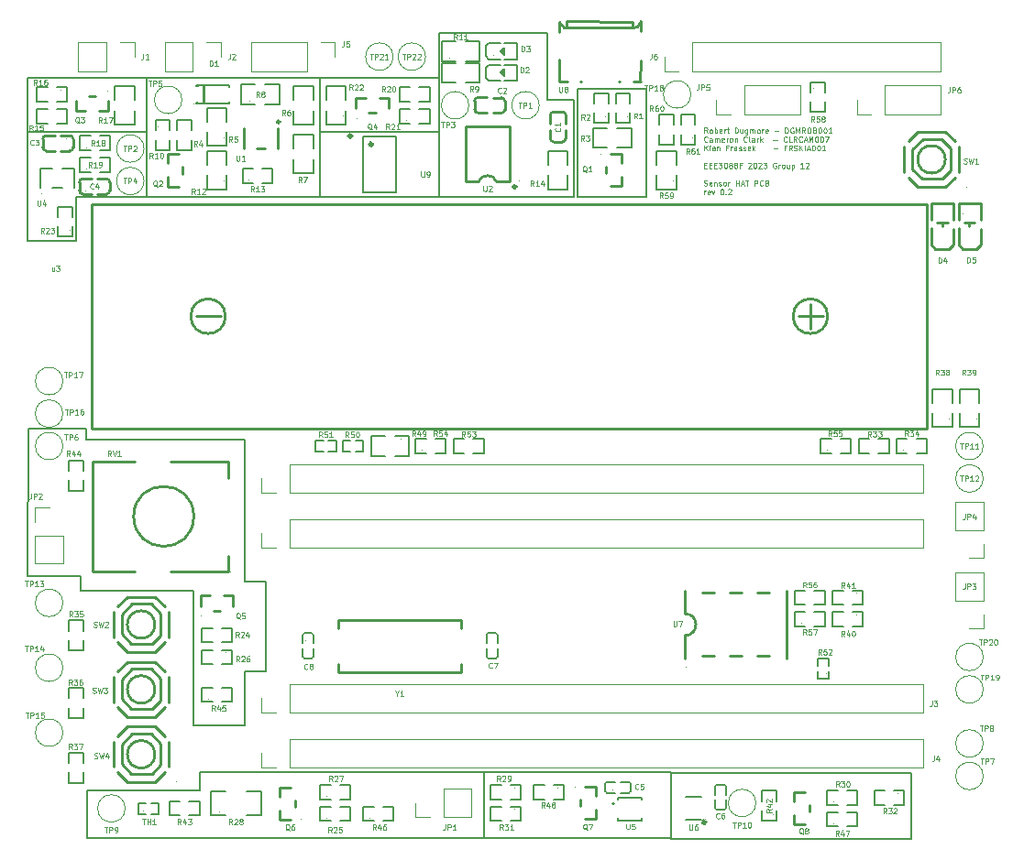
<source format=gbr>
%TF.GenerationSoftware,KiCad,Pcbnew,7.0.1-3b83917a11~172~ubuntu22.04.1*%
%TF.CreationDate,2023-04-04T04:15:16+02:00*%
%TF.ProjectId,EEE3088F_CKR,45454533-3038-4384-965f-434b522e6b69,0.2*%
%TF.SameCoordinates,Original*%
%TF.FileFunction,Legend,Top*%
%TF.FilePolarity,Positive*%
%FSLAX46Y46*%
G04 Gerber Fmt 4.6, Leading zero omitted, Abs format (unit mm)*
G04 Created by KiCad (PCBNEW 7.0.1-3b83917a11~172~ubuntu22.04.1) date 2023-04-04 04:15:16*
%MOMM*%
%LPD*%
G01*
G04 APERTURE LIST*
%ADD10C,0.150000*%
%ADD11C,0.100000*%
%ADD12C,0.125000*%
%ADD13C,0.120000*%
%ADD14C,0.152400*%
%ADD15C,0.059995*%
%ADD16C,0.254000*%
%ADD17C,0.152000*%
%ADD18C,0.300000*%
%ADD19C,0.150013*%
G04 APERTURE END LIST*
D10*
X125550000Y-84300000D02*
X127550000Y-84300000D01*
X105500000Y-34500000D02*
X105500000Y-44500000D01*
X116500000Y-34500000D02*
X116500000Y-40500000D01*
X125550000Y-89300000D02*
X125550000Y-84300000D01*
X105500000Y-75500000D02*
X110400000Y-75500000D01*
X153500000Y-31500000D02*
X156000000Y-31500000D01*
X156000000Y-31500000D02*
X156000000Y-40500000D01*
X110000000Y-40500000D02*
X110000000Y-44500000D01*
X143500000Y-40500000D02*
X143500000Y-25300000D01*
X121450000Y-95300000D02*
X111000000Y-95300000D01*
X111000000Y-99750000D02*
X147700000Y-99750000D01*
X127550000Y-76000000D02*
X125600000Y-76000000D01*
X105500000Y-44500000D02*
X106500000Y-44500000D01*
X121450000Y-93650000D02*
X121450000Y-95300000D01*
X110400000Y-75500000D02*
X110400000Y-76850000D01*
X110400000Y-76850000D02*
X120800000Y-76850000D01*
X110000000Y-44500000D02*
X106500000Y-44500000D01*
X125600000Y-62900000D02*
X110950000Y-62900000D01*
X147700000Y-93650000D02*
X121450000Y-93650000D01*
X147700000Y-93650000D02*
X164950000Y-93650000D01*
X164950000Y-99750000D01*
X147700000Y-99750000D01*
X147700000Y-93650000D01*
X132500000Y-34500000D02*
X143500000Y-34500000D01*
X143500000Y-40500000D01*
X132500000Y-40500000D01*
X132500000Y-34500000D01*
X111000000Y-95300000D02*
X111000000Y-99750000D01*
X156000000Y-40500000D02*
X143500000Y-40500000D01*
X120800000Y-76850000D02*
X120800000Y-89300000D01*
X132500000Y-29500000D02*
X143500000Y-29500000D01*
X143500000Y-34500000D01*
X132500000Y-34500000D01*
X132500000Y-29500000D01*
X125600000Y-76000000D02*
X125600000Y-62900000D01*
X127550000Y-84300000D02*
X127550000Y-76000000D01*
X110950000Y-62900000D02*
X110950000Y-61900000D01*
X120800000Y-89300000D02*
X125550000Y-89300000D01*
X132500000Y-40500000D02*
X132500000Y-34500000D01*
X164950000Y-93700000D02*
X187150000Y-93700000D01*
X187150000Y-99800000D01*
X164950000Y-99800000D01*
X164950000Y-93700000D01*
X110950000Y-61900000D02*
X105550000Y-61900000D01*
X156300000Y-30500000D02*
X162650000Y-30500000D01*
X162650000Y-40500000D01*
X156300000Y-40500000D01*
X156300000Y-30500000D01*
X116500000Y-40500000D02*
X132500000Y-40500000D01*
X153500000Y-25300000D02*
X153500000Y-31500000D01*
X116500000Y-40500000D02*
X110000000Y-40500000D01*
X105550000Y-61900000D02*
X105500000Y-75500000D01*
X116500000Y-29500000D02*
X132500000Y-29500000D01*
X143500000Y-25300000D02*
X153500000Y-25300000D01*
X105500000Y-29500000D02*
X116500000Y-29500000D01*
X116500000Y-34500000D01*
X105500000Y-34500000D01*
X105500000Y-29500000D01*
D11*
X168304761Y-34568809D02*
X168138095Y-34330714D01*
X168019047Y-34568809D02*
X168019047Y-34068809D01*
X168019047Y-34068809D02*
X168209523Y-34068809D01*
X168209523Y-34068809D02*
X168257142Y-34092619D01*
X168257142Y-34092619D02*
X168280952Y-34116428D01*
X168280952Y-34116428D02*
X168304761Y-34164047D01*
X168304761Y-34164047D02*
X168304761Y-34235476D01*
X168304761Y-34235476D02*
X168280952Y-34283095D01*
X168280952Y-34283095D02*
X168257142Y-34306904D01*
X168257142Y-34306904D02*
X168209523Y-34330714D01*
X168209523Y-34330714D02*
X168019047Y-34330714D01*
X168590476Y-34568809D02*
X168542857Y-34545000D01*
X168542857Y-34545000D02*
X168519047Y-34521190D01*
X168519047Y-34521190D02*
X168495238Y-34473571D01*
X168495238Y-34473571D02*
X168495238Y-34330714D01*
X168495238Y-34330714D02*
X168519047Y-34283095D01*
X168519047Y-34283095D02*
X168542857Y-34259285D01*
X168542857Y-34259285D02*
X168590476Y-34235476D01*
X168590476Y-34235476D02*
X168661904Y-34235476D01*
X168661904Y-34235476D02*
X168709523Y-34259285D01*
X168709523Y-34259285D02*
X168733333Y-34283095D01*
X168733333Y-34283095D02*
X168757142Y-34330714D01*
X168757142Y-34330714D02*
X168757142Y-34473571D01*
X168757142Y-34473571D02*
X168733333Y-34521190D01*
X168733333Y-34521190D02*
X168709523Y-34545000D01*
X168709523Y-34545000D02*
X168661904Y-34568809D01*
X168661904Y-34568809D02*
X168590476Y-34568809D01*
X168971428Y-34568809D02*
X168971428Y-34068809D01*
X168971428Y-34259285D02*
X169019047Y-34235476D01*
X169019047Y-34235476D02*
X169114285Y-34235476D01*
X169114285Y-34235476D02*
X169161904Y-34259285D01*
X169161904Y-34259285D02*
X169185714Y-34283095D01*
X169185714Y-34283095D02*
X169209523Y-34330714D01*
X169209523Y-34330714D02*
X169209523Y-34473571D01*
X169209523Y-34473571D02*
X169185714Y-34521190D01*
X169185714Y-34521190D02*
X169161904Y-34545000D01*
X169161904Y-34545000D02*
X169114285Y-34568809D01*
X169114285Y-34568809D02*
X169019047Y-34568809D01*
X169019047Y-34568809D02*
X168971428Y-34545000D01*
X169614285Y-34545000D02*
X169566666Y-34568809D01*
X169566666Y-34568809D02*
X169471428Y-34568809D01*
X169471428Y-34568809D02*
X169423809Y-34545000D01*
X169423809Y-34545000D02*
X169400000Y-34497380D01*
X169400000Y-34497380D02*
X169400000Y-34306904D01*
X169400000Y-34306904D02*
X169423809Y-34259285D01*
X169423809Y-34259285D02*
X169471428Y-34235476D01*
X169471428Y-34235476D02*
X169566666Y-34235476D01*
X169566666Y-34235476D02*
X169614285Y-34259285D01*
X169614285Y-34259285D02*
X169638095Y-34306904D01*
X169638095Y-34306904D02*
X169638095Y-34354523D01*
X169638095Y-34354523D02*
X169400000Y-34402142D01*
X169852380Y-34568809D02*
X169852380Y-34235476D01*
X169852380Y-34330714D02*
X169876190Y-34283095D01*
X169876190Y-34283095D02*
X169899999Y-34259285D01*
X169899999Y-34259285D02*
X169947618Y-34235476D01*
X169947618Y-34235476D02*
X169995237Y-34235476D01*
X170090476Y-34235476D02*
X170280952Y-34235476D01*
X170161904Y-34068809D02*
X170161904Y-34497380D01*
X170161904Y-34497380D02*
X170185714Y-34545000D01*
X170185714Y-34545000D02*
X170233333Y-34568809D01*
X170233333Y-34568809D02*
X170280952Y-34568809D01*
X170828570Y-34568809D02*
X170828570Y-34068809D01*
X170828570Y-34068809D02*
X170947618Y-34068809D01*
X170947618Y-34068809D02*
X171019046Y-34092619D01*
X171019046Y-34092619D02*
X171066665Y-34140238D01*
X171066665Y-34140238D02*
X171090475Y-34187857D01*
X171090475Y-34187857D02*
X171114284Y-34283095D01*
X171114284Y-34283095D02*
X171114284Y-34354523D01*
X171114284Y-34354523D02*
X171090475Y-34449761D01*
X171090475Y-34449761D02*
X171066665Y-34497380D01*
X171066665Y-34497380D02*
X171019046Y-34545000D01*
X171019046Y-34545000D02*
X170947618Y-34568809D01*
X170947618Y-34568809D02*
X170828570Y-34568809D01*
X171542856Y-34235476D02*
X171542856Y-34568809D01*
X171328570Y-34235476D02*
X171328570Y-34497380D01*
X171328570Y-34497380D02*
X171352380Y-34545000D01*
X171352380Y-34545000D02*
X171399999Y-34568809D01*
X171399999Y-34568809D02*
X171471427Y-34568809D01*
X171471427Y-34568809D02*
X171519046Y-34545000D01*
X171519046Y-34545000D02*
X171542856Y-34521190D01*
X171995237Y-34235476D02*
X171995237Y-34640238D01*
X171995237Y-34640238D02*
X171971427Y-34687857D01*
X171971427Y-34687857D02*
X171947618Y-34711666D01*
X171947618Y-34711666D02*
X171899999Y-34735476D01*
X171899999Y-34735476D02*
X171828570Y-34735476D01*
X171828570Y-34735476D02*
X171780951Y-34711666D01*
X171995237Y-34545000D02*
X171947618Y-34568809D01*
X171947618Y-34568809D02*
X171852380Y-34568809D01*
X171852380Y-34568809D02*
X171804761Y-34545000D01*
X171804761Y-34545000D02*
X171780951Y-34521190D01*
X171780951Y-34521190D02*
X171757142Y-34473571D01*
X171757142Y-34473571D02*
X171757142Y-34330714D01*
X171757142Y-34330714D02*
X171780951Y-34283095D01*
X171780951Y-34283095D02*
X171804761Y-34259285D01*
X171804761Y-34259285D02*
X171852380Y-34235476D01*
X171852380Y-34235476D02*
X171947618Y-34235476D01*
X171947618Y-34235476D02*
X171995237Y-34259285D01*
X172233332Y-34568809D02*
X172233332Y-34235476D01*
X172233332Y-34283095D02*
X172257142Y-34259285D01*
X172257142Y-34259285D02*
X172304761Y-34235476D01*
X172304761Y-34235476D02*
X172376189Y-34235476D01*
X172376189Y-34235476D02*
X172423808Y-34259285D01*
X172423808Y-34259285D02*
X172447618Y-34306904D01*
X172447618Y-34306904D02*
X172447618Y-34568809D01*
X172447618Y-34306904D02*
X172471427Y-34259285D01*
X172471427Y-34259285D02*
X172519046Y-34235476D01*
X172519046Y-34235476D02*
X172590475Y-34235476D01*
X172590475Y-34235476D02*
X172638094Y-34259285D01*
X172638094Y-34259285D02*
X172661904Y-34306904D01*
X172661904Y-34306904D02*
X172661904Y-34568809D01*
X172971428Y-34568809D02*
X172923809Y-34545000D01*
X172923809Y-34545000D02*
X172899999Y-34521190D01*
X172899999Y-34521190D02*
X172876190Y-34473571D01*
X172876190Y-34473571D02*
X172876190Y-34330714D01*
X172876190Y-34330714D02*
X172899999Y-34283095D01*
X172899999Y-34283095D02*
X172923809Y-34259285D01*
X172923809Y-34259285D02*
X172971428Y-34235476D01*
X172971428Y-34235476D02*
X173042856Y-34235476D01*
X173042856Y-34235476D02*
X173090475Y-34259285D01*
X173090475Y-34259285D02*
X173114285Y-34283095D01*
X173114285Y-34283095D02*
X173138094Y-34330714D01*
X173138094Y-34330714D02*
X173138094Y-34473571D01*
X173138094Y-34473571D02*
X173114285Y-34521190D01*
X173114285Y-34521190D02*
X173090475Y-34545000D01*
X173090475Y-34545000D02*
X173042856Y-34568809D01*
X173042856Y-34568809D02*
X172971428Y-34568809D01*
X173352380Y-34568809D02*
X173352380Y-34235476D01*
X173352380Y-34330714D02*
X173376190Y-34283095D01*
X173376190Y-34283095D02*
X173399999Y-34259285D01*
X173399999Y-34259285D02*
X173447618Y-34235476D01*
X173447618Y-34235476D02*
X173495237Y-34235476D01*
X173852380Y-34545000D02*
X173804761Y-34568809D01*
X173804761Y-34568809D02*
X173709523Y-34568809D01*
X173709523Y-34568809D02*
X173661904Y-34545000D01*
X173661904Y-34545000D02*
X173638095Y-34497380D01*
X173638095Y-34497380D02*
X173638095Y-34306904D01*
X173638095Y-34306904D02*
X173661904Y-34259285D01*
X173661904Y-34259285D02*
X173709523Y-34235476D01*
X173709523Y-34235476D02*
X173804761Y-34235476D01*
X173804761Y-34235476D02*
X173852380Y-34259285D01*
X173852380Y-34259285D02*
X173876190Y-34306904D01*
X173876190Y-34306904D02*
X173876190Y-34354523D01*
X173876190Y-34354523D02*
X173638095Y-34402142D01*
X174471427Y-34378333D02*
X174852380Y-34378333D01*
X175471427Y-34568809D02*
X175471427Y-34068809D01*
X175471427Y-34068809D02*
X175590475Y-34068809D01*
X175590475Y-34068809D02*
X175661903Y-34092619D01*
X175661903Y-34092619D02*
X175709522Y-34140238D01*
X175709522Y-34140238D02*
X175733332Y-34187857D01*
X175733332Y-34187857D02*
X175757141Y-34283095D01*
X175757141Y-34283095D02*
X175757141Y-34354523D01*
X175757141Y-34354523D02*
X175733332Y-34449761D01*
X175733332Y-34449761D02*
X175709522Y-34497380D01*
X175709522Y-34497380D02*
X175661903Y-34545000D01*
X175661903Y-34545000D02*
X175590475Y-34568809D01*
X175590475Y-34568809D02*
X175471427Y-34568809D01*
X176233332Y-34092619D02*
X176185713Y-34068809D01*
X176185713Y-34068809D02*
X176114284Y-34068809D01*
X176114284Y-34068809D02*
X176042856Y-34092619D01*
X176042856Y-34092619D02*
X175995237Y-34140238D01*
X175995237Y-34140238D02*
X175971427Y-34187857D01*
X175971427Y-34187857D02*
X175947618Y-34283095D01*
X175947618Y-34283095D02*
X175947618Y-34354523D01*
X175947618Y-34354523D02*
X175971427Y-34449761D01*
X175971427Y-34449761D02*
X175995237Y-34497380D01*
X175995237Y-34497380D02*
X176042856Y-34545000D01*
X176042856Y-34545000D02*
X176114284Y-34568809D01*
X176114284Y-34568809D02*
X176161903Y-34568809D01*
X176161903Y-34568809D02*
X176233332Y-34545000D01*
X176233332Y-34545000D02*
X176257141Y-34521190D01*
X176257141Y-34521190D02*
X176257141Y-34354523D01*
X176257141Y-34354523D02*
X176161903Y-34354523D01*
X176471427Y-34568809D02*
X176471427Y-34068809D01*
X176471427Y-34068809D02*
X176638094Y-34425952D01*
X176638094Y-34425952D02*
X176804760Y-34068809D01*
X176804760Y-34068809D02*
X176804760Y-34568809D01*
X177328570Y-34568809D02*
X177161904Y-34330714D01*
X177042856Y-34568809D02*
X177042856Y-34068809D01*
X177042856Y-34068809D02*
X177233332Y-34068809D01*
X177233332Y-34068809D02*
X177280951Y-34092619D01*
X177280951Y-34092619D02*
X177304761Y-34116428D01*
X177304761Y-34116428D02*
X177328570Y-34164047D01*
X177328570Y-34164047D02*
X177328570Y-34235476D01*
X177328570Y-34235476D02*
X177304761Y-34283095D01*
X177304761Y-34283095D02*
X177280951Y-34306904D01*
X177280951Y-34306904D02*
X177233332Y-34330714D01*
X177233332Y-34330714D02*
X177042856Y-34330714D01*
X177638094Y-34068809D02*
X177733332Y-34068809D01*
X177733332Y-34068809D02*
X177780951Y-34092619D01*
X177780951Y-34092619D02*
X177828570Y-34140238D01*
X177828570Y-34140238D02*
X177852380Y-34235476D01*
X177852380Y-34235476D02*
X177852380Y-34402142D01*
X177852380Y-34402142D02*
X177828570Y-34497380D01*
X177828570Y-34497380D02*
X177780951Y-34545000D01*
X177780951Y-34545000D02*
X177733332Y-34568809D01*
X177733332Y-34568809D02*
X177638094Y-34568809D01*
X177638094Y-34568809D02*
X177590475Y-34545000D01*
X177590475Y-34545000D02*
X177542856Y-34497380D01*
X177542856Y-34497380D02*
X177519047Y-34402142D01*
X177519047Y-34402142D02*
X177519047Y-34235476D01*
X177519047Y-34235476D02*
X177542856Y-34140238D01*
X177542856Y-34140238D02*
X177590475Y-34092619D01*
X177590475Y-34092619D02*
X177638094Y-34068809D01*
X178233333Y-34306904D02*
X178304761Y-34330714D01*
X178304761Y-34330714D02*
X178328571Y-34354523D01*
X178328571Y-34354523D02*
X178352380Y-34402142D01*
X178352380Y-34402142D02*
X178352380Y-34473571D01*
X178352380Y-34473571D02*
X178328571Y-34521190D01*
X178328571Y-34521190D02*
X178304761Y-34545000D01*
X178304761Y-34545000D02*
X178257142Y-34568809D01*
X178257142Y-34568809D02*
X178066666Y-34568809D01*
X178066666Y-34568809D02*
X178066666Y-34068809D01*
X178066666Y-34068809D02*
X178233333Y-34068809D01*
X178233333Y-34068809D02*
X178280952Y-34092619D01*
X178280952Y-34092619D02*
X178304761Y-34116428D01*
X178304761Y-34116428D02*
X178328571Y-34164047D01*
X178328571Y-34164047D02*
X178328571Y-34211666D01*
X178328571Y-34211666D02*
X178304761Y-34259285D01*
X178304761Y-34259285D02*
X178280952Y-34283095D01*
X178280952Y-34283095D02*
X178233333Y-34306904D01*
X178233333Y-34306904D02*
X178066666Y-34306904D01*
X178661904Y-34068809D02*
X178709523Y-34068809D01*
X178709523Y-34068809D02*
X178757142Y-34092619D01*
X178757142Y-34092619D02*
X178780952Y-34116428D01*
X178780952Y-34116428D02*
X178804761Y-34164047D01*
X178804761Y-34164047D02*
X178828571Y-34259285D01*
X178828571Y-34259285D02*
X178828571Y-34378333D01*
X178828571Y-34378333D02*
X178804761Y-34473571D01*
X178804761Y-34473571D02*
X178780952Y-34521190D01*
X178780952Y-34521190D02*
X178757142Y-34545000D01*
X178757142Y-34545000D02*
X178709523Y-34568809D01*
X178709523Y-34568809D02*
X178661904Y-34568809D01*
X178661904Y-34568809D02*
X178614285Y-34545000D01*
X178614285Y-34545000D02*
X178590476Y-34521190D01*
X178590476Y-34521190D02*
X178566666Y-34473571D01*
X178566666Y-34473571D02*
X178542857Y-34378333D01*
X178542857Y-34378333D02*
X178542857Y-34259285D01*
X178542857Y-34259285D02*
X178566666Y-34164047D01*
X178566666Y-34164047D02*
X178590476Y-34116428D01*
X178590476Y-34116428D02*
X178614285Y-34092619D01*
X178614285Y-34092619D02*
X178661904Y-34068809D01*
X179138094Y-34068809D02*
X179185713Y-34068809D01*
X179185713Y-34068809D02*
X179233332Y-34092619D01*
X179233332Y-34092619D02*
X179257142Y-34116428D01*
X179257142Y-34116428D02*
X179280951Y-34164047D01*
X179280951Y-34164047D02*
X179304761Y-34259285D01*
X179304761Y-34259285D02*
X179304761Y-34378333D01*
X179304761Y-34378333D02*
X179280951Y-34473571D01*
X179280951Y-34473571D02*
X179257142Y-34521190D01*
X179257142Y-34521190D02*
X179233332Y-34545000D01*
X179233332Y-34545000D02*
X179185713Y-34568809D01*
X179185713Y-34568809D02*
X179138094Y-34568809D01*
X179138094Y-34568809D02*
X179090475Y-34545000D01*
X179090475Y-34545000D02*
X179066666Y-34521190D01*
X179066666Y-34521190D02*
X179042856Y-34473571D01*
X179042856Y-34473571D02*
X179019047Y-34378333D01*
X179019047Y-34378333D02*
X179019047Y-34259285D01*
X179019047Y-34259285D02*
X179042856Y-34164047D01*
X179042856Y-34164047D02*
X179066666Y-34116428D01*
X179066666Y-34116428D02*
X179090475Y-34092619D01*
X179090475Y-34092619D02*
X179138094Y-34068809D01*
X179780951Y-34568809D02*
X179495237Y-34568809D01*
X179638094Y-34568809D02*
X179638094Y-34068809D01*
X179638094Y-34068809D02*
X179590475Y-34140238D01*
X179590475Y-34140238D02*
X179542856Y-34187857D01*
X179542856Y-34187857D02*
X179495237Y-34211666D01*
X168304761Y-35331190D02*
X168280952Y-35355000D01*
X168280952Y-35355000D02*
X168209523Y-35378809D01*
X168209523Y-35378809D02*
X168161904Y-35378809D01*
X168161904Y-35378809D02*
X168090476Y-35355000D01*
X168090476Y-35355000D02*
X168042857Y-35307380D01*
X168042857Y-35307380D02*
X168019047Y-35259761D01*
X168019047Y-35259761D02*
X167995238Y-35164523D01*
X167995238Y-35164523D02*
X167995238Y-35093095D01*
X167995238Y-35093095D02*
X168019047Y-34997857D01*
X168019047Y-34997857D02*
X168042857Y-34950238D01*
X168042857Y-34950238D02*
X168090476Y-34902619D01*
X168090476Y-34902619D02*
X168161904Y-34878809D01*
X168161904Y-34878809D02*
X168209523Y-34878809D01*
X168209523Y-34878809D02*
X168280952Y-34902619D01*
X168280952Y-34902619D02*
X168304761Y-34926428D01*
X168733333Y-35378809D02*
X168733333Y-35116904D01*
X168733333Y-35116904D02*
X168709523Y-35069285D01*
X168709523Y-35069285D02*
X168661904Y-35045476D01*
X168661904Y-35045476D02*
X168566666Y-35045476D01*
X168566666Y-35045476D02*
X168519047Y-35069285D01*
X168733333Y-35355000D02*
X168685714Y-35378809D01*
X168685714Y-35378809D02*
X168566666Y-35378809D01*
X168566666Y-35378809D02*
X168519047Y-35355000D01*
X168519047Y-35355000D02*
X168495238Y-35307380D01*
X168495238Y-35307380D02*
X168495238Y-35259761D01*
X168495238Y-35259761D02*
X168519047Y-35212142D01*
X168519047Y-35212142D02*
X168566666Y-35188333D01*
X168566666Y-35188333D02*
X168685714Y-35188333D01*
X168685714Y-35188333D02*
X168733333Y-35164523D01*
X168971428Y-35378809D02*
X168971428Y-35045476D01*
X168971428Y-35093095D02*
X168995238Y-35069285D01*
X168995238Y-35069285D02*
X169042857Y-35045476D01*
X169042857Y-35045476D02*
X169114285Y-35045476D01*
X169114285Y-35045476D02*
X169161904Y-35069285D01*
X169161904Y-35069285D02*
X169185714Y-35116904D01*
X169185714Y-35116904D02*
X169185714Y-35378809D01*
X169185714Y-35116904D02*
X169209523Y-35069285D01*
X169209523Y-35069285D02*
X169257142Y-35045476D01*
X169257142Y-35045476D02*
X169328571Y-35045476D01*
X169328571Y-35045476D02*
X169376190Y-35069285D01*
X169376190Y-35069285D02*
X169400000Y-35116904D01*
X169400000Y-35116904D02*
X169400000Y-35378809D01*
X169828571Y-35355000D02*
X169780952Y-35378809D01*
X169780952Y-35378809D02*
X169685714Y-35378809D01*
X169685714Y-35378809D02*
X169638095Y-35355000D01*
X169638095Y-35355000D02*
X169614286Y-35307380D01*
X169614286Y-35307380D02*
X169614286Y-35116904D01*
X169614286Y-35116904D02*
X169638095Y-35069285D01*
X169638095Y-35069285D02*
X169685714Y-35045476D01*
X169685714Y-35045476D02*
X169780952Y-35045476D01*
X169780952Y-35045476D02*
X169828571Y-35069285D01*
X169828571Y-35069285D02*
X169852381Y-35116904D01*
X169852381Y-35116904D02*
X169852381Y-35164523D01*
X169852381Y-35164523D02*
X169614286Y-35212142D01*
X170066666Y-35378809D02*
X170066666Y-35045476D01*
X170066666Y-35140714D02*
X170090476Y-35093095D01*
X170090476Y-35093095D02*
X170114285Y-35069285D01*
X170114285Y-35069285D02*
X170161904Y-35045476D01*
X170161904Y-35045476D02*
X170209523Y-35045476D01*
X170447619Y-35378809D02*
X170400000Y-35355000D01*
X170400000Y-35355000D02*
X170376190Y-35331190D01*
X170376190Y-35331190D02*
X170352381Y-35283571D01*
X170352381Y-35283571D02*
X170352381Y-35140714D01*
X170352381Y-35140714D02*
X170376190Y-35093095D01*
X170376190Y-35093095D02*
X170400000Y-35069285D01*
X170400000Y-35069285D02*
X170447619Y-35045476D01*
X170447619Y-35045476D02*
X170519047Y-35045476D01*
X170519047Y-35045476D02*
X170566666Y-35069285D01*
X170566666Y-35069285D02*
X170590476Y-35093095D01*
X170590476Y-35093095D02*
X170614285Y-35140714D01*
X170614285Y-35140714D02*
X170614285Y-35283571D01*
X170614285Y-35283571D02*
X170590476Y-35331190D01*
X170590476Y-35331190D02*
X170566666Y-35355000D01*
X170566666Y-35355000D02*
X170519047Y-35378809D01*
X170519047Y-35378809D02*
X170447619Y-35378809D01*
X170828571Y-35045476D02*
X170828571Y-35378809D01*
X170828571Y-35093095D02*
X170852381Y-35069285D01*
X170852381Y-35069285D02*
X170900000Y-35045476D01*
X170900000Y-35045476D02*
X170971428Y-35045476D01*
X170971428Y-35045476D02*
X171019047Y-35069285D01*
X171019047Y-35069285D02*
X171042857Y-35116904D01*
X171042857Y-35116904D02*
X171042857Y-35378809D01*
X171947618Y-35331190D02*
X171923809Y-35355000D01*
X171923809Y-35355000D02*
X171852380Y-35378809D01*
X171852380Y-35378809D02*
X171804761Y-35378809D01*
X171804761Y-35378809D02*
X171733333Y-35355000D01*
X171733333Y-35355000D02*
X171685714Y-35307380D01*
X171685714Y-35307380D02*
X171661904Y-35259761D01*
X171661904Y-35259761D02*
X171638095Y-35164523D01*
X171638095Y-35164523D02*
X171638095Y-35093095D01*
X171638095Y-35093095D02*
X171661904Y-34997857D01*
X171661904Y-34997857D02*
X171685714Y-34950238D01*
X171685714Y-34950238D02*
X171733333Y-34902619D01*
X171733333Y-34902619D02*
X171804761Y-34878809D01*
X171804761Y-34878809D02*
X171852380Y-34878809D01*
X171852380Y-34878809D02*
X171923809Y-34902619D01*
X171923809Y-34902619D02*
X171947618Y-34926428D01*
X172233333Y-35378809D02*
X172185714Y-35355000D01*
X172185714Y-35355000D02*
X172161904Y-35307380D01*
X172161904Y-35307380D02*
X172161904Y-34878809D01*
X172638095Y-35378809D02*
X172638095Y-35116904D01*
X172638095Y-35116904D02*
X172614285Y-35069285D01*
X172614285Y-35069285D02*
X172566666Y-35045476D01*
X172566666Y-35045476D02*
X172471428Y-35045476D01*
X172471428Y-35045476D02*
X172423809Y-35069285D01*
X172638095Y-35355000D02*
X172590476Y-35378809D01*
X172590476Y-35378809D02*
X172471428Y-35378809D01*
X172471428Y-35378809D02*
X172423809Y-35355000D01*
X172423809Y-35355000D02*
X172400000Y-35307380D01*
X172400000Y-35307380D02*
X172400000Y-35259761D01*
X172400000Y-35259761D02*
X172423809Y-35212142D01*
X172423809Y-35212142D02*
X172471428Y-35188333D01*
X172471428Y-35188333D02*
X172590476Y-35188333D01*
X172590476Y-35188333D02*
X172638095Y-35164523D01*
X172876190Y-35378809D02*
X172876190Y-35045476D01*
X172876190Y-35140714D02*
X172900000Y-35093095D01*
X172900000Y-35093095D02*
X172923809Y-35069285D01*
X172923809Y-35069285D02*
X172971428Y-35045476D01*
X172971428Y-35045476D02*
X173019047Y-35045476D01*
X173185714Y-35378809D02*
X173185714Y-34878809D01*
X173233333Y-35188333D02*
X173376190Y-35378809D01*
X173376190Y-35045476D02*
X173185714Y-35235952D01*
X174352380Y-35188333D02*
X174733333Y-35188333D01*
X175638094Y-35331190D02*
X175614285Y-35355000D01*
X175614285Y-35355000D02*
X175542856Y-35378809D01*
X175542856Y-35378809D02*
X175495237Y-35378809D01*
X175495237Y-35378809D02*
X175423809Y-35355000D01*
X175423809Y-35355000D02*
X175376190Y-35307380D01*
X175376190Y-35307380D02*
X175352380Y-35259761D01*
X175352380Y-35259761D02*
X175328571Y-35164523D01*
X175328571Y-35164523D02*
X175328571Y-35093095D01*
X175328571Y-35093095D02*
X175352380Y-34997857D01*
X175352380Y-34997857D02*
X175376190Y-34950238D01*
X175376190Y-34950238D02*
X175423809Y-34902619D01*
X175423809Y-34902619D02*
X175495237Y-34878809D01*
X175495237Y-34878809D02*
X175542856Y-34878809D01*
X175542856Y-34878809D02*
X175614285Y-34902619D01*
X175614285Y-34902619D02*
X175638094Y-34926428D01*
X176090475Y-35378809D02*
X175852380Y-35378809D01*
X175852380Y-35378809D02*
X175852380Y-34878809D01*
X176542856Y-35378809D02*
X176376190Y-35140714D01*
X176257142Y-35378809D02*
X176257142Y-34878809D01*
X176257142Y-34878809D02*
X176447618Y-34878809D01*
X176447618Y-34878809D02*
X176495237Y-34902619D01*
X176495237Y-34902619D02*
X176519047Y-34926428D01*
X176519047Y-34926428D02*
X176542856Y-34974047D01*
X176542856Y-34974047D02*
X176542856Y-35045476D01*
X176542856Y-35045476D02*
X176519047Y-35093095D01*
X176519047Y-35093095D02*
X176495237Y-35116904D01*
X176495237Y-35116904D02*
X176447618Y-35140714D01*
X176447618Y-35140714D02*
X176257142Y-35140714D01*
X177042856Y-35331190D02*
X177019047Y-35355000D01*
X177019047Y-35355000D02*
X176947618Y-35378809D01*
X176947618Y-35378809D02*
X176899999Y-35378809D01*
X176899999Y-35378809D02*
X176828571Y-35355000D01*
X176828571Y-35355000D02*
X176780952Y-35307380D01*
X176780952Y-35307380D02*
X176757142Y-35259761D01*
X176757142Y-35259761D02*
X176733333Y-35164523D01*
X176733333Y-35164523D02*
X176733333Y-35093095D01*
X176733333Y-35093095D02*
X176757142Y-34997857D01*
X176757142Y-34997857D02*
X176780952Y-34950238D01*
X176780952Y-34950238D02*
X176828571Y-34902619D01*
X176828571Y-34902619D02*
X176899999Y-34878809D01*
X176899999Y-34878809D02*
X176947618Y-34878809D01*
X176947618Y-34878809D02*
X177019047Y-34902619D01*
X177019047Y-34902619D02*
X177042856Y-34926428D01*
X177233333Y-35235952D02*
X177471428Y-35235952D01*
X177185714Y-35378809D02*
X177352380Y-34878809D01*
X177352380Y-34878809D02*
X177519047Y-35378809D01*
X177685713Y-35378809D02*
X177685713Y-34878809D01*
X177685713Y-34878809D02*
X177852380Y-35235952D01*
X177852380Y-35235952D02*
X178019046Y-34878809D01*
X178019046Y-34878809D02*
X178019046Y-35378809D01*
X178352380Y-34878809D02*
X178399999Y-34878809D01*
X178399999Y-34878809D02*
X178447618Y-34902619D01*
X178447618Y-34902619D02*
X178471428Y-34926428D01*
X178471428Y-34926428D02*
X178495237Y-34974047D01*
X178495237Y-34974047D02*
X178519047Y-35069285D01*
X178519047Y-35069285D02*
X178519047Y-35188333D01*
X178519047Y-35188333D02*
X178495237Y-35283571D01*
X178495237Y-35283571D02*
X178471428Y-35331190D01*
X178471428Y-35331190D02*
X178447618Y-35355000D01*
X178447618Y-35355000D02*
X178399999Y-35378809D01*
X178399999Y-35378809D02*
X178352380Y-35378809D01*
X178352380Y-35378809D02*
X178304761Y-35355000D01*
X178304761Y-35355000D02*
X178280952Y-35331190D01*
X178280952Y-35331190D02*
X178257142Y-35283571D01*
X178257142Y-35283571D02*
X178233333Y-35188333D01*
X178233333Y-35188333D02*
X178233333Y-35069285D01*
X178233333Y-35069285D02*
X178257142Y-34974047D01*
X178257142Y-34974047D02*
X178280952Y-34926428D01*
X178280952Y-34926428D02*
X178304761Y-34902619D01*
X178304761Y-34902619D02*
X178352380Y-34878809D01*
X178828570Y-34878809D02*
X178876189Y-34878809D01*
X178876189Y-34878809D02*
X178923808Y-34902619D01*
X178923808Y-34902619D02*
X178947618Y-34926428D01*
X178947618Y-34926428D02*
X178971427Y-34974047D01*
X178971427Y-34974047D02*
X178995237Y-35069285D01*
X178995237Y-35069285D02*
X178995237Y-35188333D01*
X178995237Y-35188333D02*
X178971427Y-35283571D01*
X178971427Y-35283571D02*
X178947618Y-35331190D01*
X178947618Y-35331190D02*
X178923808Y-35355000D01*
X178923808Y-35355000D02*
X178876189Y-35378809D01*
X178876189Y-35378809D02*
X178828570Y-35378809D01*
X178828570Y-35378809D02*
X178780951Y-35355000D01*
X178780951Y-35355000D02*
X178757142Y-35331190D01*
X178757142Y-35331190D02*
X178733332Y-35283571D01*
X178733332Y-35283571D02*
X178709523Y-35188333D01*
X178709523Y-35188333D02*
X178709523Y-35069285D01*
X178709523Y-35069285D02*
X178733332Y-34974047D01*
X178733332Y-34974047D02*
X178757142Y-34926428D01*
X178757142Y-34926428D02*
X178780951Y-34902619D01*
X178780951Y-34902619D02*
X178828570Y-34878809D01*
X179161903Y-34878809D02*
X179495236Y-34878809D01*
X179495236Y-34878809D02*
X179280951Y-35378809D01*
X168019047Y-36188809D02*
X168019047Y-35688809D01*
X168304761Y-36188809D02*
X168090476Y-35903095D01*
X168304761Y-35688809D02*
X168019047Y-35974523D01*
X168519047Y-36188809D02*
X168519047Y-35855476D01*
X168519047Y-35688809D02*
X168495238Y-35712619D01*
X168495238Y-35712619D02*
X168519047Y-35736428D01*
X168519047Y-35736428D02*
X168542857Y-35712619D01*
X168542857Y-35712619D02*
X168519047Y-35688809D01*
X168519047Y-35688809D02*
X168519047Y-35736428D01*
X168971428Y-36188809D02*
X168971428Y-35926904D01*
X168971428Y-35926904D02*
X168947618Y-35879285D01*
X168947618Y-35879285D02*
X168899999Y-35855476D01*
X168899999Y-35855476D02*
X168804761Y-35855476D01*
X168804761Y-35855476D02*
X168757142Y-35879285D01*
X168971428Y-36165000D02*
X168923809Y-36188809D01*
X168923809Y-36188809D02*
X168804761Y-36188809D01*
X168804761Y-36188809D02*
X168757142Y-36165000D01*
X168757142Y-36165000D02*
X168733333Y-36117380D01*
X168733333Y-36117380D02*
X168733333Y-36069761D01*
X168733333Y-36069761D02*
X168757142Y-36022142D01*
X168757142Y-36022142D02*
X168804761Y-35998333D01*
X168804761Y-35998333D02*
X168923809Y-35998333D01*
X168923809Y-35998333D02*
X168971428Y-35974523D01*
X169209523Y-35855476D02*
X169209523Y-36188809D01*
X169209523Y-35903095D02*
X169233333Y-35879285D01*
X169233333Y-35879285D02*
X169280952Y-35855476D01*
X169280952Y-35855476D02*
X169352380Y-35855476D01*
X169352380Y-35855476D02*
X169399999Y-35879285D01*
X169399999Y-35879285D02*
X169423809Y-35926904D01*
X169423809Y-35926904D02*
X169423809Y-36188809D01*
X170209523Y-35926904D02*
X170042856Y-35926904D01*
X170042856Y-36188809D02*
X170042856Y-35688809D01*
X170042856Y-35688809D02*
X170280951Y-35688809D01*
X170471427Y-36188809D02*
X170471427Y-35855476D01*
X170471427Y-35950714D02*
X170495237Y-35903095D01*
X170495237Y-35903095D02*
X170519046Y-35879285D01*
X170519046Y-35879285D02*
X170566665Y-35855476D01*
X170566665Y-35855476D02*
X170614284Y-35855476D01*
X170995237Y-36188809D02*
X170995237Y-35926904D01*
X170995237Y-35926904D02*
X170971427Y-35879285D01*
X170971427Y-35879285D02*
X170923808Y-35855476D01*
X170923808Y-35855476D02*
X170828570Y-35855476D01*
X170828570Y-35855476D02*
X170780951Y-35879285D01*
X170995237Y-36165000D02*
X170947618Y-36188809D01*
X170947618Y-36188809D02*
X170828570Y-36188809D01*
X170828570Y-36188809D02*
X170780951Y-36165000D01*
X170780951Y-36165000D02*
X170757142Y-36117380D01*
X170757142Y-36117380D02*
X170757142Y-36069761D01*
X170757142Y-36069761D02*
X170780951Y-36022142D01*
X170780951Y-36022142D02*
X170828570Y-35998333D01*
X170828570Y-35998333D02*
X170947618Y-35998333D01*
X170947618Y-35998333D02*
X170995237Y-35974523D01*
X171209523Y-36165000D02*
X171257142Y-36188809D01*
X171257142Y-36188809D02*
X171352380Y-36188809D01*
X171352380Y-36188809D02*
X171399999Y-36165000D01*
X171399999Y-36165000D02*
X171423808Y-36117380D01*
X171423808Y-36117380D02*
X171423808Y-36093571D01*
X171423808Y-36093571D02*
X171399999Y-36045952D01*
X171399999Y-36045952D02*
X171352380Y-36022142D01*
X171352380Y-36022142D02*
X171280951Y-36022142D01*
X171280951Y-36022142D02*
X171233332Y-35998333D01*
X171233332Y-35998333D02*
X171209523Y-35950714D01*
X171209523Y-35950714D02*
X171209523Y-35926904D01*
X171209523Y-35926904D02*
X171233332Y-35879285D01*
X171233332Y-35879285D02*
X171280951Y-35855476D01*
X171280951Y-35855476D02*
X171352380Y-35855476D01*
X171352380Y-35855476D02*
X171399999Y-35879285D01*
X171614285Y-36165000D02*
X171661904Y-36188809D01*
X171661904Y-36188809D02*
X171757142Y-36188809D01*
X171757142Y-36188809D02*
X171804761Y-36165000D01*
X171804761Y-36165000D02*
X171828570Y-36117380D01*
X171828570Y-36117380D02*
X171828570Y-36093571D01*
X171828570Y-36093571D02*
X171804761Y-36045952D01*
X171804761Y-36045952D02*
X171757142Y-36022142D01*
X171757142Y-36022142D02*
X171685713Y-36022142D01*
X171685713Y-36022142D02*
X171638094Y-35998333D01*
X171638094Y-35998333D02*
X171614285Y-35950714D01*
X171614285Y-35950714D02*
X171614285Y-35926904D01*
X171614285Y-35926904D02*
X171638094Y-35879285D01*
X171638094Y-35879285D02*
X171685713Y-35855476D01*
X171685713Y-35855476D02*
X171757142Y-35855476D01*
X171757142Y-35855476D02*
X171804761Y-35879285D01*
X172233332Y-36165000D02*
X172185713Y-36188809D01*
X172185713Y-36188809D02*
X172090475Y-36188809D01*
X172090475Y-36188809D02*
X172042856Y-36165000D01*
X172042856Y-36165000D02*
X172019047Y-36117380D01*
X172019047Y-36117380D02*
X172019047Y-35926904D01*
X172019047Y-35926904D02*
X172042856Y-35879285D01*
X172042856Y-35879285D02*
X172090475Y-35855476D01*
X172090475Y-35855476D02*
X172185713Y-35855476D01*
X172185713Y-35855476D02*
X172233332Y-35879285D01*
X172233332Y-35879285D02*
X172257142Y-35926904D01*
X172257142Y-35926904D02*
X172257142Y-35974523D01*
X172257142Y-35974523D02*
X172019047Y-36022142D01*
X172471427Y-36188809D02*
X172471427Y-35688809D01*
X172519046Y-35998333D02*
X172661903Y-36188809D01*
X172661903Y-35855476D02*
X172471427Y-36045952D01*
X174399997Y-35998333D02*
X174780950Y-35998333D01*
X175566664Y-35926904D02*
X175399997Y-35926904D01*
X175399997Y-36188809D02*
X175399997Y-35688809D01*
X175399997Y-35688809D02*
X175638092Y-35688809D01*
X176114282Y-36188809D02*
X175947616Y-35950714D01*
X175828568Y-36188809D02*
X175828568Y-35688809D01*
X175828568Y-35688809D02*
X176019044Y-35688809D01*
X176019044Y-35688809D02*
X176066663Y-35712619D01*
X176066663Y-35712619D02*
X176090473Y-35736428D01*
X176090473Y-35736428D02*
X176114282Y-35784047D01*
X176114282Y-35784047D02*
X176114282Y-35855476D01*
X176114282Y-35855476D02*
X176090473Y-35903095D01*
X176090473Y-35903095D02*
X176066663Y-35926904D01*
X176066663Y-35926904D02*
X176019044Y-35950714D01*
X176019044Y-35950714D02*
X175828568Y-35950714D01*
X176304759Y-36165000D02*
X176376187Y-36188809D01*
X176376187Y-36188809D02*
X176495235Y-36188809D01*
X176495235Y-36188809D02*
X176542854Y-36165000D01*
X176542854Y-36165000D02*
X176566663Y-36141190D01*
X176566663Y-36141190D02*
X176590473Y-36093571D01*
X176590473Y-36093571D02*
X176590473Y-36045952D01*
X176590473Y-36045952D02*
X176566663Y-35998333D01*
X176566663Y-35998333D02*
X176542854Y-35974523D01*
X176542854Y-35974523D02*
X176495235Y-35950714D01*
X176495235Y-35950714D02*
X176399997Y-35926904D01*
X176399997Y-35926904D02*
X176352378Y-35903095D01*
X176352378Y-35903095D02*
X176328568Y-35879285D01*
X176328568Y-35879285D02*
X176304759Y-35831666D01*
X176304759Y-35831666D02*
X176304759Y-35784047D01*
X176304759Y-35784047D02*
X176328568Y-35736428D01*
X176328568Y-35736428D02*
X176352378Y-35712619D01*
X176352378Y-35712619D02*
X176399997Y-35688809D01*
X176399997Y-35688809D02*
X176519044Y-35688809D01*
X176519044Y-35688809D02*
X176590473Y-35712619D01*
X176804758Y-36188809D02*
X176804758Y-35688809D01*
X177090472Y-36188809D02*
X176876187Y-35903095D01*
X177090472Y-35688809D02*
X176804758Y-35974523D01*
X177304758Y-36188809D02*
X177304758Y-35688809D01*
X177519044Y-36045952D02*
X177757139Y-36045952D01*
X177471425Y-36188809D02*
X177638091Y-35688809D01*
X177638091Y-35688809D02*
X177804758Y-36188809D01*
X178066662Y-35688809D02*
X178114281Y-35688809D01*
X178114281Y-35688809D02*
X178161900Y-35712619D01*
X178161900Y-35712619D02*
X178185710Y-35736428D01*
X178185710Y-35736428D02*
X178209519Y-35784047D01*
X178209519Y-35784047D02*
X178233329Y-35879285D01*
X178233329Y-35879285D02*
X178233329Y-35998333D01*
X178233329Y-35998333D02*
X178209519Y-36093571D01*
X178209519Y-36093571D02*
X178185710Y-36141190D01*
X178185710Y-36141190D02*
X178161900Y-36165000D01*
X178161900Y-36165000D02*
X178114281Y-36188809D01*
X178114281Y-36188809D02*
X178066662Y-36188809D01*
X178066662Y-36188809D02*
X178019043Y-36165000D01*
X178019043Y-36165000D02*
X177995234Y-36141190D01*
X177995234Y-36141190D02*
X177971424Y-36093571D01*
X177971424Y-36093571D02*
X177947615Y-35998333D01*
X177947615Y-35998333D02*
X177947615Y-35879285D01*
X177947615Y-35879285D02*
X177971424Y-35784047D01*
X177971424Y-35784047D02*
X177995234Y-35736428D01*
X177995234Y-35736428D02*
X178019043Y-35712619D01*
X178019043Y-35712619D02*
X178066662Y-35688809D01*
X178542852Y-35688809D02*
X178590471Y-35688809D01*
X178590471Y-35688809D02*
X178638090Y-35712619D01*
X178638090Y-35712619D02*
X178661900Y-35736428D01*
X178661900Y-35736428D02*
X178685709Y-35784047D01*
X178685709Y-35784047D02*
X178709519Y-35879285D01*
X178709519Y-35879285D02*
X178709519Y-35998333D01*
X178709519Y-35998333D02*
X178685709Y-36093571D01*
X178685709Y-36093571D02*
X178661900Y-36141190D01*
X178661900Y-36141190D02*
X178638090Y-36165000D01*
X178638090Y-36165000D02*
X178590471Y-36188809D01*
X178590471Y-36188809D02*
X178542852Y-36188809D01*
X178542852Y-36188809D02*
X178495233Y-36165000D01*
X178495233Y-36165000D02*
X178471424Y-36141190D01*
X178471424Y-36141190D02*
X178447614Y-36093571D01*
X178447614Y-36093571D02*
X178423805Y-35998333D01*
X178423805Y-35998333D02*
X178423805Y-35879285D01*
X178423805Y-35879285D02*
X178447614Y-35784047D01*
X178447614Y-35784047D02*
X178471424Y-35736428D01*
X178471424Y-35736428D02*
X178495233Y-35712619D01*
X178495233Y-35712619D02*
X178542852Y-35688809D01*
X179185709Y-36188809D02*
X178899995Y-36188809D01*
X179042852Y-36188809D02*
X179042852Y-35688809D01*
X179042852Y-35688809D02*
X178995233Y-35760238D01*
X178995233Y-35760238D02*
X178947614Y-35807857D01*
X178947614Y-35807857D02*
X178899995Y-35831666D01*
X168019047Y-37546904D02*
X168185714Y-37546904D01*
X168257142Y-37808809D02*
X168019047Y-37808809D01*
X168019047Y-37808809D02*
X168019047Y-37308809D01*
X168019047Y-37308809D02*
X168257142Y-37308809D01*
X168471428Y-37546904D02*
X168638095Y-37546904D01*
X168709523Y-37808809D02*
X168471428Y-37808809D01*
X168471428Y-37808809D02*
X168471428Y-37308809D01*
X168471428Y-37308809D02*
X168709523Y-37308809D01*
X168923809Y-37546904D02*
X169090476Y-37546904D01*
X169161904Y-37808809D02*
X168923809Y-37808809D01*
X168923809Y-37808809D02*
X168923809Y-37308809D01*
X168923809Y-37308809D02*
X169161904Y-37308809D01*
X169328571Y-37308809D02*
X169638095Y-37308809D01*
X169638095Y-37308809D02*
X169471428Y-37499285D01*
X169471428Y-37499285D02*
X169542857Y-37499285D01*
X169542857Y-37499285D02*
X169590476Y-37523095D01*
X169590476Y-37523095D02*
X169614285Y-37546904D01*
X169614285Y-37546904D02*
X169638095Y-37594523D01*
X169638095Y-37594523D02*
X169638095Y-37713571D01*
X169638095Y-37713571D02*
X169614285Y-37761190D01*
X169614285Y-37761190D02*
X169590476Y-37785000D01*
X169590476Y-37785000D02*
X169542857Y-37808809D01*
X169542857Y-37808809D02*
X169400000Y-37808809D01*
X169400000Y-37808809D02*
X169352381Y-37785000D01*
X169352381Y-37785000D02*
X169328571Y-37761190D01*
X169947618Y-37308809D02*
X169995237Y-37308809D01*
X169995237Y-37308809D02*
X170042856Y-37332619D01*
X170042856Y-37332619D02*
X170066666Y-37356428D01*
X170066666Y-37356428D02*
X170090475Y-37404047D01*
X170090475Y-37404047D02*
X170114285Y-37499285D01*
X170114285Y-37499285D02*
X170114285Y-37618333D01*
X170114285Y-37618333D02*
X170090475Y-37713571D01*
X170090475Y-37713571D02*
X170066666Y-37761190D01*
X170066666Y-37761190D02*
X170042856Y-37785000D01*
X170042856Y-37785000D02*
X169995237Y-37808809D01*
X169995237Y-37808809D02*
X169947618Y-37808809D01*
X169947618Y-37808809D02*
X169899999Y-37785000D01*
X169899999Y-37785000D02*
X169876190Y-37761190D01*
X169876190Y-37761190D02*
X169852380Y-37713571D01*
X169852380Y-37713571D02*
X169828571Y-37618333D01*
X169828571Y-37618333D02*
X169828571Y-37499285D01*
X169828571Y-37499285D02*
X169852380Y-37404047D01*
X169852380Y-37404047D02*
X169876190Y-37356428D01*
X169876190Y-37356428D02*
X169899999Y-37332619D01*
X169899999Y-37332619D02*
X169947618Y-37308809D01*
X170399999Y-37523095D02*
X170352380Y-37499285D01*
X170352380Y-37499285D02*
X170328570Y-37475476D01*
X170328570Y-37475476D02*
X170304761Y-37427857D01*
X170304761Y-37427857D02*
X170304761Y-37404047D01*
X170304761Y-37404047D02*
X170328570Y-37356428D01*
X170328570Y-37356428D02*
X170352380Y-37332619D01*
X170352380Y-37332619D02*
X170399999Y-37308809D01*
X170399999Y-37308809D02*
X170495237Y-37308809D01*
X170495237Y-37308809D02*
X170542856Y-37332619D01*
X170542856Y-37332619D02*
X170566665Y-37356428D01*
X170566665Y-37356428D02*
X170590475Y-37404047D01*
X170590475Y-37404047D02*
X170590475Y-37427857D01*
X170590475Y-37427857D02*
X170566665Y-37475476D01*
X170566665Y-37475476D02*
X170542856Y-37499285D01*
X170542856Y-37499285D02*
X170495237Y-37523095D01*
X170495237Y-37523095D02*
X170399999Y-37523095D01*
X170399999Y-37523095D02*
X170352380Y-37546904D01*
X170352380Y-37546904D02*
X170328570Y-37570714D01*
X170328570Y-37570714D02*
X170304761Y-37618333D01*
X170304761Y-37618333D02*
X170304761Y-37713571D01*
X170304761Y-37713571D02*
X170328570Y-37761190D01*
X170328570Y-37761190D02*
X170352380Y-37785000D01*
X170352380Y-37785000D02*
X170399999Y-37808809D01*
X170399999Y-37808809D02*
X170495237Y-37808809D01*
X170495237Y-37808809D02*
X170542856Y-37785000D01*
X170542856Y-37785000D02*
X170566665Y-37761190D01*
X170566665Y-37761190D02*
X170590475Y-37713571D01*
X170590475Y-37713571D02*
X170590475Y-37618333D01*
X170590475Y-37618333D02*
X170566665Y-37570714D01*
X170566665Y-37570714D02*
X170542856Y-37546904D01*
X170542856Y-37546904D02*
X170495237Y-37523095D01*
X170876189Y-37523095D02*
X170828570Y-37499285D01*
X170828570Y-37499285D02*
X170804760Y-37475476D01*
X170804760Y-37475476D02*
X170780951Y-37427857D01*
X170780951Y-37427857D02*
X170780951Y-37404047D01*
X170780951Y-37404047D02*
X170804760Y-37356428D01*
X170804760Y-37356428D02*
X170828570Y-37332619D01*
X170828570Y-37332619D02*
X170876189Y-37308809D01*
X170876189Y-37308809D02*
X170971427Y-37308809D01*
X170971427Y-37308809D02*
X171019046Y-37332619D01*
X171019046Y-37332619D02*
X171042855Y-37356428D01*
X171042855Y-37356428D02*
X171066665Y-37404047D01*
X171066665Y-37404047D02*
X171066665Y-37427857D01*
X171066665Y-37427857D02*
X171042855Y-37475476D01*
X171042855Y-37475476D02*
X171019046Y-37499285D01*
X171019046Y-37499285D02*
X170971427Y-37523095D01*
X170971427Y-37523095D02*
X170876189Y-37523095D01*
X170876189Y-37523095D02*
X170828570Y-37546904D01*
X170828570Y-37546904D02*
X170804760Y-37570714D01*
X170804760Y-37570714D02*
X170780951Y-37618333D01*
X170780951Y-37618333D02*
X170780951Y-37713571D01*
X170780951Y-37713571D02*
X170804760Y-37761190D01*
X170804760Y-37761190D02*
X170828570Y-37785000D01*
X170828570Y-37785000D02*
X170876189Y-37808809D01*
X170876189Y-37808809D02*
X170971427Y-37808809D01*
X170971427Y-37808809D02*
X171019046Y-37785000D01*
X171019046Y-37785000D02*
X171042855Y-37761190D01*
X171042855Y-37761190D02*
X171066665Y-37713571D01*
X171066665Y-37713571D02*
X171066665Y-37618333D01*
X171066665Y-37618333D02*
X171042855Y-37570714D01*
X171042855Y-37570714D02*
X171019046Y-37546904D01*
X171019046Y-37546904D02*
X170971427Y-37523095D01*
X171447617Y-37546904D02*
X171280950Y-37546904D01*
X171280950Y-37808809D02*
X171280950Y-37308809D01*
X171280950Y-37308809D02*
X171519045Y-37308809D01*
X172066664Y-37356428D02*
X172090473Y-37332619D01*
X172090473Y-37332619D02*
X172138092Y-37308809D01*
X172138092Y-37308809D02*
X172257140Y-37308809D01*
X172257140Y-37308809D02*
X172304759Y-37332619D01*
X172304759Y-37332619D02*
X172328568Y-37356428D01*
X172328568Y-37356428D02*
X172352378Y-37404047D01*
X172352378Y-37404047D02*
X172352378Y-37451666D01*
X172352378Y-37451666D02*
X172328568Y-37523095D01*
X172328568Y-37523095D02*
X172042854Y-37808809D01*
X172042854Y-37808809D02*
X172352378Y-37808809D01*
X172661901Y-37308809D02*
X172709520Y-37308809D01*
X172709520Y-37308809D02*
X172757139Y-37332619D01*
X172757139Y-37332619D02*
X172780949Y-37356428D01*
X172780949Y-37356428D02*
X172804758Y-37404047D01*
X172804758Y-37404047D02*
X172828568Y-37499285D01*
X172828568Y-37499285D02*
X172828568Y-37618333D01*
X172828568Y-37618333D02*
X172804758Y-37713571D01*
X172804758Y-37713571D02*
X172780949Y-37761190D01*
X172780949Y-37761190D02*
X172757139Y-37785000D01*
X172757139Y-37785000D02*
X172709520Y-37808809D01*
X172709520Y-37808809D02*
X172661901Y-37808809D01*
X172661901Y-37808809D02*
X172614282Y-37785000D01*
X172614282Y-37785000D02*
X172590473Y-37761190D01*
X172590473Y-37761190D02*
X172566663Y-37713571D01*
X172566663Y-37713571D02*
X172542854Y-37618333D01*
X172542854Y-37618333D02*
X172542854Y-37499285D01*
X172542854Y-37499285D02*
X172566663Y-37404047D01*
X172566663Y-37404047D02*
X172590473Y-37356428D01*
X172590473Y-37356428D02*
X172614282Y-37332619D01*
X172614282Y-37332619D02*
X172661901Y-37308809D01*
X173019044Y-37356428D02*
X173042853Y-37332619D01*
X173042853Y-37332619D02*
X173090472Y-37308809D01*
X173090472Y-37308809D02*
X173209520Y-37308809D01*
X173209520Y-37308809D02*
X173257139Y-37332619D01*
X173257139Y-37332619D02*
X173280948Y-37356428D01*
X173280948Y-37356428D02*
X173304758Y-37404047D01*
X173304758Y-37404047D02*
X173304758Y-37451666D01*
X173304758Y-37451666D02*
X173280948Y-37523095D01*
X173280948Y-37523095D02*
X172995234Y-37808809D01*
X172995234Y-37808809D02*
X173304758Y-37808809D01*
X173471424Y-37308809D02*
X173780948Y-37308809D01*
X173780948Y-37308809D02*
X173614281Y-37499285D01*
X173614281Y-37499285D02*
X173685710Y-37499285D01*
X173685710Y-37499285D02*
X173733329Y-37523095D01*
X173733329Y-37523095D02*
X173757138Y-37546904D01*
X173757138Y-37546904D02*
X173780948Y-37594523D01*
X173780948Y-37594523D02*
X173780948Y-37713571D01*
X173780948Y-37713571D02*
X173757138Y-37761190D01*
X173757138Y-37761190D02*
X173733329Y-37785000D01*
X173733329Y-37785000D02*
X173685710Y-37808809D01*
X173685710Y-37808809D02*
X173542853Y-37808809D01*
X173542853Y-37808809D02*
X173495234Y-37785000D01*
X173495234Y-37785000D02*
X173471424Y-37761190D01*
X174638090Y-37332619D02*
X174590471Y-37308809D01*
X174590471Y-37308809D02*
X174519042Y-37308809D01*
X174519042Y-37308809D02*
X174447614Y-37332619D01*
X174447614Y-37332619D02*
X174399995Y-37380238D01*
X174399995Y-37380238D02*
X174376185Y-37427857D01*
X174376185Y-37427857D02*
X174352376Y-37523095D01*
X174352376Y-37523095D02*
X174352376Y-37594523D01*
X174352376Y-37594523D02*
X174376185Y-37689761D01*
X174376185Y-37689761D02*
X174399995Y-37737380D01*
X174399995Y-37737380D02*
X174447614Y-37785000D01*
X174447614Y-37785000D02*
X174519042Y-37808809D01*
X174519042Y-37808809D02*
X174566661Y-37808809D01*
X174566661Y-37808809D02*
X174638090Y-37785000D01*
X174638090Y-37785000D02*
X174661899Y-37761190D01*
X174661899Y-37761190D02*
X174661899Y-37594523D01*
X174661899Y-37594523D02*
X174566661Y-37594523D01*
X174876185Y-37808809D02*
X174876185Y-37475476D01*
X174876185Y-37570714D02*
X174899995Y-37523095D01*
X174899995Y-37523095D02*
X174923804Y-37499285D01*
X174923804Y-37499285D02*
X174971423Y-37475476D01*
X174971423Y-37475476D02*
X175019042Y-37475476D01*
X175257138Y-37808809D02*
X175209519Y-37785000D01*
X175209519Y-37785000D02*
X175185709Y-37761190D01*
X175185709Y-37761190D02*
X175161900Y-37713571D01*
X175161900Y-37713571D02*
X175161900Y-37570714D01*
X175161900Y-37570714D02*
X175185709Y-37523095D01*
X175185709Y-37523095D02*
X175209519Y-37499285D01*
X175209519Y-37499285D02*
X175257138Y-37475476D01*
X175257138Y-37475476D02*
X175328566Y-37475476D01*
X175328566Y-37475476D02*
X175376185Y-37499285D01*
X175376185Y-37499285D02*
X175399995Y-37523095D01*
X175399995Y-37523095D02*
X175423804Y-37570714D01*
X175423804Y-37570714D02*
X175423804Y-37713571D01*
X175423804Y-37713571D02*
X175399995Y-37761190D01*
X175399995Y-37761190D02*
X175376185Y-37785000D01*
X175376185Y-37785000D02*
X175328566Y-37808809D01*
X175328566Y-37808809D02*
X175257138Y-37808809D01*
X175852376Y-37475476D02*
X175852376Y-37808809D01*
X175638090Y-37475476D02*
X175638090Y-37737380D01*
X175638090Y-37737380D02*
X175661900Y-37785000D01*
X175661900Y-37785000D02*
X175709519Y-37808809D01*
X175709519Y-37808809D02*
X175780947Y-37808809D01*
X175780947Y-37808809D02*
X175828566Y-37785000D01*
X175828566Y-37785000D02*
X175852376Y-37761190D01*
X176090471Y-37475476D02*
X176090471Y-37975476D01*
X176090471Y-37499285D02*
X176138090Y-37475476D01*
X176138090Y-37475476D02*
X176233328Y-37475476D01*
X176233328Y-37475476D02*
X176280947Y-37499285D01*
X176280947Y-37499285D02*
X176304757Y-37523095D01*
X176304757Y-37523095D02*
X176328566Y-37570714D01*
X176328566Y-37570714D02*
X176328566Y-37713571D01*
X176328566Y-37713571D02*
X176304757Y-37761190D01*
X176304757Y-37761190D02*
X176280947Y-37785000D01*
X176280947Y-37785000D02*
X176233328Y-37808809D01*
X176233328Y-37808809D02*
X176138090Y-37808809D01*
X176138090Y-37808809D02*
X176090471Y-37785000D01*
X177185709Y-37808809D02*
X176899995Y-37808809D01*
X177042852Y-37808809D02*
X177042852Y-37308809D01*
X177042852Y-37308809D02*
X176995233Y-37380238D01*
X176995233Y-37380238D02*
X176947614Y-37427857D01*
X176947614Y-37427857D02*
X176899995Y-37451666D01*
X177376185Y-37356428D02*
X177399994Y-37332619D01*
X177399994Y-37332619D02*
X177447613Y-37308809D01*
X177447613Y-37308809D02*
X177566661Y-37308809D01*
X177566661Y-37308809D02*
X177614280Y-37332619D01*
X177614280Y-37332619D02*
X177638089Y-37356428D01*
X177638089Y-37356428D02*
X177661899Y-37404047D01*
X177661899Y-37404047D02*
X177661899Y-37451666D01*
X177661899Y-37451666D02*
X177638089Y-37523095D01*
X177638089Y-37523095D02*
X177352375Y-37808809D01*
X177352375Y-37808809D02*
X177661899Y-37808809D01*
X167995238Y-39405000D02*
X168066666Y-39428809D01*
X168066666Y-39428809D02*
X168185714Y-39428809D01*
X168185714Y-39428809D02*
X168233333Y-39405000D01*
X168233333Y-39405000D02*
X168257142Y-39381190D01*
X168257142Y-39381190D02*
X168280952Y-39333571D01*
X168280952Y-39333571D02*
X168280952Y-39285952D01*
X168280952Y-39285952D02*
X168257142Y-39238333D01*
X168257142Y-39238333D02*
X168233333Y-39214523D01*
X168233333Y-39214523D02*
X168185714Y-39190714D01*
X168185714Y-39190714D02*
X168090476Y-39166904D01*
X168090476Y-39166904D02*
X168042857Y-39143095D01*
X168042857Y-39143095D02*
X168019047Y-39119285D01*
X168019047Y-39119285D02*
X167995238Y-39071666D01*
X167995238Y-39071666D02*
X167995238Y-39024047D01*
X167995238Y-39024047D02*
X168019047Y-38976428D01*
X168019047Y-38976428D02*
X168042857Y-38952619D01*
X168042857Y-38952619D02*
X168090476Y-38928809D01*
X168090476Y-38928809D02*
X168209523Y-38928809D01*
X168209523Y-38928809D02*
X168280952Y-38952619D01*
X168685713Y-39405000D02*
X168638094Y-39428809D01*
X168638094Y-39428809D02*
X168542856Y-39428809D01*
X168542856Y-39428809D02*
X168495237Y-39405000D01*
X168495237Y-39405000D02*
X168471428Y-39357380D01*
X168471428Y-39357380D02*
X168471428Y-39166904D01*
X168471428Y-39166904D02*
X168495237Y-39119285D01*
X168495237Y-39119285D02*
X168542856Y-39095476D01*
X168542856Y-39095476D02*
X168638094Y-39095476D01*
X168638094Y-39095476D02*
X168685713Y-39119285D01*
X168685713Y-39119285D02*
X168709523Y-39166904D01*
X168709523Y-39166904D02*
X168709523Y-39214523D01*
X168709523Y-39214523D02*
X168471428Y-39262142D01*
X168923808Y-39095476D02*
X168923808Y-39428809D01*
X168923808Y-39143095D02*
X168947618Y-39119285D01*
X168947618Y-39119285D02*
X168995237Y-39095476D01*
X168995237Y-39095476D02*
X169066665Y-39095476D01*
X169066665Y-39095476D02*
X169114284Y-39119285D01*
X169114284Y-39119285D02*
X169138094Y-39166904D01*
X169138094Y-39166904D02*
X169138094Y-39428809D01*
X169352380Y-39405000D02*
X169399999Y-39428809D01*
X169399999Y-39428809D02*
X169495237Y-39428809D01*
X169495237Y-39428809D02*
X169542856Y-39405000D01*
X169542856Y-39405000D02*
X169566665Y-39357380D01*
X169566665Y-39357380D02*
X169566665Y-39333571D01*
X169566665Y-39333571D02*
X169542856Y-39285952D01*
X169542856Y-39285952D02*
X169495237Y-39262142D01*
X169495237Y-39262142D02*
X169423808Y-39262142D01*
X169423808Y-39262142D02*
X169376189Y-39238333D01*
X169376189Y-39238333D02*
X169352380Y-39190714D01*
X169352380Y-39190714D02*
X169352380Y-39166904D01*
X169352380Y-39166904D02*
X169376189Y-39119285D01*
X169376189Y-39119285D02*
X169423808Y-39095476D01*
X169423808Y-39095476D02*
X169495237Y-39095476D01*
X169495237Y-39095476D02*
X169542856Y-39119285D01*
X169852380Y-39428809D02*
X169804761Y-39405000D01*
X169804761Y-39405000D02*
X169780951Y-39381190D01*
X169780951Y-39381190D02*
X169757142Y-39333571D01*
X169757142Y-39333571D02*
X169757142Y-39190714D01*
X169757142Y-39190714D02*
X169780951Y-39143095D01*
X169780951Y-39143095D02*
X169804761Y-39119285D01*
X169804761Y-39119285D02*
X169852380Y-39095476D01*
X169852380Y-39095476D02*
X169923808Y-39095476D01*
X169923808Y-39095476D02*
X169971427Y-39119285D01*
X169971427Y-39119285D02*
X169995237Y-39143095D01*
X169995237Y-39143095D02*
X170019046Y-39190714D01*
X170019046Y-39190714D02*
X170019046Y-39333571D01*
X170019046Y-39333571D02*
X169995237Y-39381190D01*
X169995237Y-39381190D02*
X169971427Y-39405000D01*
X169971427Y-39405000D02*
X169923808Y-39428809D01*
X169923808Y-39428809D02*
X169852380Y-39428809D01*
X170233332Y-39428809D02*
X170233332Y-39095476D01*
X170233332Y-39190714D02*
X170257142Y-39143095D01*
X170257142Y-39143095D02*
X170280951Y-39119285D01*
X170280951Y-39119285D02*
X170328570Y-39095476D01*
X170328570Y-39095476D02*
X170376189Y-39095476D01*
X170923808Y-39428809D02*
X170923808Y-38928809D01*
X170923808Y-39166904D02*
X171209522Y-39166904D01*
X171209522Y-39428809D02*
X171209522Y-38928809D01*
X171423809Y-39285952D02*
X171661904Y-39285952D01*
X171376190Y-39428809D02*
X171542856Y-38928809D01*
X171542856Y-38928809D02*
X171709523Y-39428809D01*
X171804761Y-38928809D02*
X172090475Y-38928809D01*
X171947618Y-39428809D02*
X171947618Y-38928809D01*
X172638093Y-39428809D02*
X172638093Y-38928809D01*
X172638093Y-38928809D02*
X172828569Y-38928809D01*
X172828569Y-38928809D02*
X172876188Y-38952619D01*
X172876188Y-38952619D02*
X172899998Y-38976428D01*
X172899998Y-38976428D02*
X172923807Y-39024047D01*
X172923807Y-39024047D02*
X172923807Y-39095476D01*
X172923807Y-39095476D02*
X172899998Y-39143095D01*
X172899998Y-39143095D02*
X172876188Y-39166904D01*
X172876188Y-39166904D02*
X172828569Y-39190714D01*
X172828569Y-39190714D02*
X172638093Y-39190714D01*
X173423807Y-39381190D02*
X173399998Y-39405000D01*
X173399998Y-39405000D02*
X173328569Y-39428809D01*
X173328569Y-39428809D02*
X173280950Y-39428809D01*
X173280950Y-39428809D02*
X173209522Y-39405000D01*
X173209522Y-39405000D02*
X173161903Y-39357380D01*
X173161903Y-39357380D02*
X173138093Y-39309761D01*
X173138093Y-39309761D02*
X173114284Y-39214523D01*
X173114284Y-39214523D02*
X173114284Y-39143095D01*
X173114284Y-39143095D02*
X173138093Y-39047857D01*
X173138093Y-39047857D02*
X173161903Y-39000238D01*
X173161903Y-39000238D02*
X173209522Y-38952619D01*
X173209522Y-38952619D02*
X173280950Y-38928809D01*
X173280950Y-38928809D02*
X173328569Y-38928809D01*
X173328569Y-38928809D02*
X173399998Y-38952619D01*
X173399998Y-38952619D02*
X173423807Y-38976428D01*
X173804760Y-39166904D02*
X173876188Y-39190714D01*
X173876188Y-39190714D02*
X173899998Y-39214523D01*
X173899998Y-39214523D02*
X173923807Y-39262142D01*
X173923807Y-39262142D02*
X173923807Y-39333571D01*
X173923807Y-39333571D02*
X173899998Y-39381190D01*
X173899998Y-39381190D02*
X173876188Y-39405000D01*
X173876188Y-39405000D02*
X173828569Y-39428809D01*
X173828569Y-39428809D02*
X173638093Y-39428809D01*
X173638093Y-39428809D02*
X173638093Y-38928809D01*
X173638093Y-38928809D02*
X173804760Y-38928809D01*
X173804760Y-38928809D02*
X173852379Y-38952619D01*
X173852379Y-38952619D02*
X173876188Y-38976428D01*
X173876188Y-38976428D02*
X173899998Y-39024047D01*
X173899998Y-39024047D02*
X173899998Y-39071666D01*
X173899998Y-39071666D02*
X173876188Y-39119285D01*
X173876188Y-39119285D02*
X173852379Y-39143095D01*
X173852379Y-39143095D02*
X173804760Y-39166904D01*
X173804760Y-39166904D02*
X173638093Y-39166904D01*
X168019047Y-40238809D02*
X168019047Y-39905476D01*
X168019047Y-40000714D02*
X168042857Y-39953095D01*
X168042857Y-39953095D02*
X168066666Y-39929285D01*
X168066666Y-39929285D02*
X168114285Y-39905476D01*
X168114285Y-39905476D02*
X168161904Y-39905476D01*
X168519047Y-40215000D02*
X168471428Y-40238809D01*
X168471428Y-40238809D02*
X168376190Y-40238809D01*
X168376190Y-40238809D02*
X168328571Y-40215000D01*
X168328571Y-40215000D02*
X168304762Y-40167380D01*
X168304762Y-40167380D02*
X168304762Y-39976904D01*
X168304762Y-39976904D02*
X168328571Y-39929285D01*
X168328571Y-39929285D02*
X168376190Y-39905476D01*
X168376190Y-39905476D02*
X168471428Y-39905476D01*
X168471428Y-39905476D02*
X168519047Y-39929285D01*
X168519047Y-39929285D02*
X168542857Y-39976904D01*
X168542857Y-39976904D02*
X168542857Y-40024523D01*
X168542857Y-40024523D02*
X168304762Y-40072142D01*
X168709523Y-39905476D02*
X168828571Y-40238809D01*
X168828571Y-40238809D02*
X168947618Y-39905476D01*
X169614284Y-39738809D02*
X169661903Y-39738809D01*
X169661903Y-39738809D02*
X169709522Y-39762619D01*
X169709522Y-39762619D02*
X169733332Y-39786428D01*
X169733332Y-39786428D02*
X169757141Y-39834047D01*
X169757141Y-39834047D02*
X169780951Y-39929285D01*
X169780951Y-39929285D02*
X169780951Y-40048333D01*
X169780951Y-40048333D02*
X169757141Y-40143571D01*
X169757141Y-40143571D02*
X169733332Y-40191190D01*
X169733332Y-40191190D02*
X169709522Y-40215000D01*
X169709522Y-40215000D02*
X169661903Y-40238809D01*
X169661903Y-40238809D02*
X169614284Y-40238809D01*
X169614284Y-40238809D02*
X169566665Y-40215000D01*
X169566665Y-40215000D02*
X169542856Y-40191190D01*
X169542856Y-40191190D02*
X169519046Y-40143571D01*
X169519046Y-40143571D02*
X169495237Y-40048333D01*
X169495237Y-40048333D02*
X169495237Y-39929285D01*
X169495237Y-39929285D02*
X169519046Y-39834047D01*
X169519046Y-39834047D02*
X169542856Y-39786428D01*
X169542856Y-39786428D02*
X169566665Y-39762619D01*
X169566665Y-39762619D02*
X169614284Y-39738809D01*
X169995236Y-40191190D02*
X170019046Y-40215000D01*
X170019046Y-40215000D02*
X169995236Y-40238809D01*
X169995236Y-40238809D02*
X169971427Y-40215000D01*
X169971427Y-40215000D02*
X169995236Y-40191190D01*
X169995236Y-40191190D02*
X169995236Y-40238809D01*
X170209522Y-39786428D02*
X170233331Y-39762619D01*
X170233331Y-39762619D02*
X170280950Y-39738809D01*
X170280950Y-39738809D02*
X170399998Y-39738809D01*
X170399998Y-39738809D02*
X170447617Y-39762619D01*
X170447617Y-39762619D02*
X170471426Y-39786428D01*
X170471426Y-39786428D02*
X170495236Y-39834047D01*
X170495236Y-39834047D02*
X170495236Y-39881666D01*
X170495236Y-39881666D02*
X170471426Y-39953095D01*
X170471426Y-39953095D02*
X170185712Y-40238809D01*
X170185712Y-40238809D02*
X170495236Y-40238809D01*
D12*
%TO.C,J3*%
X189033333Y-87031309D02*
X189033333Y-87388452D01*
X189033333Y-87388452D02*
X189009524Y-87459880D01*
X189009524Y-87459880D02*
X188961905Y-87507500D01*
X188961905Y-87507500D02*
X188890476Y-87531309D01*
X188890476Y-87531309D02*
X188842857Y-87531309D01*
X189223809Y-87031309D02*
X189533333Y-87031309D01*
X189533333Y-87031309D02*
X189366666Y-87221785D01*
X189366666Y-87221785D02*
X189438095Y-87221785D01*
X189438095Y-87221785D02*
X189485714Y-87245595D01*
X189485714Y-87245595D02*
X189509523Y-87269404D01*
X189509523Y-87269404D02*
X189533333Y-87317023D01*
X189533333Y-87317023D02*
X189533333Y-87436071D01*
X189533333Y-87436071D02*
X189509523Y-87483690D01*
X189509523Y-87483690D02*
X189485714Y-87507500D01*
X189485714Y-87507500D02*
X189438095Y-87531309D01*
X189438095Y-87531309D02*
X189295238Y-87531309D01*
X189295238Y-87531309D02*
X189247619Y-87507500D01*
X189247619Y-87507500D02*
X189223809Y-87483690D01*
%TO.C,R52*%
X178828571Y-82781309D02*
X178661905Y-82543214D01*
X178542857Y-82781309D02*
X178542857Y-82281309D01*
X178542857Y-82281309D02*
X178733333Y-82281309D01*
X178733333Y-82281309D02*
X178780952Y-82305119D01*
X178780952Y-82305119D02*
X178804762Y-82328928D01*
X178804762Y-82328928D02*
X178828571Y-82376547D01*
X178828571Y-82376547D02*
X178828571Y-82447976D01*
X178828571Y-82447976D02*
X178804762Y-82495595D01*
X178804762Y-82495595D02*
X178780952Y-82519404D01*
X178780952Y-82519404D02*
X178733333Y-82543214D01*
X178733333Y-82543214D02*
X178542857Y-82543214D01*
X179280952Y-82281309D02*
X179042857Y-82281309D01*
X179042857Y-82281309D02*
X179019048Y-82519404D01*
X179019048Y-82519404D02*
X179042857Y-82495595D01*
X179042857Y-82495595D02*
X179090476Y-82471785D01*
X179090476Y-82471785D02*
X179209524Y-82471785D01*
X179209524Y-82471785D02*
X179257143Y-82495595D01*
X179257143Y-82495595D02*
X179280952Y-82519404D01*
X179280952Y-82519404D02*
X179304762Y-82567023D01*
X179304762Y-82567023D02*
X179304762Y-82686071D01*
X179304762Y-82686071D02*
X179280952Y-82733690D01*
X179280952Y-82733690D02*
X179257143Y-82757500D01*
X179257143Y-82757500D02*
X179209524Y-82781309D01*
X179209524Y-82781309D02*
X179090476Y-82781309D01*
X179090476Y-82781309D02*
X179042857Y-82757500D01*
X179042857Y-82757500D02*
X179019048Y-82733690D01*
X179495238Y-82328928D02*
X179519047Y-82305119D01*
X179519047Y-82305119D02*
X179566666Y-82281309D01*
X179566666Y-82281309D02*
X179685714Y-82281309D01*
X179685714Y-82281309D02*
X179733333Y-82305119D01*
X179733333Y-82305119D02*
X179757142Y-82328928D01*
X179757142Y-82328928D02*
X179780952Y-82376547D01*
X179780952Y-82376547D02*
X179780952Y-82424166D01*
X179780952Y-82424166D02*
X179757142Y-82495595D01*
X179757142Y-82495595D02*
X179471428Y-82781309D01*
X179471428Y-82781309D02*
X179780952Y-82781309D01*
%TO.C,R31*%
X149428571Y-98981309D02*
X149261905Y-98743214D01*
X149142857Y-98981309D02*
X149142857Y-98481309D01*
X149142857Y-98481309D02*
X149333333Y-98481309D01*
X149333333Y-98481309D02*
X149380952Y-98505119D01*
X149380952Y-98505119D02*
X149404762Y-98528928D01*
X149404762Y-98528928D02*
X149428571Y-98576547D01*
X149428571Y-98576547D02*
X149428571Y-98647976D01*
X149428571Y-98647976D02*
X149404762Y-98695595D01*
X149404762Y-98695595D02*
X149380952Y-98719404D01*
X149380952Y-98719404D02*
X149333333Y-98743214D01*
X149333333Y-98743214D02*
X149142857Y-98743214D01*
X149595238Y-98481309D02*
X149904762Y-98481309D01*
X149904762Y-98481309D02*
X149738095Y-98671785D01*
X149738095Y-98671785D02*
X149809524Y-98671785D01*
X149809524Y-98671785D02*
X149857143Y-98695595D01*
X149857143Y-98695595D02*
X149880952Y-98719404D01*
X149880952Y-98719404D02*
X149904762Y-98767023D01*
X149904762Y-98767023D02*
X149904762Y-98886071D01*
X149904762Y-98886071D02*
X149880952Y-98933690D01*
X149880952Y-98933690D02*
X149857143Y-98957500D01*
X149857143Y-98957500D02*
X149809524Y-98981309D01*
X149809524Y-98981309D02*
X149666667Y-98981309D01*
X149666667Y-98981309D02*
X149619048Y-98957500D01*
X149619048Y-98957500D02*
X149595238Y-98933690D01*
X150380952Y-98981309D02*
X150095238Y-98981309D01*
X150238095Y-98981309D02*
X150238095Y-98481309D01*
X150238095Y-98481309D02*
X150190476Y-98552738D01*
X150190476Y-98552738D02*
X150142857Y-98600357D01*
X150142857Y-98600357D02*
X150095238Y-98624166D01*
%TO.C,R45*%
X122828571Y-87981309D02*
X122661905Y-87743214D01*
X122542857Y-87981309D02*
X122542857Y-87481309D01*
X122542857Y-87481309D02*
X122733333Y-87481309D01*
X122733333Y-87481309D02*
X122780952Y-87505119D01*
X122780952Y-87505119D02*
X122804762Y-87528928D01*
X122804762Y-87528928D02*
X122828571Y-87576547D01*
X122828571Y-87576547D02*
X122828571Y-87647976D01*
X122828571Y-87647976D02*
X122804762Y-87695595D01*
X122804762Y-87695595D02*
X122780952Y-87719404D01*
X122780952Y-87719404D02*
X122733333Y-87743214D01*
X122733333Y-87743214D02*
X122542857Y-87743214D01*
X123257143Y-87647976D02*
X123257143Y-87981309D01*
X123138095Y-87457500D02*
X123019048Y-87814642D01*
X123019048Y-87814642D02*
X123328571Y-87814642D01*
X123757142Y-87481309D02*
X123519047Y-87481309D01*
X123519047Y-87481309D02*
X123495238Y-87719404D01*
X123495238Y-87719404D02*
X123519047Y-87695595D01*
X123519047Y-87695595D02*
X123566666Y-87671785D01*
X123566666Y-87671785D02*
X123685714Y-87671785D01*
X123685714Y-87671785D02*
X123733333Y-87695595D01*
X123733333Y-87695595D02*
X123757142Y-87719404D01*
X123757142Y-87719404D02*
X123780952Y-87767023D01*
X123780952Y-87767023D02*
X123780952Y-87886071D01*
X123780952Y-87886071D02*
X123757142Y-87933690D01*
X123757142Y-87933690D02*
X123733333Y-87957500D01*
X123733333Y-87957500D02*
X123685714Y-87981309D01*
X123685714Y-87981309D02*
X123566666Y-87981309D01*
X123566666Y-87981309D02*
X123519047Y-87957500D01*
X123519047Y-87957500D02*
X123495238Y-87933690D01*
%TO.C,TP5*%
X116669048Y-29731309D02*
X116954762Y-29731309D01*
X116811905Y-30231309D02*
X116811905Y-29731309D01*
X117121428Y-30231309D02*
X117121428Y-29731309D01*
X117121428Y-29731309D02*
X117311904Y-29731309D01*
X117311904Y-29731309D02*
X117359523Y-29755119D01*
X117359523Y-29755119D02*
X117383333Y-29778928D01*
X117383333Y-29778928D02*
X117407142Y-29826547D01*
X117407142Y-29826547D02*
X117407142Y-29897976D01*
X117407142Y-29897976D02*
X117383333Y-29945595D01*
X117383333Y-29945595D02*
X117359523Y-29969404D01*
X117359523Y-29969404D02*
X117311904Y-29993214D01*
X117311904Y-29993214D02*
X117121428Y-29993214D01*
X117859523Y-29731309D02*
X117621428Y-29731309D01*
X117621428Y-29731309D02*
X117597619Y-29969404D01*
X117597619Y-29969404D02*
X117621428Y-29945595D01*
X117621428Y-29945595D02*
X117669047Y-29921785D01*
X117669047Y-29921785D02*
X117788095Y-29921785D01*
X117788095Y-29921785D02*
X117835714Y-29945595D01*
X117835714Y-29945595D02*
X117859523Y-29969404D01*
X117859523Y-29969404D02*
X117883333Y-30017023D01*
X117883333Y-30017023D02*
X117883333Y-30136071D01*
X117883333Y-30136071D02*
X117859523Y-30183690D01*
X117859523Y-30183690D02*
X117835714Y-30207500D01*
X117835714Y-30207500D02*
X117788095Y-30231309D01*
X117788095Y-30231309D02*
X117669047Y-30231309D01*
X117669047Y-30231309D02*
X117621428Y-30207500D01*
X117621428Y-30207500D02*
X117597619Y-30183690D01*
%TO.C,R39*%
X192128571Y-56931309D02*
X191961905Y-56693214D01*
X191842857Y-56931309D02*
X191842857Y-56431309D01*
X191842857Y-56431309D02*
X192033333Y-56431309D01*
X192033333Y-56431309D02*
X192080952Y-56455119D01*
X192080952Y-56455119D02*
X192104762Y-56478928D01*
X192104762Y-56478928D02*
X192128571Y-56526547D01*
X192128571Y-56526547D02*
X192128571Y-56597976D01*
X192128571Y-56597976D02*
X192104762Y-56645595D01*
X192104762Y-56645595D02*
X192080952Y-56669404D01*
X192080952Y-56669404D02*
X192033333Y-56693214D01*
X192033333Y-56693214D02*
X191842857Y-56693214D01*
X192295238Y-56431309D02*
X192604762Y-56431309D01*
X192604762Y-56431309D02*
X192438095Y-56621785D01*
X192438095Y-56621785D02*
X192509524Y-56621785D01*
X192509524Y-56621785D02*
X192557143Y-56645595D01*
X192557143Y-56645595D02*
X192580952Y-56669404D01*
X192580952Y-56669404D02*
X192604762Y-56717023D01*
X192604762Y-56717023D02*
X192604762Y-56836071D01*
X192604762Y-56836071D02*
X192580952Y-56883690D01*
X192580952Y-56883690D02*
X192557143Y-56907500D01*
X192557143Y-56907500D02*
X192509524Y-56931309D01*
X192509524Y-56931309D02*
X192366667Y-56931309D01*
X192366667Y-56931309D02*
X192319048Y-56907500D01*
X192319048Y-56907500D02*
X192295238Y-56883690D01*
X192842857Y-56931309D02*
X192938095Y-56931309D01*
X192938095Y-56931309D02*
X192985714Y-56907500D01*
X192985714Y-56907500D02*
X193009523Y-56883690D01*
X193009523Y-56883690D02*
X193057142Y-56812261D01*
X193057142Y-56812261D02*
X193080952Y-56717023D01*
X193080952Y-56717023D02*
X193080952Y-56526547D01*
X193080952Y-56526547D02*
X193057142Y-56478928D01*
X193057142Y-56478928D02*
X193033333Y-56455119D01*
X193033333Y-56455119D02*
X192985714Y-56431309D01*
X192985714Y-56431309D02*
X192890476Y-56431309D01*
X192890476Y-56431309D02*
X192842857Y-56455119D01*
X192842857Y-56455119D02*
X192819047Y-56478928D01*
X192819047Y-56478928D02*
X192795238Y-56526547D01*
X192795238Y-56526547D02*
X192795238Y-56645595D01*
X192795238Y-56645595D02*
X192819047Y-56693214D01*
X192819047Y-56693214D02*
X192842857Y-56717023D01*
X192842857Y-56717023D02*
X192890476Y-56740833D01*
X192890476Y-56740833D02*
X192985714Y-56740833D01*
X192985714Y-56740833D02*
X193033333Y-56717023D01*
X193033333Y-56717023D02*
X193057142Y-56693214D01*
X193057142Y-56693214D02*
X193080952Y-56645595D01*
%TO.C,R6*%
X129316666Y-32931309D02*
X129150000Y-32693214D01*
X129030952Y-32931309D02*
X129030952Y-32431309D01*
X129030952Y-32431309D02*
X129221428Y-32431309D01*
X129221428Y-32431309D02*
X129269047Y-32455119D01*
X129269047Y-32455119D02*
X129292857Y-32478928D01*
X129292857Y-32478928D02*
X129316666Y-32526547D01*
X129316666Y-32526547D02*
X129316666Y-32597976D01*
X129316666Y-32597976D02*
X129292857Y-32645595D01*
X129292857Y-32645595D02*
X129269047Y-32669404D01*
X129269047Y-32669404D02*
X129221428Y-32693214D01*
X129221428Y-32693214D02*
X129030952Y-32693214D01*
X129745238Y-32431309D02*
X129650000Y-32431309D01*
X129650000Y-32431309D02*
X129602381Y-32455119D01*
X129602381Y-32455119D02*
X129578571Y-32478928D01*
X129578571Y-32478928D02*
X129530952Y-32550357D01*
X129530952Y-32550357D02*
X129507143Y-32645595D01*
X129507143Y-32645595D02*
X129507143Y-32836071D01*
X129507143Y-32836071D02*
X129530952Y-32883690D01*
X129530952Y-32883690D02*
X129554762Y-32907500D01*
X129554762Y-32907500D02*
X129602381Y-32931309D01*
X129602381Y-32931309D02*
X129697619Y-32931309D01*
X129697619Y-32931309D02*
X129745238Y-32907500D01*
X129745238Y-32907500D02*
X129769047Y-32883690D01*
X129769047Y-32883690D02*
X129792857Y-32836071D01*
X129792857Y-32836071D02*
X129792857Y-32717023D01*
X129792857Y-32717023D02*
X129769047Y-32669404D01*
X129769047Y-32669404D02*
X129745238Y-32645595D01*
X129745238Y-32645595D02*
X129697619Y-32621785D01*
X129697619Y-32621785D02*
X129602381Y-32621785D01*
X129602381Y-32621785D02*
X129554762Y-32645595D01*
X129554762Y-32645595D02*
X129530952Y-32669404D01*
X129530952Y-32669404D02*
X129507143Y-32717023D01*
%TO.C,TP14*%
X105280953Y-81981309D02*
X105566667Y-81981309D01*
X105423810Y-82481309D02*
X105423810Y-81981309D01*
X105733333Y-82481309D02*
X105733333Y-81981309D01*
X105733333Y-81981309D02*
X105923809Y-81981309D01*
X105923809Y-81981309D02*
X105971428Y-82005119D01*
X105971428Y-82005119D02*
X105995238Y-82028928D01*
X105995238Y-82028928D02*
X106019047Y-82076547D01*
X106019047Y-82076547D02*
X106019047Y-82147976D01*
X106019047Y-82147976D02*
X105995238Y-82195595D01*
X105995238Y-82195595D02*
X105971428Y-82219404D01*
X105971428Y-82219404D02*
X105923809Y-82243214D01*
X105923809Y-82243214D02*
X105733333Y-82243214D01*
X106495238Y-82481309D02*
X106209524Y-82481309D01*
X106352381Y-82481309D02*
X106352381Y-81981309D01*
X106352381Y-81981309D02*
X106304762Y-82052738D01*
X106304762Y-82052738D02*
X106257143Y-82100357D01*
X106257143Y-82100357D02*
X106209524Y-82124166D01*
X106923809Y-82147976D02*
X106923809Y-82481309D01*
X106804761Y-81957500D02*
X106685714Y-82314642D01*
X106685714Y-82314642D02*
X106995237Y-82314642D01*
%TO.C,R40*%
X180978571Y-81081309D02*
X180811905Y-80843214D01*
X180692857Y-81081309D02*
X180692857Y-80581309D01*
X180692857Y-80581309D02*
X180883333Y-80581309D01*
X180883333Y-80581309D02*
X180930952Y-80605119D01*
X180930952Y-80605119D02*
X180954762Y-80628928D01*
X180954762Y-80628928D02*
X180978571Y-80676547D01*
X180978571Y-80676547D02*
X180978571Y-80747976D01*
X180978571Y-80747976D02*
X180954762Y-80795595D01*
X180954762Y-80795595D02*
X180930952Y-80819404D01*
X180930952Y-80819404D02*
X180883333Y-80843214D01*
X180883333Y-80843214D02*
X180692857Y-80843214D01*
X181407143Y-80747976D02*
X181407143Y-81081309D01*
X181288095Y-80557500D02*
X181169048Y-80914642D01*
X181169048Y-80914642D02*
X181478571Y-80914642D01*
X181764285Y-80581309D02*
X181811904Y-80581309D01*
X181811904Y-80581309D02*
X181859523Y-80605119D01*
X181859523Y-80605119D02*
X181883333Y-80628928D01*
X181883333Y-80628928D02*
X181907142Y-80676547D01*
X181907142Y-80676547D02*
X181930952Y-80771785D01*
X181930952Y-80771785D02*
X181930952Y-80890833D01*
X181930952Y-80890833D02*
X181907142Y-80986071D01*
X181907142Y-80986071D02*
X181883333Y-81033690D01*
X181883333Y-81033690D02*
X181859523Y-81057500D01*
X181859523Y-81057500D02*
X181811904Y-81081309D01*
X181811904Y-81081309D02*
X181764285Y-81081309D01*
X181764285Y-81081309D02*
X181716666Y-81057500D01*
X181716666Y-81057500D02*
X181692857Y-81033690D01*
X181692857Y-81033690D02*
X181669047Y-80986071D01*
X181669047Y-80986071D02*
X181645238Y-80890833D01*
X181645238Y-80890833D02*
X181645238Y-80771785D01*
X181645238Y-80771785D02*
X181669047Y-80676547D01*
X181669047Y-80676547D02*
X181692857Y-80628928D01*
X181692857Y-80628928D02*
X181716666Y-80605119D01*
X181716666Y-80605119D02*
X181764285Y-80581309D01*
%TO.C,TP13*%
X105280953Y-75981309D02*
X105566667Y-75981309D01*
X105423810Y-76481309D02*
X105423810Y-75981309D01*
X105733333Y-76481309D02*
X105733333Y-75981309D01*
X105733333Y-75981309D02*
X105923809Y-75981309D01*
X105923809Y-75981309D02*
X105971428Y-76005119D01*
X105971428Y-76005119D02*
X105995238Y-76028928D01*
X105995238Y-76028928D02*
X106019047Y-76076547D01*
X106019047Y-76076547D02*
X106019047Y-76147976D01*
X106019047Y-76147976D02*
X105995238Y-76195595D01*
X105995238Y-76195595D02*
X105971428Y-76219404D01*
X105971428Y-76219404D02*
X105923809Y-76243214D01*
X105923809Y-76243214D02*
X105733333Y-76243214D01*
X106495238Y-76481309D02*
X106209524Y-76481309D01*
X106352381Y-76481309D02*
X106352381Y-75981309D01*
X106352381Y-75981309D02*
X106304762Y-76052738D01*
X106304762Y-76052738D02*
X106257143Y-76100357D01*
X106257143Y-76100357D02*
X106209524Y-76124166D01*
X106661904Y-75981309D02*
X106971428Y-75981309D01*
X106971428Y-75981309D02*
X106804761Y-76171785D01*
X106804761Y-76171785D02*
X106876190Y-76171785D01*
X106876190Y-76171785D02*
X106923809Y-76195595D01*
X106923809Y-76195595D02*
X106947618Y-76219404D01*
X106947618Y-76219404D02*
X106971428Y-76267023D01*
X106971428Y-76267023D02*
X106971428Y-76386071D01*
X106971428Y-76386071D02*
X106947618Y-76433690D01*
X106947618Y-76433690D02*
X106923809Y-76457500D01*
X106923809Y-76457500D02*
X106876190Y-76481309D01*
X106876190Y-76481309D02*
X106733333Y-76481309D01*
X106733333Y-76481309D02*
X106685714Y-76457500D01*
X106685714Y-76457500D02*
X106661904Y-76433690D01*
%TO.C,R11*%
X145178571Y-25931309D02*
X145011905Y-25693214D01*
X144892857Y-25931309D02*
X144892857Y-25431309D01*
X144892857Y-25431309D02*
X145083333Y-25431309D01*
X145083333Y-25431309D02*
X145130952Y-25455119D01*
X145130952Y-25455119D02*
X145154762Y-25478928D01*
X145154762Y-25478928D02*
X145178571Y-25526547D01*
X145178571Y-25526547D02*
X145178571Y-25597976D01*
X145178571Y-25597976D02*
X145154762Y-25645595D01*
X145154762Y-25645595D02*
X145130952Y-25669404D01*
X145130952Y-25669404D02*
X145083333Y-25693214D01*
X145083333Y-25693214D02*
X144892857Y-25693214D01*
X145654762Y-25931309D02*
X145369048Y-25931309D01*
X145511905Y-25931309D02*
X145511905Y-25431309D01*
X145511905Y-25431309D02*
X145464286Y-25502738D01*
X145464286Y-25502738D02*
X145416667Y-25550357D01*
X145416667Y-25550357D02*
X145369048Y-25574166D01*
X146130952Y-25931309D02*
X145845238Y-25931309D01*
X145988095Y-25931309D02*
X145988095Y-25431309D01*
X145988095Y-25431309D02*
X145940476Y-25502738D01*
X145940476Y-25502738D02*
X145892857Y-25550357D01*
X145892857Y-25550357D02*
X145845238Y-25574166D01*
%TO.C,D5*%
X192280952Y-46531309D02*
X192280952Y-46031309D01*
X192280952Y-46031309D02*
X192400000Y-46031309D01*
X192400000Y-46031309D02*
X192471428Y-46055119D01*
X192471428Y-46055119D02*
X192519047Y-46102738D01*
X192519047Y-46102738D02*
X192542857Y-46150357D01*
X192542857Y-46150357D02*
X192566666Y-46245595D01*
X192566666Y-46245595D02*
X192566666Y-46317023D01*
X192566666Y-46317023D02*
X192542857Y-46412261D01*
X192542857Y-46412261D02*
X192519047Y-46459880D01*
X192519047Y-46459880D02*
X192471428Y-46507500D01*
X192471428Y-46507500D02*
X192400000Y-46531309D01*
X192400000Y-46531309D02*
X192280952Y-46531309D01*
X193019047Y-46031309D02*
X192780952Y-46031309D01*
X192780952Y-46031309D02*
X192757143Y-46269404D01*
X192757143Y-46269404D02*
X192780952Y-46245595D01*
X192780952Y-46245595D02*
X192828571Y-46221785D01*
X192828571Y-46221785D02*
X192947619Y-46221785D01*
X192947619Y-46221785D02*
X192995238Y-46245595D01*
X192995238Y-46245595D02*
X193019047Y-46269404D01*
X193019047Y-46269404D02*
X193042857Y-46317023D01*
X193042857Y-46317023D02*
X193042857Y-46436071D01*
X193042857Y-46436071D02*
X193019047Y-46483690D01*
X193019047Y-46483690D02*
X192995238Y-46507500D01*
X192995238Y-46507500D02*
X192947619Y-46531309D01*
X192947619Y-46531309D02*
X192828571Y-46531309D01*
X192828571Y-46531309D02*
X192780952Y-46507500D01*
X192780952Y-46507500D02*
X192757143Y-46483690D01*
%TO.C,TP15*%
X105330953Y-88131309D02*
X105616667Y-88131309D01*
X105473810Y-88631309D02*
X105473810Y-88131309D01*
X105783333Y-88631309D02*
X105783333Y-88131309D01*
X105783333Y-88131309D02*
X105973809Y-88131309D01*
X105973809Y-88131309D02*
X106021428Y-88155119D01*
X106021428Y-88155119D02*
X106045238Y-88178928D01*
X106045238Y-88178928D02*
X106069047Y-88226547D01*
X106069047Y-88226547D02*
X106069047Y-88297976D01*
X106069047Y-88297976D02*
X106045238Y-88345595D01*
X106045238Y-88345595D02*
X106021428Y-88369404D01*
X106021428Y-88369404D02*
X105973809Y-88393214D01*
X105973809Y-88393214D02*
X105783333Y-88393214D01*
X106545238Y-88631309D02*
X106259524Y-88631309D01*
X106402381Y-88631309D02*
X106402381Y-88131309D01*
X106402381Y-88131309D02*
X106354762Y-88202738D01*
X106354762Y-88202738D02*
X106307143Y-88250357D01*
X106307143Y-88250357D02*
X106259524Y-88274166D01*
X106997618Y-88131309D02*
X106759523Y-88131309D01*
X106759523Y-88131309D02*
X106735714Y-88369404D01*
X106735714Y-88369404D02*
X106759523Y-88345595D01*
X106759523Y-88345595D02*
X106807142Y-88321785D01*
X106807142Y-88321785D02*
X106926190Y-88321785D01*
X106926190Y-88321785D02*
X106973809Y-88345595D01*
X106973809Y-88345595D02*
X106997618Y-88369404D01*
X106997618Y-88369404D02*
X107021428Y-88417023D01*
X107021428Y-88417023D02*
X107021428Y-88536071D01*
X107021428Y-88536071D02*
X106997618Y-88583690D01*
X106997618Y-88583690D02*
X106973809Y-88607500D01*
X106973809Y-88607500D02*
X106926190Y-88631309D01*
X106926190Y-88631309D02*
X106807142Y-88631309D01*
X106807142Y-88631309D02*
X106759523Y-88607500D01*
X106759523Y-88607500D02*
X106735714Y-88583690D01*
%TO.C,R50*%
X135178571Y-62681309D02*
X135011905Y-62443214D01*
X134892857Y-62681309D02*
X134892857Y-62181309D01*
X134892857Y-62181309D02*
X135083333Y-62181309D01*
X135083333Y-62181309D02*
X135130952Y-62205119D01*
X135130952Y-62205119D02*
X135154762Y-62228928D01*
X135154762Y-62228928D02*
X135178571Y-62276547D01*
X135178571Y-62276547D02*
X135178571Y-62347976D01*
X135178571Y-62347976D02*
X135154762Y-62395595D01*
X135154762Y-62395595D02*
X135130952Y-62419404D01*
X135130952Y-62419404D02*
X135083333Y-62443214D01*
X135083333Y-62443214D02*
X134892857Y-62443214D01*
X135630952Y-62181309D02*
X135392857Y-62181309D01*
X135392857Y-62181309D02*
X135369048Y-62419404D01*
X135369048Y-62419404D02*
X135392857Y-62395595D01*
X135392857Y-62395595D02*
X135440476Y-62371785D01*
X135440476Y-62371785D02*
X135559524Y-62371785D01*
X135559524Y-62371785D02*
X135607143Y-62395595D01*
X135607143Y-62395595D02*
X135630952Y-62419404D01*
X135630952Y-62419404D02*
X135654762Y-62467023D01*
X135654762Y-62467023D02*
X135654762Y-62586071D01*
X135654762Y-62586071D02*
X135630952Y-62633690D01*
X135630952Y-62633690D02*
X135607143Y-62657500D01*
X135607143Y-62657500D02*
X135559524Y-62681309D01*
X135559524Y-62681309D02*
X135440476Y-62681309D01*
X135440476Y-62681309D02*
X135392857Y-62657500D01*
X135392857Y-62657500D02*
X135369048Y-62633690D01*
X135964285Y-62181309D02*
X136011904Y-62181309D01*
X136011904Y-62181309D02*
X136059523Y-62205119D01*
X136059523Y-62205119D02*
X136083333Y-62228928D01*
X136083333Y-62228928D02*
X136107142Y-62276547D01*
X136107142Y-62276547D02*
X136130952Y-62371785D01*
X136130952Y-62371785D02*
X136130952Y-62490833D01*
X136130952Y-62490833D02*
X136107142Y-62586071D01*
X136107142Y-62586071D02*
X136083333Y-62633690D01*
X136083333Y-62633690D02*
X136059523Y-62657500D01*
X136059523Y-62657500D02*
X136011904Y-62681309D01*
X136011904Y-62681309D02*
X135964285Y-62681309D01*
X135964285Y-62681309D02*
X135916666Y-62657500D01*
X135916666Y-62657500D02*
X135892857Y-62633690D01*
X135892857Y-62633690D02*
X135869047Y-62586071D01*
X135869047Y-62586071D02*
X135845238Y-62490833D01*
X135845238Y-62490833D02*
X135845238Y-62371785D01*
X135845238Y-62371785D02*
X135869047Y-62276547D01*
X135869047Y-62276547D02*
X135892857Y-62228928D01*
X135892857Y-62228928D02*
X135916666Y-62205119D01*
X135916666Y-62205119D02*
X135964285Y-62181309D01*
%TO.C,R59*%
X164178571Y-40581309D02*
X164011905Y-40343214D01*
X163892857Y-40581309D02*
X163892857Y-40081309D01*
X163892857Y-40081309D02*
X164083333Y-40081309D01*
X164083333Y-40081309D02*
X164130952Y-40105119D01*
X164130952Y-40105119D02*
X164154762Y-40128928D01*
X164154762Y-40128928D02*
X164178571Y-40176547D01*
X164178571Y-40176547D02*
X164178571Y-40247976D01*
X164178571Y-40247976D02*
X164154762Y-40295595D01*
X164154762Y-40295595D02*
X164130952Y-40319404D01*
X164130952Y-40319404D02*
X164083333Y-40343214D01*
X164083333Y-40343214D02*
X163892857Y-40343214D01*
X164630952Y-40081309D02*
X164392857Y-40081309D01*
X164392857Y-40081309D02*
X164369048Y-40319404D01*
X164369048Y-40319404D02*
X164392857Y-40295595D01*
X164392857Y-40295595D02*
X164440476Y-40271785D01*
X164440476Y-40271785D02*
X164559524Y-40271785D01*
X164559524Y-40271785D02*
X164607143Y-40295595D01*
X164607143Y-40295595D02*
X164630952Y-40319404D01*
X164630952Y-40319404D02*
X164654762Y-40367023D01*
X164654762Y-40367023D02*
X164654762Y-40486071D01*
X164654762Y-40486071D02*
X164630952Y-40533690D01*
X164630952Y-40533690D02*
X164607143Y-40557500D01*
X164607143Y-40557500D02*
X164559524Y-40581309D01*
X164559524Y-40581309D02*
X164440476Y-40581309D01*
X164440476Y-40581309D02*
X164392857Y-40557500D01*
X164392857Y-40557500D02*
X164369048Y-40533690D01*
X164892857Y-40581309D02*
X164988095Y-40581309D01*
X164988095Y-40581309D02*
X165035714Y-40557500D01*
X165035714Y-40557500D02*
X165059523Y-40533690D01*
X165059523Y-40533690D02*
X165107142Y-40462261D01*
X165107142Y-40462261D02*
X165130952Y-40367023D01*
X165130952Y-40367023D02*
X165130952Y-40176547D01*
X165130952Y-40176547D02*
X165107142Y-40128928D01*
X165107142Y-40128928D02*
X165083333Y-40105119D01*
X165083333Y-40105119D02*
X165035714Y-40081309D01*
X165035714Y-40081309D02*
X164940476Y-40081309D01*
X164940476Y-40081309D02*
X164892857Y-40105119D01*
X164892857Y-40105119D02*
X164869047Y-40128928D01*
X164869047Y-40128928D02*
X164845238Y-40176547D01*
X164845238Y-40176547D02*
X164845238Y-40295595D01*
X164845238Y-40295595D02*
X164869047Y-40343214D01*
X164869047Y-40343214D02*
X164892857Y-40367023D01*
X164892857Y-40367023D02*
X164940476Y-40390833D01*
X164940476Y-40390833D02*
X165035714Y-40390833D01*
X165035714Y-40390833D02*
X165083333Y-40367023D01*
X165083333Y-40367023D02*
X165107142Y-40343214D01*
X165107142Y-40343214D02*
X165130952Y-40295595D01*
%TO.C,R18*%
X111678571Y-35731309D02*
X111511905Y-35493214D01*
X111392857Y-35731309D02*
X111392857Y-35231309D01*
X111392857Y-35231309D02*
X111583333Y-35231309D01*
X111583333Y-35231309D02*
X111630952Y-35255119D01*
X111630952Y-35255119D02*
X111654762Y-35278928D01*
X111654762Y-35278928D02*
X111678571Y-35326547D01*
X111678571Y-35326547D02*
X111678571Y-35397976D01*
X111678571Y-35397976D02*
X111654762Y-35445595D01*
X111654762Y-35445595D02*
X111630952Y-35469404D01*
X111630952Y-35469404D02*
X111583333Y-35493214D01*
X111583333Y-35493214D02*
X111392857Y-35493214D01*
X112154762Y-35731309D02*
X111869048Y-35731309D01*
X112011905Y-35731309D02*
X112011905Y-35231309D01*
X112011905Y-35231309D02*
X111964286Y-35302738D01*
X111964286Y-35302738D02*
X111916667Y-35350357D01*
X111916667Y-35350357D02*
X111869048Y-35374166D01*
X112440476Y-35445595D02*
X112392857Y-35421785D01*
X112392857Y-35421785D02*
X112369047Y-35397976D01*
X112369047Y-35397976D02*
X112345238Y-35350357D01*
X112345238Y-35350357D02*
X112345238Y-35326547D01*
X112345238Y-35326547D02*
X112369047Y-35278928D01*
X112369047Y-35278928D02*
X112392857Y-35255119D01*
X112392857Y-35255119D02*
X112440476Y-35231309D01*
X112440476Y-35231309D02*
X112535714Y-35231309D01*
X112535714Y-35231309D02*
X112583333Y-35255119D01*
X112583333Y-35255119D02*
X112607142Y-35278928D01*
X112607142Y-35278928D02*
X112630952Y-35326547D01*
X112630952Y-35326547D02*
X112630952Y-35350357D01*
X112630952Y-35350357D02*
X112607142Y-35397976D01*
X112607142Y-35397976D02*
X112583333Y-35421785D01*
X112583333Y-35421785D02*
X112535714Y-35445595D01*
X112535714Y-35445595D02*
X112440476Y-35445595D01*
X112440476Y-35445595D02*
X112392857Y-35469404D01*
X112392857Y-35469404D02*
X112369047Y-35493214D01*
X112369047Y-35493214D02*
X112345238Y-35540833D01*
X112345238Y-35540833D02*
X112345238Y-35636071D01*
X112345238Y-35636071D02*
X112369047Y-35683690D01*
X112369047Y-35683690D02*
X112392857Y-35707500D01*
X112392857Y-35707500D02*
X112440476Y-35731309D01*
X112440476Y-35731309D02*
X112535714Y-35731309D01*
X112535714Y-35731309D02*
X112583333Y-35707500D01*
X112583333Y-35707500D02*
X112607142Y-35683690D01*
X112607142Y-35683690D02*
X112630952Y-35636071D01*
X112630952Y-35636071D02*
X112630952Y-35540833D01*
X112630952Y-35540833D02*
X112607142Y-35493214D01*
X112607142Y-35493214D02*
X112583333Y-35469404D01*
X112583333Y-35469404D02*
X112535714Y-35445595D01*
%TO.C,TP21*%
X137130953Y-27231309D02*
X137416667Y-27231309D01*
X137273810Y-27731309D02*
X137273810Y-27231309D01*
X137583333Y-27731309D02*
X137583333Y-27231309D01*
X137583333Y-27231309D02*
X137773809Y-27231309D01*
X137773809Y-27231309D02*
X137821428Y-27255119D01*
X137821428Y-27255119D02*
X137845238Y-27278928D01*
X137845238Y-27278928D02*
X137869047Y-27326547D01*
X137869047Y-27326547D02*
X137869047Y-27397976D01*
X137869047Y-27397976D02*
X137845238Y-27445595D01*
X137845238Y-27445595D02*
X137821428Y-27469404D01*
X137821428Y-27469404D02*
X137773809Y-27493214D01*
X137773809Y-27493214D02*
X137583333Y-27493214D01*
X138059524Y-27278928D02*
X138083333Y-27255119D01*
X138083333Y-27255119D02*
X138130952Y-27231309D01*
X138130952Y-27231309D02*
X138250000Y-27231309D01*
X138250000Y-27231309D02*
X138297619Y-27255119D01*
X138297619Y-27255119D02*
X138321428Y-27278928D01*
X138321428Y-27278928D02*
X138345238Y-27326547D01*
X138345238Y-27326547D02*
X138345238Y-27374166D01*
X138345238Y-27374166D02*
X138321428Y-27445595D01*
X138321428Y-27445595D02*
X138035714Y-27731309D01*
X138035714Y-27731309D02*
X138345238Y-27731309D01*
X138821428Y-27731309D02*
X138535714Y-27731309D01*
X138678571Y-27731309D02*
X138678571Y-27231309D01*
X138678571Y-27231309D02*
X138630952Y-27302738D01*
X138630952Y-27302738D02*
X138583333Y-27350357D01*
X138583333Y-27350357D02*
X138535714Y-27374166D01*
%TO.C,R48*%
X153278571Y-96931309D02*
X153111905Y-96693214D01*
X152992857Y-96931309D02*
X152992857Y-96431309D01*
X152992857Y-96431309D02*
X153183333Y-96431309D01*
X153183333Y-96431309D02*
X153230952Y-96455119D01*
X153230952Y-96455119D02*
X153254762Y-96478928D01*
X153254762Y-96478928D02*
X153278571Y-96526547D01*
X153278571Y-96526547D02*
X153278571Y-96597976D01*
X153278571Y-96597976D02*
X153254762Y-96645595D01*
X153254762Y-96645595D02*
X153230952Y-96669404D01*
X153230952Y-96669404D02*
X153183333Y-96693214D01*
X153183333Y-96693214D02*
X152992857Y-96693214D01*
X153707143Y-96597976D02*
X153707143Y-96931309D01*
X153588095Y-96407500D02*
X153469048Y-96764642D01*
X153469048Y-96764642D02*
X153778571Y-96764642D01*
X154040476Y-96645595D02*
X153992857Y-96621785D01*
X153992857Y-96621785D02*
X153969047Y-96597976D01*
X153969047Y-96597976D02*
X153945238Y-96550357D01*
X153945238Y-96550357D02*
X153945238Y-96526547D01*
X153945238Y-96526547D02*
X153969047Y-96478928D01*
X153969047Y-96478928D02*
X153992857Y-96455119D01*
X153992857Y-96455119D02*
X154040476Y-96431309D01*
X154040476Y-96431309D02*
X154135714Y-96431309D01*
X154135714Y-96431309D02*
X154183333Y-96455119D01*
X154183333Y-96455119D02*
X154207142Y-96478928D01*
X154207142Y-96478928D02*
X154230952Y-96526547D01*
X154230952Y-96526547D02*
X154230952Y-96550357D01*
X154230952Y-96550357D02*
X154207142Y-96597976D01*
X154207142Y-96597976D02*
X154183333Y-96621785D01*
X154183333Y-96621785D02*
X154135714Y-96645595D01*
X154135714Y-96645595D02*
X154040476Y-96645595D01*
X154040476Y-96645595D02*
X153992857Y-96669404D01*
X153992857Y-96669404D02*
X153969047Y-96693214D01*
X153969047Y-96693214D02*
X153945238Y-96740833D01*
X153945238Y-96740833D02*
X153945238Y-96836071D01*
X153945238Y-96836071D02*
X153969047Y-96883690D01*
X153969047Y-96883690D02*
X153992857Y-96907500D01*
X153992857Y-96907500D02*
X154040476Y-96931309D01*
X154040476Y-96931309D02*
X154135714Y-96931309D01*
X154135714Y-96931309D02*
X154183333Y-96907500D01*
X154183333Y-96907500D02*
X154207142Y-96883690D01*
X154207142Y-96883690D02*
X154230952Y-96836071D01*
X154230952Y-96836071D02*
X154230952Y-96740833D01*
X154230952Y-96740833D02*
X154207142Y-96693214D01*
X154207142Y-96693214D02*
X154183333Y-96669404D01*
X154183333Y-96669404D02*
X154135714Y-96645595D01*
%TO.C,TP7*%
X193519048Y-92381309D02*
X193804762Y-92381309D01*
X193661905Y-92881309D02*
X193661905Y-92381309D01*
X193971428Y-92881309D02*
X193971428Y-92381309D01*
X193971428Y-92381309D02*
X194161904Y-92381309D01*
X194161904Y-92381309D02*
X194209523Y-92405119D01*
X194209523Y-92405119D02*
X194233333Y-92428928D01*
X194233333Y-92428928D02*
X194257142Y-92476547D01*
X194257142Y-92476547D02*
X194257142Y-92547976D01*
X194257142Y-92547976D02*
X194233333Y-92595595D01*
X194233333Y-92595595D02*
X194209523Y-92619404D01*
X194209523Y-92619404D02*
X194161904Y-92643214D01*
X194161904Y-92643214D02*
X193971428Y-92643214D01*
X194423809Y-92381309D02*
X194757142Y-92381309D01*
X194757142Y-92381309D02*
X194542857Y-92881309D01*
%TO.C,J1*%
X116203333Y-27231309D02*
X116203333Y-27588452D01*
X116203333Y-27588452D02*
X116179524Y-27659880D01*
X116179524Y-27659880D02*
X116131905Y-27707500D01*
X116131905Y-27707500D02*
X116060476Y-27731309D01*
X116060476Y-27731309D02*
X116012857Y-27731309D01*
X116703333Y-27731309D02*
X116417619Y-27731309D01*
X116560476Y-27731309D02*
X116560476Y-27231309D01*
X116560476Y-27231309D02*
X116512857Y-27302738D01*
X116512857Y-27302738D02*
X116465238Y-27350357D01*
X116465238Y-27350357D02*
X116417619Y-27374166D01*
%TO.C,D1*%
X122323357Y-28365116D02*
X122323357Y-27865116D01*
X122323357Y-27865116D02*
X122442405Y-27865116D01*
X122442405Y-27865116D02*
X122513833Y-27888926D01*
X122513833Y-27888926D02*
X122561452Y-27936545D01*
X122561452Y-27936545D02*
X122585262Y-27984164D01*
X122585262Y-27984164D02*
X122609071Y-28079402D01*
X122609071Y-28079402D02*
X122609071Y-28150830D01*
X122609071Y-28150830D02*
X122585262Y-28246068D01*
X122585262Y-28246068D02*
X122561452Y-28293687D01*
X122561452Y-28293687D02*
X122513833Y-28341307D01*
X122513833Y-28341307D02*
X122442405Y-28365116D01*
X122442405Y-28365116D02*
X122323357Y-28365116D01*
X123085262Y-28365116D02*
X122799548Y-28365116D01*
X122942405Y-28365116D02*
X122942405Y-27865116D01*
X122942405Y-27865116D02*
X122894786Y-27936545D01*
X122894786Y-27936545D02*
X122847167Y-27984164D01*
X122847167Y-27984164D02*
X122799548Y-28007973D01*
%TO.C,RV1*%
X113202381Y-64431309D02*
X113035715Y-64193214D01*
X112916667Y-64431309D02*
X112916667Y-63931309D01*
X112916667Y-63931309D02*
X113107143Y-63931309D01*
X113107143Y-63931309D02*
X113154762Y-63955119D01*
X113154762Y-63955119D02*
X113178572Y-63978928D01*
X113178572Y-63978928D02*
X113202381Y-64026547D01*
X113202381Y-64026547D02*
X113202381Y-64097976D01*
X113202381Y-64097976D02*
X113178572Y-64145595D01*
X113178572Y-64145595D02*
X113154762Y-64169404D01*
X113154762Y-64169404D02*
X113107143Y-64193214D01*
X113107143Y-64193214D02*
X112916667Y-64193214D01*
X113345239Y-63931309D02*
X113511905Y-64431309D01*
X113511905Y-64431309D02*
X113678572Y-63931309D01*
X114107143Y-64431309D02*
X113821429Y-64431309D01*
X113964286Y-64431309D02*
X113964286Y-63931309D01*
X113964286Y-63931309D02*
X113916667Y-64002738D01*
X113916667Y-64002738D02*
X113869048Y-64050357D01*
X113869048Y-64050357D02*
X113821429Y-64074166D01*
%TO.C,TP1*%
X150869048Y-31731309D02*
X151154762Y-31731309D01*
X151011905Y-32231309D02*
X151011905Y-31731309D01*
X151321428Y-32231309D02*
X151321428Y-31731309D01*
X151321428Y-31731309D02*
X151511904Y-31731309D01*
X151511904Y-31731309D02*
X151559523Y-31755119D01*
X151559523Y-31755119D02*
X151583333Y-31778928D01*
X151583333Y-31778928D02*
X151607142Y-31826547D01*
X151607142Y-31826547D02*
X151607142Y-31897976D01*
X151607142Y-31897976D02*
X151583333Y-31945595D01*
X151583333Y-31945595D02*
X151559523Y-31969404D01*
X151559523Y-31969404D02*
X151511904Y-31993214D01*
X151511904Y-31993214D02*
X151321428Y-31993214D01*
X152083333Y-32231309D02*
X151797619Y-32231309D01*
X151940476Y-32231309D02*
X151940476Y-31731309D01*
X151940476Y-31731309D02*
X151892857Y-31802738D01*
X151892857Y-31802738D02*
X151845238Y-31850357D01*
X151845238Y-31850357D02*
X151797619Y-31874166D01*
%TO.C,R27*%
X133678571Y-94481309D02*
X133511905Y-94243214D01*
X133392857Y-94481309D02*
X133392857Y-93981309D01*
X133392857Y-93981309D02*
X133583333Y-93981309D01*
X133583333Y-93981309D02*
X133630952Y-94005119D01*
X133630952Y-94005119D02*
X133654762Y-94028928D01*
X133654762Y-94028928D02*
X133678571Y-94076547D01*
X133678571Y-94076547D02*
X133678571Y-94147976D01*
X133678571Y-94147976D02*
X133654762Y-94195595D01*
X133654762Y-94195595D02*
X133630952Y-94219404D01*
X133630952Y-94219404D02*
X133583333Y-94243214D01*
X133583333Y-94243214D02*
X133392857Y-94243214D01*
X133869048Y-94028928D02*
X133892857Y-94005119D01*
X133892857Y-94005119D02*
X133940476Y-93981309D01*
X133940476Y-93981309D02*
X134059524Y-93981309D01*
X134059524Y-93981309D02*
X134107143Y-94005119D01*
X134107143Y-94005119D02*
X134130952Y-94028928D01*
X134130952Y-94028928D02*
X134154762Y-94076547D01*
X134154762Y-94076547D02*
X134154762Y-94124166D01*
X134154762Y-94124166D02*
X134130952Y-94195595D01*
X134130952Y-94195595D02*
X133845238Y-94481309D01*
X133845238Y-94481309D02*
X134154762Y-94481309D01*
X134321428Y-93981309D02*
X134654761Y-93981309D01*
X134654761Y-93981309D02*
X134440476Y-94481309D01*
%TO.C,U6*%
X166619047Y-98481309D02*
X166619047Y-98886071D01*
X166619047Y-98886071D02*
X166642857Y-98933690D01*
X166642857Y-98933690D02*
X166666666Y-98957500D01*
X166666666Y-98957500D02*
X166714285Y-98981309D01*
X166714285Y-98981309D02*
X166809523Y-98981309D01*
X166809523Y-98981309D02*
X166857142Y-98957500D01*
X166857142Y-98957500D02*
X166880952Y-98933690D01*
X166880952Y-98933690D02*
X166904761Y-98886071D01*
X166904761Y-98886071D02*
X166904761Y-98481309D01*
X167357143Y-98481309D02*
X167261905Y-98481309D01*
X167261905Y-98481309D02*
X167214286Y-98505119D01*
X167214286Y-98505119D02*
X167190476Y-98528928D01*
X167190476Y-98528928D02*
X167142857Y-98600357D01*
X167142857Y-98600357D02*
X167119048Y-98695595D01*
X167119048Y-98695595D02*
X167119048Y-98886071D01*
X167119048Y-98886071D02*
X167142857Y-98933690D01*
X167142857Y-98933690D02*
X167166667Y-98957500D01*
X167166667Y-98957500D02*
X167214286Y-98981309D01*
X167214286Y-98981309D02*
X167309524Y-98981309D01*
X167309524Y-98981309D02*
X167357143Y-98957500D01*
X167357143Y-98957500D02*
X167380952Y-98933690D01*
X167380952Y-98933690D02*
X167404762Y-98886071D01*
X167404762Y-98886071D02*
X167404762Y-98767023D01*
X167404762Y-98767023D02*
X167380952Y-98719404D01*
X167380952Y-98719404D02*
X167357143Y-98695595D01*
X167357143Y-98695595D02*
X167309524Y-98671785D01*
X167309524Y-98671785D02*
X167214286Y-98671785D01*
X167214286Y-98671785D02*
X167166667Y-98695595D01*
X167166667Y-98695595D02*
X167142857Y-98719404D01*
X167142857Y-98719404D02*
X167119048Y-98767023D01*
%TO.C,R37*%
X109628571Y-91531309D02*
X109461905Y-91293214D01*
X109342857Y-91531309D02*
X109342857Y-91031309D01*
X109342857Y-91031309D02*
X109533333Y-91031309D01*
X109533333Y-91031309D02*
X109580952Y-91055119D01*
X109580952Y-91055119D02*
X109604762Y-91078928D01*
X109604762Y-91078928D02*
X109628571Y-91126547D01*
X109628571Y-91126547D02*
X109628571Y-91197976D01*
X109628571Y-91197976D02*
X109604762Y-91245595D01*
X109604762Y-91245595D02*
X109580952Y-91269404D01*
X109580952Y-91269404D02*
X109533333Y-91293214D01*
X109533333Y-91293214D02*
X109342857Y-91293214D01*
X109795238Y-91031309D02*
X110104762Y-91031309D01*
X110104762Y-91031309D02*
X109938095Y-91221785D01*
X109938095Y-91221785D02*
X110009524Y-91221785D01*
X110009524Y-91221785D02*
X110057143Y-91245595D01*
X110057143Y-91245595D02*
X110080952Y-91269404D01*
X110080952Y-91269404D02*
X110104762Y-91317023D01*
X110104762Y-91317023D02*
X110104762Y-91436071D01*
X110104762Y-91436071D02*
X110080952Y-91483690D01*
X110080952Y-91483690D02*
X110057143Y-91507500D01*
X110057143Y-91507500D02*
X110009524Y-91531309D01*
X110009524Y-91531309D02*
X109866667Y-91531309D01*
X109866667Y-91531309D02*
X109819048Y-91507500D01*
X109819048Y-91507500D02*
X109795238Y-91483690D01*
X110271428Y-91031309D02*
X110604761Y-91031309D01*
X110604761Y-91031309D02*
X110390476Y-91531309D01*
%TO.C,JP4*%
X192083333Y-69771309D02*
X192083333Y-70128452D01*
X192083333Y-70128452D02*
X192059524Y-70199880D01*
X192059524Y-70199880D02*
X192011905Y-70247500D01*
X192011905Y-70247500D02*
X191940476Y-70271309D01*
X191940476Y-70271309D02*
X191892857Y-70271309D01*
X192321428Y-70271309D02*
X192321428Y-69771309D01*
X192321428Y-69771309D02*
X192511904Y-69771309D01*
X192511904Y-69771309D02*
X192559523Y-69795119D01*
X192559523Y-69795119D02*
X192583333Y-69818928D01*
X192583333Y-69818928D02*
X192607142Y-69866547D01*
X192607142Y-69866547D02*
X192607142Y-69937976D01*
X192607142Y-69937976D02*
X192583333Y-69985595D01*
X192583333Y-69985595D02*
X192559523Y-70009404D01*
X192559523Y-70009404D02*
X192511904Y-70033214D01*
X192511904Y-70033214D02*
X192321428Y-70033214D01*
X193035714Y-69937976D02*
X193035714Y-70271309D01*
X192916666Y-69747500D02*
X192797619Y-70104642D01*
X192797619Y-70104642D02*
X193107142Y-70104642D01*
%TO.C,R46*%
X137678571Y-98981309D02*
X137511905Y-98743214D01*
X137392857Y-98981309D02*
X137392857Y-98481309D01*
X137392857Y-98481309D02*
X137583333Y-98481309D01*
X137583333Y-98481309D02*
X137630952Y-98505119D01*
X137630952Y-98505119D02*
X137654762Y-98528928D01*
X137654762Y-98528928D02*
X137678571Y-98576547D01*
X137678571Y-98576547D02*
X137678571Y-98647976D01*
X137678571Y-98647976D02*
X137654762Y-98695595D01*
X137654762Y-98695595D02*
X137630952Y-98719404D01*
X137630952Y-98719404D02*
X137583333Y-98743214D01*
X137583333Y-98743214D02*
X137392857Y-98743214D01*
X138107143Y-98647976D02*
X138107143Y-98981309D01*
X137988095Y-98457500D02*
X137869048Y-98814642D01*
X137869048Y-98814642D02*
X138178571Y-98814642D01*
X138583333Y-98481309D02*
X138488095Y-98481309D01*
X138488095Y-98481309D02*
X138440476Y-98505119D01*
X138440476Y-98505119D02*
X138416666Y-98528928D01*
X138416666Y-98528928D02*
X138369047Y-98600357D01*
X138369047Y-98600357D02*
X138345238Y-98695595D01*
X138345238Y-98695595D02*
X138345238Y-98886071D01*
X138345238Y-98886071D02*
X138369047Y-98933690D01*
X138369047Y-98933690D02*
X138392857Y-98957500D01*
X138392857Y-98957500D02*
X138440476Y-98981309D01*
X138440476Y-98981309D02*
X138535714Y-98981309D01*
X138535714Y-98981309D02*
X138583333Y-98957500D01*
X138583333Y-98957500D02*
X138607142Y-98933690D01*
X138607142Y-98933690D02*
X138630952Y-98886071D01*
X138630952Y-98886071D02*
X138630952Y-98767023D01*
X138630952Y-98767023D02*
X138607142Y-98719404D01*
X138607142Y-98719404D02*
X138583333Y-98695595D01*
X138583333Y-98695595D02*
X138535714Y-98671785D01*
X138535714Y-98671785D02*
X138440476Y-98671785D01*
X138440476Y-98671785D02*
X138392857Y-98695595D01*
X138392857Y-98695595D02*
X138369047Y-98719404D01*
X138369047Y-98719404D02*
X138345238Y-98767023D01*
%TO.C,R32*%
X184828571Y-97481309D02*
X184661905Y-97243214D01*
X184542857Y-97481309D02*
X184542857Y-96981309D01*
X184542857Y-96981309D02*
X184733333Y-96981309D01*
X184733333Y-96981309D02*
X184780952Y-97005119D01*
X184780952Y-97005119D02*
X184804762Y-97028928D01*
X184804762Y-97028928D02*
X184828571Y-97076547D01*
X184828571Y-97076547D02*
X184828571Y-97147976D01*
X184828571Y-97147976D02*
X184804762Y-97195595D01*
X184804762Y-97195595D02*
X184780952Y-97219404D01*
X184780952Y-97219404D02*
X184733333Y-97243214D01*
X184733333Y-97243214D02*
X184542857Y-97243214D01*
X184995238Y-96981309D02*
X185304762Y-96981309D01*
X185304762Y-96981309D02*
X185138095Y-97171785D01*
X185138095Y-97171785D02*
X185209524Y-97171785D01*
X185209524Y-97171785D02*
X185257143Y-97195595D01*
X185257143Y-97195595D02*
X185280952Y-97219404D01*
X185280952Y-97219404D02*
X185304762Y-97267023D01*
X185304762Y-97267023D02*
X185304762Y-97386071D01*
X185304762Y-97386071D02*
X185280952Y-97433690D01*
X185280952Y-97433690D02*
X185257143Y-97457500D01*
X185257143Y-97457500D02*
X185209524Y-97481309D01*
X185209524Y-97481309D02*
X185066667Y-97481309D01*
X185066667Y-97481309D02*
X185019048Y-97457500D01*
X185019048Y-97457500D02*
X184995238Y-97433690D01*
X185495238Y-97028928D02*
X185519047Y-97005119D01*
X185519047Y-97005119D02*
X185566666Y-96981309D01*
X185566666Y-96981309D02*
X185685714Y-96981309D01*
X185685714Y-96981309D02*
X185733333Y-97005119D01*
X185733333Y-97005119D02*
X185757142Y-97028928D01*
X185757142Y-97028928D02*
X185780952Y-97076547D01*
X185780952Y-97076547D02*
X185780952Y-97124166D01*
X185780952Y-97124166D02*
X185757142Y-97195595D01*
X185757142Y-97195595D02*
X185471428Y-97481309D01*
X185471428Y-97481309D02*
X185780952Y-97481309D01*
%TO.C,D2*%
X151030952Y-28981309D02*
X151030952Y-28481309D01*
X151030952Y-28481309D02*
X151150000Y-28481309D01*
X151150000Y-28481309D02*
X151221428Y-28505119D01*
X151221428Y-28505119D02*
X151269047Y-28552738D01*
X151269047Y-28552738D02*
X151292857Y-28600357D01*
X151292857Y-28600357D02*
X151316666Y-28695595D01*
X151316666Y-28695595D02*
X151316666Y-28767023D01*
X151316666Y-28767023D02*
X151292857Y-28862261D01*
X151292857Y-28862261D02*
X151269047Y-28909880D01*
X151269047Y-28909880D02*
X151221428Y-28957500D01*
X151221428Y-28957500D02*
X151150000Y-28981309D01*
X151150000Y-28981309D02*
X151030952Y-28981309D01*
X151507143Y-28528928D02*
X151530952Y-28505119D01*
X151530952Y-28505119D02*
X151578571Y-28481309D01*
X151578571Y-28481309D02*
X151697619Y-28481309D01*
X151697619Y-28481309D02*
X151745238Y-28505119D01*
X151745238Y-28505119D02*
X151769047Y-28528928D01*
X151769047Y-28528928D02*
X151792857Y-28576547D01*
X151792857Y-28576547D02*
X151792857Y-28624166D01*
X151792857Y-28624166D02*
X151769047Y-28695595D01*
X151769047Y-28695595D02*
X151483333Y-28981309D01*
X151483333Y-28981309D02*
X151792857Y-28981309D01*
%TO.C,R2*%
X156966666Y-33331309D02*
X156800000Y-33093214D01*
X156680952Y-33331309D02*
X156680952Y-32831309D01*
X156680952Y-32831309D02*
X156871428Y-32831309D01*
X156871428Y-32831309D02*
X156919047Y-32855119D01*
X156919047Y-32855119D02*
X156942857Y-32878928D01*
X156942857Y-32878928D02*
X156966666Y-32926547D01*
X156966666Y-32926547D02*
X156966666Y-32997976D01*
X156966666Y-32997976D02*
X156942857Y-33045595D01*
X156942857Y-33045595D02*
X156919047Y-33069404D01*
X156919047Y-33069404D02*
X156871428Y-33093214D01*
X156871428Y-33093214D02*
X156680952Y-33093214D01*
X157157143Y-32878928D02*
X157180952Y-32855119D01*
X157180952Y-32855119D02*
X157228571Y-32831309D01*
X157228571Y-32831309D02*
X157347619Y-32831309D01*
X157347619Y-32831309D02*
X157395238Y-32855119D01*
X157395238Y-32855119D02*
X157419047Y-32878928D01*
X157419047Y-32878928D02*
X157442857Y-32926547D01*
X157442857Y-32926547D02*
X157442857Y-32974166D01*
X157442857Y-32974166D02*
X157419047Y-33045595D01*
X157419047Y-33045595D02*
X157133333Y-33331309D01*
X157133333Y-33331309D02*
X157442857Y-33331309D01*
%TO.C,SW1*%
X191983334Y-37357500D02*
X192054762Y-37381309D01*
X192054762Y-37381309D02*
X192173810Y-37381309D01*
X192173810Y-37381309D02*
X192221429Y-37357500D01*
X192221429Y-37357500D02*
X192245238Y-37333690D01*
X192245238Y-37333690D02*
X192269048Y-37286071D01*
X192269048Y-37286071D02*
X192269048Y-37238452D01*
X192269048Y-37238452D02*
X192245238Y-37190833D01*
X192245238Y-37190833D02*
X192221429Y-37167023D01*
X192221429Y-37167023D02*
X192173810Y-37143214D01*
X192173810Y-37143214D02*
X192078572Y-37119404D01*
X192078572Y-37119404D02*
X192030953Y-37095595D01*
X192030953Y-37095595D02*
X192007143Y-37071785D01*
X192007143Y-37071785D02*
X191983334Y-37024166D01*
X191983334Y-37024166D02*
X191983334Y-36976547D01*
X191983334Y-36976547D02*
X192007143Y-36928928D01*
X192007143Y-36928928D02*
X192030953Y-36905119D01*
X192030953Y-36905119D02*
X192078572Y-36881309D01*
X192078572Y-36881309D02*
X192197619Y-36881309D01*
X192197619Y-36881309D02*
X192269048Y-36905119D01*
X192435714Y-36881309D02*
X192554762Y-37381309D01*
X192554762Y-37381309D02*
X192650000Y-37024166D01*
X192650000Y-37024166D02*
X192745238Y-37381309D01*
X192745238Y-37381309D02*
X192864286Y-36881309D01*
X193316667Y-37381309D02*
X193030953Y-37381309D01*
X193173810Y-37381309D02*
X193173810Y-36881309D01*
X193173810Y-36881309D02*
X193126191Y-36952738D01*
X193126191Y-36952738D02*
X193078572Y-37000357D01*
X193078572Y-37000357D02*
X193030953Y-37024166D01*
%TO.C,U2*%
X147619047Y-39431309D02*
X147619047Y-39836071D01*
X147619047Y-39836071D02*
X147642857Y-39883690D01*
X147642857Y-39883690D02*
X147666666Y-39907500D01*
X147666666Y-39907500D02*
X147714285Y-39931309D01*
X147714285Y-39931309D02*
X147809523Y-39931309D01*
X147809523Y-39931309D02*
X147857142Y-39907500D01*
X147857142Y-39907500D02*
X147880952Y-39883690D01*
X147880952Y-39883690D02*
X147904761Y-39836071D01*
X147904761Y-39836071D02*
X147904761Y-39431309D01*
X148119048Y-39478928D02*
X148142857Y-39455119D01*
X148142857Y-39455119D02*
X148190476Y-39431309D01*
X148190476Y-39431309D02*
X148309524Y-39431309D01*
X148309524Y-39431309D02*
X148357143Y-39455119D01*
X148357143Y-39455119D02*
X148380952Y-39478928D01*
X148380952Y-39478928D02*
X148404762Y-39526547D01*
X148404762Y-39526547D02*
X148404762Y-39574166D01*
X148404762Y-39574166D02*
X148380952Y-39645595D01*
X148380952Y-39645595D02*
X148095238Y-39931309D01*
X148095238Y-39931309D02*
X148404762Y-39931309D01*
%TO.C,R16*%
X106378571Y-30131309D02*
X106211905Y-29893214D01*
X106092857Y-30131309D02*
X106092857Y-29631309D01*
X106092857Y-29631309D02*
X106283333Y-29631309D01*
X106283333Y-29631309D02*
X106330952Y-29655119D01*
X106330952Y-29655119D02*
X106354762Y-29678928D01*
X106354762Y-29678928D02*
X106378571Y-29726547D01*
X106378571Y-29726547D02*
X106378571Y-29797976D01*
X106378571Y-29797976D02*
X106354762Y-29845595D01*
X106354762Y-29845595D02*
X106330952Y-29869404D01*
X106330952Y-29869404D02*
X106283333Y-29893214D01*
X106283333Y-29893214D02*
X106092857Y-29893214D01*
X106854762Y-30131309D02*
X106569048Y-30131309D01*
X106711905Y-30131309D02*
X106711905Y-29631309D01*
X106711905Y-29631309D02*
X106664286Y-29702738D01*
X106664286Y-29702738D02*
X106616667Y-29750357D01*
X106616667Y-29750357D02*
X106569048Y-29774166D01*
X107283333Y-29631309D02*
X107188095Y-29631309D01*
X107188095Y-29631309D02*
X107140476Y-29655119D01*
X107140476Y-29655119D02*
X107116666Y-29678928D01*
X107116666Y-29678928D02*
X107069047Y-29750357D01*
X107069047Y-29750357D02*
X107045238Y-29845595D01*
X107045238Y-29845595D02*
X107045238Y-30036071D01*
X107045238Y-30036071D02*
X107069047Y-30083690D01*
X107069047Y-30083690D02*
X107092857Y-30107500D01*
X107092857Y-30107500D02*
X107140476Y-30131309D01*
X107140476Y-30131309D02*
X107235714Y-30131309D01*
X107235714Y-30131309D02*
X107283333Y-30107500D01*
X107283333Y-30107500D02*
X107307142Y-30083690D01*
X107307142Y-30083690D02*
X107330952Y-30036071D01*
X107330952Y-30036071D02*
X107330952Y-29917023D01*
X107330952Y-29917023D02*
X107307142Y-29869404D01*
X107307142Y-29869404D02*
X107283333Y-29845595D01*
X107283333Y-29845595D02*
X107235714Y-29821785D01*
X107235714Y-29821785D02*
X107140476Y-29821785D01*
X107140476Y-29821785D02*
X107092857Y-29845595D01*
X107092857Y-29845595D02*
X107069047Y-29869404D01*
X107069047Y-29869404D02*
X107045238Y-29917023D01*
%TO.C,TP20*%
X193380953Y-81381309D02*
X193666667Y-81381309D01*
X193523810Y-81881309D02*
X193523810Y-81381309D01*
X193833333Y-81881309D02*
X193833333Y-81381309D01*
X193833333Y-81381309D02*
X194023809Y-81381309D01*
X194023809Y-81381309D02*
X194071428Y-81405119D01*
X194071428Y-81405119D02*
X194095238Y-81428928D01*
X194095238Y-81428928D02*
X194119047Y-81476547D01*
X194119047Y-81476547D02*
X194119047Y-81547976D01*
X194119047Y-81547976D02*
X194095238Y-81595595D01*
X194095238Y-81595595D02*
X194071428Y-81619404D01*
X194071428Y-81619404D02*
X194023809Y-81643214D01*
X194023809Y-81643214D02*
X193833333Y-81643214D01*
X194309524Y-81428928D02*
X194333333Y-81405119D01*
X194333333Y-81405119D02*
X194380952Y-81381309D01*
X194380952Y-81381309D02*
X194500000Y-81381309D01*
X194500000Y-81381309D02*
X194547619Y-81405119D01*
X194547619Y-81405119D02*
X194571428Y-81428928D01*
X194571428Y-81428928D02*
X194595238Y-81476547D01*
X194595238Y-81476547D02*
X194595238Y-81524166D01*
X194595238Y-81524166D02*
X194571428Y-81595595D01*
X194571428Y-81595595D02*
X194285714Y-81881309D01*
X194285714Y-81881309D02*
X194595238Y-81881309D01*
X194904761Y-81381309D02*
X194952380Y-81381309D01*
X194952380Y-81381309D02*
X194999999Y-81405119D01*
X194999999Y-81405119D02*
X195023809Y-81428928D01*
X195023809Y-81428928D02*
X195047618Y-81476547D01*
X195047618Y-81476547D02*
X195071428Y-81571785D01*
X195071428Y-81571785D02*
X195071428Y-81690833D01*
X195071428Y-81690833D02*
X195047618Y-81786071D01*
X195047618Y-81786071D02*
X195023809Y-81833690D01*
X195023809Y-81833690D02*
X194999999Y-81857500D01*
X194999999Y-81857500D02*
X194952380Y-81881309D01*
X194952380Y-81881309D02*
X194904761Y-81881309D01*
X194904761Y-81881309D02*
X194857142Y-81857500D01*
X194857142Y-81857500D02*
X194833333Y-81833690D01*
X194833333Y-81833690D02*
X194809523Y-81786071D01*
X194809523Y-81786071D02*
X194785714Y-81690833D01*
X194785714Y-81690833D02*
X194785714Y-81571785D01*
X194785714Y-81571785D02*
X194809523Y-81476547D01*
X194809523Y-81476547D02*
X194833333Y-81428928D01*
X194833333Y-81428928D02*
X194857142Y-81405119D01*
X194857142Y-81405119D02*
X194904761Y-81381309D01*
%TO.C,R56*%
X177431937Y-76581309D02*
X177265271Y-76343214D01*
X177146223Y-76581309D02*
X177146223Y-76081309D01*
X177146223Y-76081309D02*
X177336699Y-76081309D01*
X177336699Y-76081309D02*
X177384318Y-76105119D01*
X177384318Y-76105119D02*
X177408128Y-76128928D01*
X177408128Y-76128928D02*
X177431937Y-76176547D01*
X177431937Y-76176547D02*
X177431937Y-76247976D01*
X177431937Y-76247976D02*
X177408128Y-76295595D01*
X177408128Y-76295595D02*
X177384318Y-76319404D01*
X177384318Y-76319404D02*
X177336699Y-76343214D01*
X177336699Y-76343214D02*
X177146223Y-76343214D01*
X177884318Y-76081309D02*
X177646223Y-76081309D01*
X177646223Y-76081309D02*
X177622414Y-76319404D01*
X177622414Y-76319404D02*
X177646223Y-76295595D01*
X177646223Y-76295595D02*
X177693842Y-76271785D01*
X177693842Y-76271785D02*
X177812890Y-76271785D01*
X177812890Y-76271785D02*
X177860509Y-76295595D01*
X177860509Y-76295595D02*
X177884318Y-76319404D01*
X177884318Y-76319404D02*
X177908128Y-76367023D01*
X177908128Y-76367023D02*
X177908128Y-76486071D01*
X177908128Y-76486071D02*
X177884318Y-76533690D01*
X177884318Y-76533690D02*
X177860509Y-76557500D01*
X177860509Y-76557500D02*
X177812890Y-76581309D01*
X177812890Y-76581309D02*
X177693842Y-76581309D01*
X177693842Y-76581309D02*
X177646223Y-76557500D01*
X177646223Y-76557500D02*
X177622414Y-76533690D01*
X178336699Y-76081309D02*
X178241461Y-76081309D01*
X178241461Y-76081309D02*
X178193842Y-76105119D01*
X178193842Y-76105119D02*
X178170032Y-76128928D01*
X178170032Y-76128928D02*
X178122413Y-76200357D01*
X178122413Y-76200357D02*
X178098604Y-76295595D01*
X178098604Y-76295595D02*
X178098604Y-76486071D01*
X178098604Y-76486071D02*
X178122413Y-76533690D01*
X178122413Y-76533690D02*
X178146223Y-76557500D01*
X178146223Y-76557500D02*
X178193842Y-76581309D01*
X178193842Y-76581309D02*
X178289080Y-76581309D01*
X178289080Y-76581309D02*
X178336699Y-76557500D01*
X178336699Y-76557500D02*
X178360508Y-76533690D01*
X178360508Y-76533690D02*
X178384318Y-76486071D01*
X178384318Y-76486071D02*
X178384318Y-76367023D01*
X178384318Y-76367023D02*
X178360508Y-76319404D01*
X178360508Y-76319404D02*
X178336699Y-76295595D01*
X178336699Y-76295595D02*
X178289080Y-76271785D01*
X178289080Y-76271785D02*
X178193842Y-76271785D01*
X178193842Y-76271785D02*
X178146223Y-76295595D01*
X178146223Y-76295595D02*
X178122413Y-76319404D01*
X178122413Y-76319404D02*
X178098604Y-76367023D01*
%TO.C,JP3*%
X192083333Y-76231309D02*
X192083333Y-76588452D01*
X192083333Y-76588452D02*
X192059524Y-76659880D01*
X192059524Y-76659880D02*
X192011905Y-76707500D01*
X192011905Y-76707500D02*
X191940476Y-76731309D01*
X191940476Y-76731309D02*
X191892857Y-76731309D01*
X192321428Y-76731309D02*
X192321428Y-76231309D01*
X192321428Y-76231309D02*
X192511904Y-76231309D01*
X192511904Y-76231309D02*
X192559523Y-76255119D01*
X192559523Y-76255119D02*
X192583333Y-76278928D01*
X192583333Y-76278928D02*
X192607142Y-76326547D01*
X192607142Y-76326547D02*
X192607142Y-76397976D01*
X192607142Y-76397976D02*
X192583333Y-76445595D01*
X192583333Y-76445595D02*
X192559523Y-76469404D01*
X192559523Y-76469404D02*
X192511904Y-76493214D01*
X192511904Y-76493214D02*
X192321428Y-76493214D01*
X192773809Y-76231309D02*
X193083333Y-76231309D01*
X193083333Y-76231309D02*
X192916666Y-76421785D01*
X192916666Y-76421785D02*
X192988095Y-76421785D01*
X192988095Y-76421785D02*
X193035714Y-76445595D01*
X193035714Y-76445595D02*
X193059523Y-76469404D01*
X193059523Y-76469404D02*
X193083333Y-76517023D01*
X193083333Y-76517023D02*
X193083333Y-76636071D01*
X193083333Y-76636071D02*
X193059523Y-76683690D01*
X193059523Y-76683690D02*
X193035714Y-76707500D01*
X193035714Y-76707500D02*
X192988095Y-76731309D01*
X192988095Y-76731309D02*
X192845238Y-76731309D01*
X192845238Y-76731309D02*
X192797619Y-76707500D01*
X192797619Y-76707500D02*
X192773809Y-76683690D01*
%TO.C,R30*%
X180478571Y-94981309D02*
X180311905Y-94743214D01*
X180192857Y-94981309D02*
X180192857Y-94481309D01*
X180192857Y-94481309D02*
X180383333Y-94481309D01*
X180383333Y-94481309D02*
X180430952Y-94505119D01*
X180430952Y-94505119D02*
X180454762Y-94528928D01*
X180454762Y-94528928D02*
X180478571Y-94576547D01*
X180478571Y-94576547D02*
X180478571Y-94647976D01*
X180478571Y-94647976D02*
X180454762Y-94695595D01*
X180454762Y-94695595D02*
X180430952Y-94719404D01*
X180430952Y-94719404D02*
X180383333Y-94743214D01*
X180383333Y-94743214D02*
X180192857Y-94743214D01*
X180645238Y-94481309D02*
X180954762Y-94481309D01*
X180954762Y-94481309D02*
X180788095Y-94671785D01*
X180788095Y-94671785D02*
X180859524Y-94671785D01*
X180859524Y-94671785D02*
X180907143Y-94695595D01*
X180907143Y-94695595D02*
X180930952Y-94719404D01*
X180930952Y-94719404D02*
X180954762Y-94767023D01*
X180954762Y-94767023D02*
X180954762Y-94886071D01*
X180954762Y-94886071D02*
X180930952Y-94933690D01*
X180930952Y-94933690D02*
X180907143Y-94957500D01*
X180907143Y-94957500D02*
X180859524Y-94981309D01*
X180859524Y-94981309D02*
X180716667Y-94981309D01*
X180716667Y-94981309D02*
X180669048Y-94957500D01*
X180669048Y-94957500D02*
X180645238Y-94933690D01*
X181264285Y-94481309D02*
X181311904Y-94481309D01*
X181311904Y-94481309D02*
X181359523Y-94505119D01*
X181359523Y-94505119D02*
X181383333Y-94528928D01*
X181383333Y-94528928D02*
X181407142Y-94576547D01*
X181407142Y-94576547D02*
X181430952Y-94671785D01*
X181430952Y-94671785D02*
X181430952Y-94790833D01*
X181430952Y-94790833D02*
X181407142Y-94886071D01*
X181407142Y-94886071D02*
X181383333Y-94933690D01*
X181383333Y-94933690D02*
X181359523Y-94957500D01*
X181359523Y-94957500D02*
X181311904Y-94981309D01*
X181311904Y-94981309D02*
X181264285Y-94981309D01*
X181264285Y-94981309D02*
X181216666Y-94957500D01*
X181216666Y-94957500D02*
X181192857Y-94933690D01*
X181192857Y-94933690D02*
X181169047Y-94886071D01*
X181169047Y-94886071D02*
X181145238Y-94790833D01*
X181145238Y-94790833D02*
X181145238Y-94671785D01*
X181145238Y-94671785D02*
X181169047Y-94576547D01*
X181169047Y-94576547D02*
X181192857Y-94528928D01*
X181192857Y-94528928D02*
X181216666Y-94505119D01*
X181216666Y-94505119D02*
X181264285Y-94481309D01*
%TO.C,R55*%
X179778571Y-62581309D02*
X179611905Y-62343214D01*
X179492857Y-62581309D02*
X179492857Y-62081309D01*
X179492857Y-62081309D02*
X179683333Y-62081309D01*
X179683333Y-62081309D02*
X179730952Y-62105119D01*
X179730952Y-62105119D02*
X179754762Y-62128928D01*
X179754762Y-62128928D02*
X179778571Y-62176547D01*
X179778571Y-62176547D02*
X179778571Y-62247976D01*
X179778571Y-62247976D02*
X179754762Y-62295595D01*
X179754762Y-62295595D02*
X179730952Y-62319404D01*
X179730952Y-62319404D02*
X179683333Y-62343214D01*
X179683333Y-62343214D02*
X179492857Y-62343214D01*
X180230952Y-62081309D02*
X179992857Y-62081309D01*
X179992857Y-62081309D02*
X179969048Y-62319404D01*
X179969048Y-62319404D02*
X179992857Y-62295595D01*
X179992857Y-62295595D02*
X180040476Y-62271785D01*
X180040476Y-62271785D02*
X180159524Y-62271785D01*
X180159524Y-62271785D02*
X180207143Y-62295595D01*
X180207143Y-62295595D02*
X180230952Y-62319404D01*
X180230952Y-62319404D02*
X180254762Y-62367023D01*
X180254762Y-62367023D02*
X180254762Y-62486071D01*
X180254762Y-62486071D02*
X180230952Y-62533690D01*
X180230952Y-62533690D02*
X180207143Y-62557500D01*
X180207143Y-62557500D02*
X180159524Y-62581309D01*
X180159524Y-62581309D02*
X180040476Y-62581309D01*
X180040476Y-62581309D02*
X179992857Y-62557500D01*
X179992857Y-62557500D02*
X179969048Y-62533690D01*
X180707142Y-62081309D02*
X180469047Y-62081309D01*
X180469047Y-62081309D02*
X180445238Y-62319404D01*
X180445238Y-62319404D02*
X180469047Y-62295595D01*
X180469047Y-62295595D02*
X180516666Y-62271785D01*
X180516666Y-62271785D02*
X180635714Y-62271785D01*
X180635714Y-62271785D02*
X180683333Y-62295595D01*
X180683333Y-62295595D02*
X180707142Y-62319404D01*
X180707142Y-62319404D02*
X180730952Y-62367023D01*
X180730952Y-62367023D02*
X180730952Y-62486071D01*
X180730952Y-62486071D02*
X180707142Y-62533690D01*
X180707142Y-62533690D02*
X180683333Y-62557500D01*
X180683333Y-62557500D02*
X180635714Y-62581309D01*
X180635714Y-62581309D02*
X180516666Y-62581309D01*
X180516666Y-62581309D02*
X180469047Y-62557500D01*
X180469047Y-62557500D02*
X180445238Y-62533690D01*
%TO.C,R53*%
X145928571Y-62631309D02*
X145761905Y-62393214D01*
X145642857Y-62631309D02*
X145642857Y-62131309D01*
X145642857Y-62131309D02*
X145833333Y-62131309D01*
X145833333Y-62131309D02*
X145880952Y-62155119D01*
X145880952Y-62155119D02*
X145904762Y-62178928D01*
X145904762Y-62178928D02*
X145928571Y-62226547D01*
X145928571Y-62226547D02*
X145928571Y-62297976D01*
X145928571Y-62297976D02*
X145904762Y-62345595D01*
X145904762Y-62345595D02*
X145880952Y-62369404D01*
X145880952Y-62369404D02*
X145833333Y-62393214D01*
X145833333Y-62393214D02*
X145642857Y-62393214D01*
X146380952Y-62131309D02*
X146142857Y-62131309D01*
X146142857Y-62131309D02*
X146119048Y-62369404D01*
X146119048Y-62369404D02*
X146142857Y-62345595D01*
X146142857Y-62345595D02*
X146190476Y-62321785D01*
X146190476Y-62321785D02*
X146309524Y-62321785D01*
X146309524Y-62321785D02*
X146357143Y-62345595D01*
X146357143Y-62345595D02*
X146380952Y-62369404D01*
X146380952Y-62369404D02*
X146404762Y-62417023D01*
X146404762Y-62417023D02*
X146404762Y-62536071D01*
X146404762Y-62536071D02*
X146380952Y-62583690D01*
X146380952Y-62583690D02*
X146357143Y-62607500D01*
X146357143Y-62607500D02*
X146309524Y-62631309D01*
X146309524Y-62631309D02*
X146190476Y-62631309D01*
X146190476Y-62631309D02*
X146142857Y-62607500D01*
X146142857Y-62607500D02*
X146119048Y-62583690D01*
X146571428Y-62131309D02*
X146880952Y-62131309D01*
X146880952Y-62131309D02*
X146714285Y-62321785D01*
X146714285Y-62321785D02*
X146785714Y-62321785D01*
X146785714Y-62321785D02*
X146833333Y-62345595D01*
X146833333Y-62345595D02*
X146857142Y-62369404D01*
X146857142Y-62369404D02*
X146880952Y-62417023D01*
X146880952Y-62417023D02*
X146880952Y-62536071D01*
X146880952Y-62536071D02*
X146857142Y-62583690D01*
X146857142Y-62583690D02*
X146833333Y-62607500D01*
X146833333Y-62607500D02*
X146785714Y-62631309D01*
X146785714Y-62631309D02*
X146642857Y-62631309D01*
X146642857Y-62631309D02*
X146595238Y-62607500D01*
X146595238Y-62607500D02*
X146571428Y-62583690D01*
%TO.C,R43*%
X119678571Y-98481309D02*
X119511905Y-98243214D01*
X119392857Y-98481309D02*
X119392857Y-97981309D01*
X119392857Y-97981309D02*
X119583333Y-97981309D01*
X119583333Y-97981309D02*
X119630952Y-98005119D01*
X119630952Y-98005119D02*
X119654762Y-98028928D01*
X119654762Y-98028928D02*
X119678571Y-98076547D01*
X119678571Y-98076547D02*
X119678571Y-98147976D01*
X119678571Y-98147976D02*
X119654762Y-98195595D01*
X119654762Y-98195595D02*
X119630952Y-98219404D01*
X119630952Y-98219404D02*
X119583333Y-98243214D01*
X119583333Y-98243214D02*
X119392857Y-98243214D01*
X120107143Y-98147976D02*
X120107143Y-98481309D01*
X119988095Y-97957500D02*
X119869048Y-98314642D01*
X119869048Y-98314642D02*
X120178571Y-98314642D01*
X120321428Y-97981309D02*
X120630952Y-97981309D01*
X120630952Y-97981309D02*
X120464285Y-98171785D01*
X120464285Y-98171785D02*
X120535714Y-98171785D01*
X120535714Y-98171785D02*
X120583333Y-98195595D01*
X120583333Y-98195595D02*
X120607142Y-98219404D01*
X120607142Y-98219404D02*
X120630952Y-98267023D01*
X120630952Y-98267023D02*
X120630952Y-98386071D01*
X120630952Y-98386071D02*
X120607142Y-98433690D01*
X120607142Y-98433690D02*
X120583333Y-98457500D01*
X120583333Y-98457500D02*
X120535714Y-98481309D01*
X120535714Y-98481309D02*
X120392857Y-98481309D01*
X120392857Y-98481309D02*
X120345238Y-98457500D01*
X120345238Y-98457500D02*
X120321428Y-98433690D01*
%TO.C,Q4*%
X137302380Y-34228928D02*
X137254761Y-34205119D01*
X137254761Y-34205119D02*
X137207142Y-34157500D01*
X137207142Y-34157500D02*
X137135714Y-34086071D01*
X137135714Y-34086071D02*
X137088095Y-34062261D01*
X137088095Y-34062261D02*
X137040476Y-34062261D01*
X137064285Y-34181309D02*
X137016666Y-34157500D01*
X137016666Y-34157500D02*
X136969047Y-34109880D01*
X136969047Y-34109880D02*
X136945238Y-34014642D01*
X136945238Y-34014642D02*
X136945238Y-33847976D01*
X136945238Y-33847976D02*
X136969047Y-33752738D01*
X136969047Y-33752738D02*
X137016666Y-33705119D01*
X137016666Y-33705119D02*
X137064285Y-33681309D01*
X137064285Y-33681309D02*
X137159523Y-33681309D01*
X137159523Y-33681309D02*
X137207142Y-33705119D01*
X137207142Y-33705119D02*
X137254761Y-33752738D01*
X137254761Y-33752738D02*
X137278571Y-33847976D01*
X137278571Y-33847976D02*
X137278571Y-34014642D01*
X137278571Y-34014642D02*
X137254761Y-34109880D01*
X137254761Y-34109880D02*
X137207142Y-34157500D01*
X137207142Y-34157500D02*
X137159523Y-34181309D01*
X137159523Y-34181309D02*
X137064285Y-34181309D01*
X137707143Y-33847976D02*
X137707143Y-34181309D01*
X137588095Y-33657500D02*
X137469048Y-34014642D01*
X137469048Y-34014642D02*
X137778571Y-34014642D01*
%TO.C,R41*%
X180978571Y-76631309D02*
X180811905Y-76393214D01*
X180692857Y-76631309D02*
X180692857Y-76131309D01*
X180692857Y-76131309D02*
X180883333Y-76131309D01*
X180883333Y-76131309D02*
X180930952Y-76155119D01*
X180930952Y-76155119D02*
X180954762Y-76178928D01*
X180954762Y-76178928D02*
X180978571Y-76226547D01*
X180978571Y-76226547D02*
X180978571Y-76297976D01*
X180978571Y-76297976D02*
X180954762Y-76345595D01*
X180954762Y-76345595D02*
X180930952Y-76369404D01*
X180930952Y-76369404D02*
X180883333Y-76393214D01*
X180883333Y-76393214D02*
X180692857Y-76393214D01*
X181407143Y-76297976D02*
X181407143Y-76631309D01*
X181288095Y-76107500D02*
X181169048Y-76464642D01*
X181169048Y-76464642D02*
X181478571Y-76464642D01*
X181930952Y-76631309D02*
X181645238Y-76631309D01*
X181788095Y-76631309D02*
X181788095Y-76131309D01*
X181788095Y-76131309D02*
X181740476Y-76202738D01*
X181740476Y-76202738D02*
X181692857Y-76250357D01*
X181692857Y-76250357D02*
X181645238Y-76274166D01*
%TO.C,R1*%
X161816666Y-33231309D02*
X161650000Y-32993214D01*
X161530952Y-33231309D02*
X161530952Y-32731309D01*
X161530952Y-32731309D02*
X161721428Y-32731309D01*
X161721428Y-32731309D02*
X161769047Y-32755119D01*
X161769047Y-32755119D02*
X161792857Y-32778928D01*
X161792857Y-32778928D02*
X161816666Y-32826547D01*
X161816666Y-32826547D02*
X161816666Y-32897976D01*
X161816666Y-32897976D02*
X161792857Y-32945595D01*
X161792857Y-32945595D02*
X161769047Y-32969404D01*
X161769047Y-32969404D02*
X161721428Y-32993214D01*
X161721428Y-32993214D02*
X161530952Y-32993214D01*
X162292857Y-33231309D02*
X162007143Y-33231309D01*
X162150000Y-33231309D02*
X162150000Y-32731309D01*
X162150000Y-32731309D02*
X162102381Y-32802738D01*
X162102381Y-32802738D02*
X162054762Y-32850357D01*
X162054762Y-32850357D02*
X162007143Y-32874166D01*
%TO.C,R9*%
X146666666Y-30731309D02*
X146500000Y-30493214D01*
X146380952Y-30731309D02*
X146380952Y-30231309D01*
X146380952Y-30231309D02*
X146571428Y-30231309D01*
X146571428Y-30231309D02*
X146619047Y-30255119D01*
X146619047Y-30255119D02*
X146642857Y-30278928D01*
X146642857Y-30278928D02*
X146666666Y-30326547D01*
X146666666Y-30326547D02*
X146666666Y-30397976D01*
X146666666Y-30397976D02*
X146642857Y-30445595D01*
X146642857Y-30445595D02*
X146619047Y-30469404D01*
X146619047Y-30469404D02*
X146571428Y-30493214D01*
X146571428Y-30493214D02*
X146380952Y-30493214D01*
X146904762Y-30731309D02*
X147000000Y-30731309D01*
X147000000Y-30731309D02*
X147047619Y-30707500D01*
X147047619Y-30707500D02*
X147071428Y-30683690D01*
X147071428Y-30683690D02*
X147119047Y-30612261D01*
X147119047Y-30612261D02*
X147142857Y-30517023D01*
X147142857Y-30517023D02*
X147142857Y-30326547D01*
X147142857Y-30326547D02*
X147119047Y-30278928D01*
X147119047Y-30278928D02*
X147095238Y-30255119D01*
X147095238Y-30255119D02*
X147047619Y-30231309D01*
X147047619Y-30231309D02*
X146952381Y-30231309D01*
X146952381Y-30231309D02*
X146904762Y-30255119D01*
X146904762Y-30255119D02*
X146880952Y-30278928D01*
X146880952Y-30278928D02*
X146857143Y-30326547D01*
X146857143Y-30326547D02*
X146857143Y-30445595D01*
X146857143Y-30445595D02*
X146880952Y-30493214D01*
X146880952Y-30493214D02*
X146904762Y-30517023D01*
X146904762Y-30517023D02*
X146952381Y-30540833D01*
X146952381Y-30540833D02*
X147047619Y-30540833D01*
X147047619Y-30540833D02*
X147095238Y-30517023D01*
X147095238Y-30517023D02*
X147119047Y-30493214D01*
X147119047Y-30493214D02*
X147142857Y-30445595D01*
%TO.C,R34*%
X186845205Y-62581309D02*
X186678539Y-62343214D01*
X186559491Y-62581309D02*
X186559491Y-62081309D01*
X186559491Y-62081309D02*
X186749967Y-62081309D01*
X186749967Y-62081309D02*
X186797586Y-62105119D01*
X186797586Y-62105119D02*
X186821396Y-62128928D01*
X186821396Y-62128928D02*
X186845205Y-62176547D01*
X186845205Y-62176547D02*
X186845205Y-62247976D01*
X186845205Y-62247976D02*
X186821396Y-62295595D01*
X186821396Y-62295595D02*
X186797586Y-62319404D01*
X186797586Y-62319404D02*
X186749967Y-62343214D01*
X186749967Y-62343214D02*
X186559491Y-62343214D01*
X187011872Y-62081309D02*
X187321396Y-62081309D01*
X187321396Y-62081309D02*
X187154729Y-62271785D01*
X187154729Y-62271785D02*
X187226158Y-62271785D01*
X187226158Y-62271785D02*
X187273777Y-62295595D01*
X187273777Y-62295595D02*
X187297586Y-62319404D01*
X187297586Y-62319404D02*
X187321396Y-62367023D01*
X187321396Y-62367023D02*
X187321396Y-62486071D01*
X187321396Y-62486071D02*
X187297586Y-62533690D01*
X187297586Y-62533690D02*
X187273777Y-62557500D01*
X187273777Y-62557500D02*
X187226158Y-62581309D01*
X187226158Y-62581309D02*
X187083301Y-62581309D01*
X187083301Y-62581309D02*
X187035682Y-62557500D01*
X187035682Y-62557500D02*
X187011872Y-62533690D01*
X187749967Y-62247976D02*
X187749967Y-62581309D01*
X187630919Y-62057500D02*
X187511872Y-62414642D01*
X187511872Y-62414642D02*
X187821395Y-62414642D01*
%TO.C,TP8*%
X193469048Y-89331309D02*
X193754762Y-89331309D01*
X193611905Y-89831309D02*
X193611905Y-89331309D01*
X193921428Y-89831309D02*
X193921428Y-89331309D01*
X193921428Y-89331309D02*
X194111904Y-89331309D01*
X194111904Y-89331309D02*
X194159523Y-89355119D01*
X194159523Y-89355119D02*
X194183333Y-89378928D01*
X194183333Y-89378928D02*
X194207142Y-89426547D01*
X194207142Y-89426547D02*
X194207142Y-89497976D01*
X194207142Y-89497976D02*
X194183333Y-89545595D01*
X194183333Y-89545595D02*
X194159523Y-89569404D01*
X194159523Y-89569404D02*
X194111904Y-89593214D01*
X194111904Y-89593214D02*
X193921428Y-89593214D01*
X194492857Y-89545595D02*
X194445238Y-89521785D01*
X194445238Y-89521785D02*
X194421428Y-89497976D01*
X194421428Y-89497976D02*
X194397619Y-89450357D01*
X194397619Y-89450357D02*
X194397619Y-89426547D01*
X194397619Y-89426547D02*
X194421428Y-89378928D01*
X194421428Y-89378928D02*
X194445238Y-89355119D01*
X194445238Y-89355119D02*
X194492857Y-89331309D01*
X194492857Y-89331309D02*
X194588095Y-89331309D01*
X194588095Y-89331309D02*
X194635714Y-89355119D01*
X194635714Y-89355119D02*
X194659523Y-89378928D01*
X194659523Y-89378928D02*
X194683333Y-89426547D01*
X194683333Y-89426547D02*
X194683333Y-89450357D01*
X194683333Y-89450357D02*
X194659523Y-89497976D01*
X194659523Y-89497976D02*
X194635714Y-89521785D01*
X194635714Y-89521785D02*
X194588095Y-89545595D01*
X194588095Y-89545595D02*
X194492857Y-89545595D01*
X194492857Y-89545595D02*
X194445238Y-89569404D01*
X194445238Y-89569404D02*
X194421428Y-89593214D01*
X194421428Y-89593214D02*
X194397619Y-89640833D01*
X194397619Y-89640833D02*
X194397619Y-89736071D01*
X194397619Y-89736071D02*
X194421428Y-89783690D01*
X194421428Y-89783690D02*
X194445238Y-89807500D01*
X194445238Y-89807500D02*
X194492857Y-89831309D01*
X194492857Y-89831309D02*
X194588095Y-89831309D01*
X194588095Y-89831309D02*
X194635714Y-89807500D01*
X194635714Y-89807500D02*
X194659523Y-89783690D01*
X194659523Y-89783690D02*
X194683333Y-89736071D01*
X194683333Y-89736071D02*
X194683333Y-89640833D01*
X194683333Y-89640833D02*
X194659523Y-89593214D01*
X194659523Y-89593214D02*
X194635714Y-89569404D01*
X194635714Y-89569404D02*
X194588095Y-89545595D01*
%TO.C,R13*%
X126431937Y-39981309D02*
X126265271Y-39743214D01*
X126146223Y-39981309D02*
X126146223Y-39481309D01*
X126146223Y-39481309D02*
X126336699Y-39481309D01*
X126336699Y-39481309D02*
X126384318Y-39505119D01*
X126384318Y-39505119D02*
X126408128Y-39528928D01*
X126408128Y-39528928D02*
X126431937Y-39576547D01*
X126431937Y-39576547D02*
X126431937Y-39647976D01*
X126431937Y-39647976D02*
X126408128Y-39695595D01*
X126408128Y-39695595D02*
X126384318Y-39719404D01*
X126384318Y-39719404D02*
X126336699Y-39743214D01*
X126336699Y-39743214D02*
X126146223Y-39743214D01*
X126908128Y-39981309D02*
X126622414Y-39981309D01*
X126765271Y-39981309D02*
X126765271Y-39481309D01*
X126765271Y-39481309D02*
X126717652Y-39552738D01*
X126717652Y-39552738D02*
X126670033Y-39600357D01*
X126670033Y-39600357D02*
X126622414Y-39624166D01*
X127074794Y-39481309D02*
X127384318Y-39481309D01*
X127384318Y-39481309D02*
X127217651Y-39671785D01*
X127217651Y-39671785D02*
X127289080Y-39671785D01*
X127289080Y-39671785D02*
X127336699Y-39695595D01*
X127336699Y-39695595D02*
X127360508Y-39719404D01*
X127360508Y-39719404D02*
X127384318Y-39767023D01*
X127384318Y-39767023D02*
X127384318Y-39886071D01*
X127384318Y-39886071D02*
X127360508Y-39933690D01*
X127360508Y-39933690D02*
X127336699Y-39957500D01*
X127336699Y-39957500D02*
X127289080Y-39981309D01*
X127289080Y-39981309D02*
X127146223Y-39981309D01*
X127146223Y-39981309D02*
X127098604Y-39957500D01*
X127098604Y-39957500D02*
X127074794Y-39933690D01*
%TO.C,TP6*%
X108919048Y-62431309D02*
X109204762Y-62431309D01*
X109061905Y-62931309D02*
X109061905Y-62431309D01*
X109371428Y-62931309D02*
X109371428Y-62431309D01*
X109371428Y-62431309D02*
X109561904Y-62431309D01*
X109561904Y-62431309D02*
X109609523Y-62455119D01*
X109609523Y-62455119D02*
X109633333Y-62478928D01*
X109633333Y-62478928D02*
X109657142Y-62526547D01*
X109657142Y-62526547D02*
X109657142Y-62597976D01*
X109657142Y-62597976D02*
X109633333Y-62645595D01*
X109633333Y-62645595D02*
X109609523Y-62669404D01*
X109609523Y-62669404D02*
X109561904Y-62693214D01*
X109561904Y-62693214D02*
X109371428Y-62693214D01*
X110085714Y-62431309D02*
X109990476Y-62431309D01*
X109990476Y-62431309D02*
X109942857Y-62455119D01*
X109942857Y-62455119D02*
X109919047Y-62478928D01*
X109919047Y-62478928D02*
X109871428Y-62550357D01*
X109871428Y-62550357D02*
X109847619Y-62645595D01*
X109847619Y-62645595D02*
X109847619Y-62836071D01*
X109847619Y-62836071D02*
X109871428Y-62883690D01*
X109871428Y-62883690D02*
X109895238Y-62907500D01*
X109895238Y-62907500D02*
X109942857Y-62931309D01*
X109942857Y-62931309D02*
X110038095Y-62931309D01*
X110038095Y-62931309D02*
X110085714Y-62907500D01*
X110085714Y-62907500D02*
X110109523Y-62883690D01*
X110109523Y-62883690D02*
X110133333Y-62836071D01*
X110133333Y-62836071D02*
X110133333Y-62717023D01*
X110133333Y-62717023D02*
X110109523Y-62669404D01*
X110109523Y-62669404D02*
X110085714Y-62645595D01*
X110085714Y-62645595D02*
X110038095Y-62621785D01*
X110038095Y-62621785D02*
X109942857Y-62621785D01*
X109942857Y-62621785D02*
X109895238Y-62645595D01*
X109895238Y-62645595D02*
X109871428Y-62669404D01*
X109871428Y-62669404D02*
X109847619Y-62717023D01*
%TO.C,R5*%
X124416666Y-35381309D02*
X124250000Y-35143214D01*
X124130952Y-35381309D02*
X124130952Y-34881309D01*
X124130952Y-34881309D02*
X124321428Y-34881309D01*
X124321428Y-34881309D02*
X124369047Y-34905119D01*
X124369047Y-34905119D02*
X124392857Y-34928928D01*
X124392857Y-34928928D02*
X124416666Y-34976547D01*
X124416666Y-34976547D02*
X124416666Y-35047976D01*
X124416666Y-35047976D02*
X124392857Y-35095595D01*
X124392857Y-35095595D02*
X124369047Y-35119404D01*
X124369047Y-35119404D02*
X124321428Y-35143214D01*
X124321428Y-35143214D02*
X124130952Y-35143214D01*
X124869047Y-34881309D02*
X124630952Y-34881309D01*
X124630952Y-34881309D02*
X124607143Y-35119404D01*
X124607143Y-35119404D02*
X124630952Y-35095595D01*
X124630952Y-35095595D02*
X124678571Y-35071785D01*
X124678571Y-35071785D02*
X124797619Y-35071785D01*
X124797619Y-35071785D02*
X124845238Y-35095595D01*
X124845238Y-35095595D02*
X124869047Y-35119404D01*
X124869047Y-35119404D02*
X124892857Y-35167023D01*
X124892857Y-35167023D02*
X124892857Y-35286071D01*
X124892857Y-35286071D02*
X124869047Y-35333690D01*
X124869047Y-35333690D02*
X124845238Y-35357500D01*
X124845238Y-35357500D02*
X124797619Y-35381309D01*
X124797619Y-35381309D02*
X124678571Y-35381309D01*
X124678571Y-35381309D02*
X124630952Y-35357500D01*
X124630952Y-35357500D02*
X124607143Y-35333690D01*
%TO.C,R24*%
X125028571Y-81181309D02*
X124861905Y-80943214D01*
X124742857Y-81181309D02*
X124742857Y-80681309D01*
X124742857Y-80681309D02*
X124933333Y-80681309D01*
X124933333Y-80681309D02*
X124980952Y-80705119D01*
X124980952Y-80705119D02*
X125004762Y-80728928D01*
X125004762Y-80728928D02*
X125028571Y-80776547D01*
X125028571Y-80776547D02*
X125028571Y-80847976D01*
X125028571Y-80847976D02*
X125004762Y-80895595D01*
X125004762Y-80895595D02*
X124980952Y-80919404D01*
X124980952Y-80919404D02*
X124933333Y-80943214D01*
X124933333Y-80943214D02*
X124742857Y-80943214D01*
X125219048Y-80728928D02*
X125242857Y-80705119D01*
X125242857Y-80705119D02*
X125290476Y-80681309D01*
X125290476Y-80681309D02*
X125409524Y-80681309D01*
X125409524Y-80681309D02*
X125457143Y-80705119D01*
X125457143Y-80705119D02*
X125480952Y-80728928D01*
X125480952Y-80728928D02*
X125504762Y-80776547D01*
X125504762Y-80776547D02*
X125504762Y-80824166D01*
X125504762Y-80824166D02*
X125480952Y-80895595D01*
X125480952Y-80895595D02*
X125195238Y-81181309D01*
X125195238Y-81181309D02*
X125504762Y-81181309D01*
X125933333Y-80847976D02*
X125933333Y-81181309D01*
X125814285Y-80657500D02*
X125695238Y-81014642D01*
X125695238Y-81014642D02*
X126004761Y-81014642D01*
%TO.C,R19*%
X111425205Y-37731309D02*
X111258539Y-37493214D01*
X111139491Y-37731309D02*
X111139491Y-37231309D01*
X111139491Y-37231309D02*
X111329967Y-37231309D01*
X111329967Y-37231309D02*
X111377586Y-37255119D01*
X111377586Y-37255119D02*
X111401396Y-37278928D01*
X111401396Y-37278928D02*
X111425205Y-37326547D01*
X111425205Y-37326547D02*
X111425205Y-37397976D01*
X111425205Y-37397976D02*
X111401396Y-37445595D01*
X111401396Y-37445595D02*
X111377586Y-37469404D01*
X111377586Y-37469404D02*
X111329967Y-37493214D01*
X111329967Y-37493214D02*
X111139491Y-37493214D01*
X111901396Y-37731309D02*
X111615682Y-37731309D01*
X111758539Y-37731309D02*
X111758539Y-37231309D01*
X111758539Y-37231309D02*
X111710920Y-37302738D01*
X111710920Y-37302738D02*
X111663301Y-37350357D01*
X111663301Y-37350357D02*
X111615682Y-37374166D01*
X112139491Y-37731309D02*
X112234729Y-37731309D01*
X112234729Y-37731309D02*
X112282348Y-37707500D01*
X112282348Y-37707500D02*
X112306157Y-37683690D01*
X112306157Y-37683690D02*
X112353776Y-37612261D01*
X112353776Y-37612261D02*
X112377586Y-37517023D01*
X112377586Y-37517023D02*
X112377586Y-37326547D01*
X112377586Y-37326547D02*
X112353776Y-37278928D01*
X112353776Y-37278928D02*
X112329967Y-37255119D01*
X112329967Y-37255119D02*
X112282348Y-37231309D01*
X112282348Y-37231309D02*
X112187110Y-37231309D01*
X112187110Y-37231309D02*
X112139491Y-37255119D01*
X112139491Y-37255119D02*
X112115681Y-37278928D01*
X112115681Y-37278928D02*
X112091872Y-37326547D01*
X112091872Y-37326547D02*
X112091872Y-37445595D01*
X112091872Y-37445595D02*
X112115681Y-37493214D01*
X112115681Y-37493214D02*
X112139491Y-37517023D01*
X112139491Y-37517023D02*
X112187110Y-37540833D01*
X112187110Y-37540833D02*
X112282348Y-37540833D01*
X112282348Y-37540833D02*
X112329967Y-37517023D01*
X112329967Y-37517023D02*
X112353776Y-37493214D01*
X112353776Y-37493214D02*
X112377586Y-37445595D01*
%TO.C,Q5*%
X125152380Y-79478928D02*
X125104761Y-79455119D01*
X125104761Y-79455119D02*
X125057142Y-79407500D01*
X125057142Y-79407500D02*
X124985714Y-79336071D01*
X124985714Y-79336071D02*
X124938095Y-79312261D01*
X124938095Y-79312261D02*
X124890476Y-79312261D01*
X124914285Y-79431309D02*
X124866666Y-79407500D01*
X124866666Y-79407500D02*
X124819047Y-79359880D01*
X124819047Y-79359880D02*
X124795238Y-79264642D01*
X124795238Y-79264642D02*
X124795238Y-79097976D01*
X124795238Y-79097976D02*
X124819047Y-79002738D01*
X124819047Y-79002738D02*
X124866666Y-78955119D01*
X124866666Y-78955119D02*
X124914285Y-78931309D01*
X124914285Y-78931309D02*
X125009523Y-78931309D01*
X125009523Y-78931309D02*
X125057142Y-78955119D01*
X125057142Y-78955119D02*
X125104761Y-79002738D01*
X125104761Y-79002738D02*
X125128571Y-79097976D01*
X125128571Y-79097976D02*
X125128571Y-79264642D01*
X125128571Y-79264642D02*
X125104761Y-79359880D01*
X125104761Y-79359880D02*
X125057142Y-79407500D01*
X125057142Y-79407500D02*
X125009523Y-79431309D01*
X125009523Y-79431309D02*
X124914285Y-79431309D01*
X125580952Y-78931309D02*
X125342857Y-78931309D01*
X125342857Y-78931309D02*
X125319048Y-79169404D01*
X125319048Y-79169404D02*
X125342857Y-79145595D01*
X125342857Y-79145595D02*
X125390476Y-79121785D01*
X125390476Y-79121785D02*
X125509524Y-79121785D01*
X125509524Y-79121785D02*
X125557143Y-79145595D01*
X125557143Y-79145595D02*
X125580952Y-79169404D01*
X125580952Y-79169404D02*
X125604762Y-79217023D01*
X125604762Y-79217023D02*
X125604762Y-79336071D01*
X125604762Y-79336071D02*
X125580952Y-79383690D01*
X125580952Y-79383690D02*
X125557143Y-79407500D01*
X125557143Y-79407500D02*
X125509524Y-79431309D01*
X125509524Y-79431309D02*
X125390476Y-79431309D01*
X125390476Y-79431309D02*
X125342857Y-79407500D01*
X125342857Y-79407500D02*
X125319048Y-79383690D01*
%TO.C,U5*%
X160819047Y-98431309D02*
X160819047Y-98836071D01*
X160819047Y-98836071D02*
X160842857Y-98883690D01*
X160842857Y-98883690D02*
X160866666Y-98907500D01*
X160866666Y-98907500D02*
X160914285Y-98931309D01*
X160914285Y-98931309D02*
X161009523Y-98931309D01*
X161009523Y-98931309D02*
X161057142Y-98907500D01*
X161057142Y-98907500D02*
X161080952Y-98883690D01*
X161080952Y-98883690D02*
X161104761Y-98836071D01*
X161104761Y-98836071D02*
X161104761Y-98431309D01*
X161580952Y-98431309D02*
X161342857Y-98431309D01*
X161342857Y-98431309D02*
X161319048Y-98669404D01*
X161319048Y-98669404D02*
X161342857Y-98645595D01*
X161342857Y-98645595D02*
X161390476Y-98621785D01*
X161390476Y-98621785D02*
X161509524Y-98621785D01*
X161509524Y-98621785D02*
X161557143Y-98645595D01*
X161557143Y-98645595D02*
X161580952Y-98669404D01*
X161580952Y-98669404D02*
X161604762Y-98717023D01*
X161604762Y-98717023D02*
X161604762Y-98836071D01*
X161604762Y-98836071D02*
X161580952Y-98883690D01*
X161580952Y-98883690D02*
X161557143Y-98907500D01*
X161557143Y-98907500D02*
X161509524Y-98931309D01*
X161509524Y-98931309D02*
X161390476Y-98931309D01*
X161390476Y-98931309D02*
X161342857Y-98907500D01*
X161342857Y-98907500D02*
X161319048Y-98883690D01*
%TO.C,SW4*%
X111683334Y-92357500D02*
X111754762Y-92381309D01*
X111754762Y-92381309D02*
X111873810Y-92381309D01*
X111873810Y-92381309D02*
X111921429Y-92357500D01*
X111921429Y-92357500D02*
X111945238Y-92333690D01*
X111945238Y-92333690D02*
X111969048Y-92286071D01*
X111969048Y-92286071D02*
X111969048Y-92238452D01*
X111969048Y-92238452D02*
X111945238Y-92190833D01*
X111945238Y-92190833D02*
X111921429Y-92167023D01*
X111921429Y-92167023D02*
X111873810Y-92143214D01*
X111873810Y-92143214D02*
X111778572Y-92119404D01*
X111778572Y-92119404D02*
X111730953Y-92095595D01*
X111730953Y-92095595D02*
X111707143Y-92071785D01*
X111707143Y-92071785D02*
X111683334Y-92024166D01*
X111683334Y-92024166D02*
X111683334Y-91976547D01*
X111683334Y-91976547D02*
X111707143Y-91928928D01*
X111707143Y-91928928D02*
X111730953Y-91905119D01*
X111730953Y-91905119D02*
X111778572Y-91881309D01*
X111778572Y-91881309D02*
X111897619Y-91881309D01*
X111897619Y-91881309D02*
X111969048Y-91905119D01*
X112135714Y-91881309D02*
X112254762Y-92381309D01*
X112254762Y-92381309D02*
X112350000Y-92024166D01*
X112350000Y-92024166D02*
X112445238Y-92381309D01*
X112445238Y-92381309D02*
X112564286Y-91881309D01*
X112969048Y-92047976D02*
X112969048Y-92381309D01*
X112850000Y-91857500D02*
X112730953Y-92214642D01*
X112730953Y-92214642D02*
X113040476Y-92214642D01*
%TO.C,R54*%
X143328571Y-62581309D02*
X143161905Y-62343214D01*
X143042857Y-62581309D02*
X143042857Y-62081309D01*
X143042857Y-62081309D02*
X143233333Y-62081309D01*
X143233333Y-62081309D02*
X143280952Y-62105119D01*
X143280952Y-62105119D02*
X143304762Y-62128928D01*
X143304762Y-62128928D02*
X143328571Y-62176547D01*
X143328571Y-62176547D02*
X143328571Y-62247976D01*
X143328571Y-62247976D02*
X143304762Y-62295595D01*
X143304762Y-62295595D02*
X143280952Y-62319404D01*
X143280952Y-62319404D02*
X143233333Y-62343214D01*
X143233333Y-62343214D02*
X143042857Y-62343214D01*
X143780952Y-62081309D02*
X143542857Y-62081309D01*
X143542857Y-62081309D02*
X143519048Y-62319404D01*
X143519048Y-62319404D02*
X143542857Y-62295595D01*
X143542857Y-62295595D02*
X143590476Y-62271785D01*
X143590476Y-62271785D02*
X143709524Y-62271785D01*
X143709524Y-62271785D02*
X143757143Y-62295595D01*
X143757143Y-62295595D02*
X143780952Y-62319404D01*
X143780952Y-62319404D02*
X143804762Y-62367023D01*
X143804762Y-62367023D02*
X143804762Y-62486071D01*
X143804762Y-62486071D02*
X143780952Y-62533690D01*
X143780952Y-62533690D02*
X143757143Y-62557500D01*
X143757143Y-62557500D02*
X143709524Y-62581309D01*
X143709524Y-62581309D02*
X143590476Y-62581309D01*
X143590476Y-62581309D02*
X143542857Y-62557500D01*
X143542857Y-62557500D02*
X143519048Y-62533690D01*
X144233333Y-62247976D02*
X144233333Y-62581309D01*
X144114285Y-62057500D02*
X143995238Y-62414642D01*
X143995238Y-62414642D02*
X144304761Y-62414642D01*
%TO.C,TH1*%
X116107143Y-97981309D02*
X116392857Y-97981309D01*
X116250000Y-98481309D02*
X116250000Y-97981309D01*
X116559523Y-98481309D02*
X116559523Y-97981309D01*
X116559523Y-98219404D02*
X116845237Y-98219404D01*
X116845237Y-98481309D02*
X116845237Y-97981309D01*
X117345238Y-98481309D02*
X117059524Y-98481309D01*
X117202381Y-98481309D02*
X117202381Y-97981309D01*
X117202381Y-97981309D02*
X117154762Y-98052738D01*
X117154762Y-98052738D02*
X117107143Y-98100357D01*
X117107143Y-98100357D02*
X117059524Y-98124166D01*
%TO.C,C2*%
X149266666Y-30833690D02*
X149242857Y-30857500D01*
X149242857Y-30857500D02*
X149171428Y-30881309D01*
X149171428Y-30881309D02*
X149123809Y-30881309D01*
X149123809Y-30881309D02*
X149052381Y-30857500D01*
X149052381Y-30857500D02*
X149004762Y-30809880D01*
X149004762Y-30809880D02*
X148980952Y-30762261D01*
X148980952Y-30762261D02*
X148957143Y-30667023D01*
X148957143Y-30667023D02*
X148957143Y-30595595D01*
X148957143Y-30595595D02*
X148980952Y-30500357D01*
X148980952Y-30500357D02*
X149004762Y-30452738D01*
X149004762Y-30452738D02*
X149052381Y-30405119D01*
X149052381Y-30405119D02*
X149123809Y-30381309D01*
X149123809Y-30381309D02*
X149171428Y-30381309D01*
X149171428Y-30381309D02*
X149242857Y-30405119D01*
X149242857Y-30405119D02*
X149266666Y-30428928D01*
X149457143Y-30428928D02*
X149480952Y-30405119D01*
X149480952Y-30405119D02*
X149528571Y-30381309D01*
X149528571Y-30381309D02*
X149647619Y-30381309D01*
X149647619Y-30381309D02*
X149695238Y-30405119D01*
X149695238Y-30405119D02*
X149719047Y-30428928D01*
X149719047Y-30428928D02*
X149742857Y-30476547D01*
X149742857Y-30476547D02*
X149742857Y-30524166D01*
X149742857Y-30524166D02*
X149719047Y-30595595D01*
X149719047Y-30595595D02*
X149433333Y-30881309D01*
X149433333Y-30881309D02*
X149742857Y-30881309D01*
%TO.C,TP10*%
X170630953Y-98281309D02*
X170916667Y-98281309D01*
X170773810Y-98781309D02*
X170773810Y-98281309D01*
X171083333Y-98781309D02*
X171083333Y-98281309D01*
X171083333Y-98281309D02*
X171273809Y-98281309D01*
X171273809Y-98281309D02*
X171321428Y-98305119D01*
X171321428Y-98305119D02*
X171345238Y-98328928D01*
X171345238Y-98328928D02*
X171369047Y-98376547D01*
X171369047Y-98376547D02*
X171369047Y-98447976D01*
X171369047Y-98447976D02*
X171345238Y-98495595D01*
X171345238Y-98495595D02*
X171321428Y-98519404D01*
X171321428Y-98519404D02*
X171273809Y-98543214D01*
X171273809Y-98543214D02*
X171083333Y-98543214D01*
X171845238Y-98781309D02*
X171559524Y-98781309D01*
X171702381Y-98781309D02*
X171702381Y-98281309D01*
X171702381Y-98281309D02*
X171654762Y-98352738D01*
X171654762Y-98352738D02*
X171607143Y-98400357D01*
X171607143Y-98400357D02*
X171559524Y-98424166D01*
X172154761Y-98281309D02*
X172202380Y-98281309D01*
X172202380Y-98281309D02*
X172249999Y-98305119D01*
X172249999Y-98305119D02*
X172273809Y-98328928D01*
X172273809Y-98328928D02*
X172297618Y-98376547D01*
X172297618Y-98376547D02*
X172321428Y-98471785D01*
X172321428Y-98471785D02*
X172321428Y-98590833D01*
X172321428Y-98590833D02*
X172297618Y-98686071D01*
X172297618Y-98686071D02*
X172273809Y-98733690D01*
X172273809Y-98733690D02*
X172249999Y-98757500D01*
X172249999Y-98757500D02*
X172202380Y-98781309D01*
X172202380Y-98781309D02*
X172154761Y-98781309D01*
X172154761Y-98781309D02*
X172107142Y-98757500D01*
X172107142Y-98757500D02*
X172083333Y-98733690D01*
X172083333Y-98733690D02*
X172059523Y-98686071D01*
X172059523Y-98686071D02*
X172035714Y-98590833D01*
X172035714Y-98590833D02*
X172035714Y-98471785D01*
X172035714Y-98471785D02*
X172059523Y-98376547D01*
X172059523Y-98376547D02*
X172083333Y-98328928D01*
X172083333Y-98328928D02*
X172107142Y-98305119D01*
X172107142Y-98305119D02*
X172154761Y-98281309D01*
%TO.C,R58*%
X178178571Y-33531309D02*
X178011905Y-33293214D01*
X177892857Y-33531309D02*
X177892857Y-33031309D01*
X177892857Y-33031309D02*
X178083333Y-33031309D01*
X178083333Y-33031309D02*
X178130952Y-33055119D01*
X178130952Y-33055119D02*
X178154762Y-33078928D01*
X178154762Y-33078928D02*
X178178571Y-33126547D01*
X178178571Y-33126547D02*
X178178571Y-33197976D01*
X178178571Y-33197976D02*
X178154762Y-33245595D01*
X178154762Y-33245595D02*
X178130952Y-33269404D01*
X178130952Y-33269404D02*
X178083333Y-33293214D01*
X178083333Y-33293214D02*
X177892857Y-33293214D01*
X178630952Y-33031309D02*
X178392857Y-33031309D01*
X178392857Y-33031309D02*
X178369048Y-33269404D01*
X178369048Y-33269404D02*
X178392857Y-33245595D01*
X178392857Y-33245595D02*
X178440476Y-33221785D01*
X178440476Y-33221785D02*
X178559524Y-33221785D01*
X178559524Y-33221785D02*
X178607143Y-33245595D01*
X178607143Y-33245595D02*
X178630952Y-33269404D01*
X178630952Y-33269404D02*
X178654762Y-33317023D01*
X178654762Y-33317023D02*
X178654762Y-33436071D01*
X178654762Y-33436071D02*
X178630952Y-33483690D01*
X178630952Y-33483690D02*
X178607143Y-33507500D01*
X178607143Y-33507500D02*
X178559524Y-33531309D01*
X178559524Y-33531309D02*
X178440476Y-33531309D01*
X178440476Y-33531309D02*
X178392857Y-33507500D01*
X178392857Y-33507500D02*
X178369048Y-33483690D01*
X178940476Y-33245595D02*
X178892857Y-33221785D01*
X178892857Y-33221785D02*
X178869047Y-33197976D01*
X178869047Y-33197976D02*
X178845238Y-33150357D01*
X178845238Y-33150357D02*
X178845238Y-33126547D01*
X178845238Y-33126547D02*
X178869047Y-33078928D01*
X178869047Y-33078928D02*
X178892857Y-33055119D01*
X178892857Y-33055119D02*
X178940476Y-33031309D01*
X178940476Y-33031309D02*
X179035714Y-33031309D01*
X179035714Y-33031309D02*
X179083333Y-33055119D01*
X179083333Y-33055119D02*
X179107142Y-33078928D01*
X179107142Y-33078928D02*
X179130952Y-33126547D01*
X179130952Y-33126547D02*
X179130952Y-33150357D01*
X179130952Y-33150357D02*
X179107142Y-33197976D01*
X179107142Y-33197976D02*
X179083333Y-33221785D01*
X179083333Y-33221785D02*
X179035714Y-33245595D01*
X179035714Y-33245595D02*
X178940476Y-33245595D01*
X178940476Y-33245595D02*
X178892857Y-33269404D01*
X178892857Y-33269404D02*
X178869047Y-33293214D01*
X178869047Y-33293214D02*
X178845238Y-33340833D01*
X178845238Y-33340833D02*
X178845238Y-33436071D01*
X178845238Y-33436071D02*
X178869047Y-33483690D01*
X178869047Y-33483690D02*
X178892857Y-33507500D01*
X178892857Y-33507500D02*
X178940476Y-33531309D01*
X178940476Y-33531309D02*
X179035714Y-33531309D01*
X179035714Y-33531309D02*
X179083333Y-33507500D01*
X179083333Y-33507500D02*
X179107142Y-33483690D01*
X179107142Y-33483690D02*
X179130952Y-33436071D01*
X179130952Y-33436071D02*
X179130952Y-33340833D01*
X179130952Y-33340833D02*
X179107142Y-33293214D01*
X179107142Y-33293214D02*
X179083333Y-33269404D01*
X179083333Y-33269404D02*
X179035714Y-33245595D01*
%TO.C,R51*%
X132728571Y-62681309D02*
X132561905Y-62443214D01*
X132442857Y-62681309D02*
X132442857Y-62181309D01*
X132442857Y-62181309D02*
X132633333Y-62181309D01*
X132633333Y-62181309D02*
X132680952Y-62205119D01*
X132680952Y-62205119D02*
X132704762Y-62228928D01*
X132704762Y-62228928D02*
X132728571Y-62276547D01*
X132728571Y-62276547D02*
X132728571Y-62347976D01*
X132728571Y-62347976D02*
X132704762Y-62395595D01*
X132704762Y-62395595D02*
X132680952Y-62419404D01*
X132680952Y-62419404D02*
X132633333Y-62443214D01*
X132633333Y-62443214D02*
X132442857Y-62443214D01*
X133180952Y-62181309D02*
X132942857Y-62181309D01*
X132942857Y-62181309D02*
X132919048Y-62419404D01*
X132919048Y-62419404D02*
X132942857Y-62395595D01*
X132942857Y-62395595D02*
X132990476Y-62371785D01*
X132990476Y-62371785D02*
X133109524Y-62371785D01*
X133109524Y-62371785D02*
X133157143Y-62395595D01*
X133157143Y-62395595D02*
X133180952Y-62419404D01*
X133180952Y-62419404D02*
X133204762Y-62467023D01*
X133204762Y-62467023D02*
X133204762Y-62586071D01*
X133204762Y-62586071D02*
X133180952Y-62633690D01*
X133180952Y-62633690D02*
X133157143Y-62657500D01*
X133157143Y-62657500D02*
X133109524Y-62681309D01*
X133109524Y-62681309D02*
X132990476Y-62681309D01*
X132990476Y-62681309D02*
X132942857Y-62657500D01*
X132942857Y-62657500D02*
X132919048Y-62633690D01*
X133680952Y-62681309D02*
X133395238Y-62681309D01*
X133538095Y-62681309D02*
X133538095Y-62181309D01*
X133538095Y-62181309D02*
X133490476Y-62252738D01*
X133490476Y-62252738D02*
X133442857Y-62300357D01*
X133442857Y-62300357D02*
X133395238Y-62324166D01*
%TO.C,R4*%
X121166666Y-35781309D02*
X121000000Y-35543214D01*
X120880952Y-35781309D02*
X120880952Y-35281309D01*
X120880952Y-35281309D02*
X121071428Y-35281309D01*
X121071428Y-35281309D02*
X121119047Y-35305119D01*
X121119047Y-35305119D02*
X121142857Y-35328928D01*
X121142857Y-35328928D02*
X121166666Y-35376547D01*
X121166666Y-35376547D02*
X121166666Y-35447976D01*
X121166666Y-35447976D02*
X121142857Y-35495595D01*
X121142857Y-35495595D02*
X121119047Y-35519404D01*
X121119047Y-35519404D02*
X121071428Y-35543214D01*
X121071428Y-35543214D02*
X120880952Y-35543214D01*
X121595238Y-35447976D02*
X121595238Y-35781309D01*
X121476190Y-35257500D02*
X121357143Y-35614642D01*
X121357143Y-35614642D02*
X121666666Y-35614642D01*
%TO.C,C8*%
X131366666Y-84083690D02*
X131342857Y-84107500D01*
X131342857Y-84107500D02*
X131271428Y-84131309D01*
X131271428Y-84131309D02*
X131223809Y-84131309D01*
X131223809Y-84131309D02*
X131152381Y-84107500D01*
X131152381Y-84107500D02*
X131104762Y-84059880D01*
X131104762Y-84059880D02*
X131080952Y-84012261D01*
X131080952Y-84012261D02*
X131057143Y-83917023D01*
X131057143Y-83917023D02*
X131057143Y-83845595D01*
X131057143Y-83845595D02*
X131080952Y-83750357D01*
X131080952Y-83750357D02*
X131104762Y-83702738D01*
X131104762Y-83702738D02*
X131152381Y-83655119D01*
X131152381Y-83655119D02*
X131223809Y-83631309D01*
X131223809Y-83631309D02*
X131271428Y-83631309D01*
X131271428Y-83631309D02*
X131342857Y-83655119D01*
X131342857Y-83655119D02*
X131366666Y-83678928D01*
X131652381Y-83845595D02*
X131604762Y-83821785D01*
X131604762Y-83821785D02*
X131580952Y-83797976D01*
X131580952Y-83797976D02*
X131557143Y-83750357D01*
X131557143Y-83750357D02*
X131557143Y-83726547D01*
X131557143Y-83726547D02*
X131580952Y-83678928D01*
X131580952Y-83678928D02*
X131604762Y-83655119D01*
X131604762Y-83655119D02*
X131652381Y-83631309D01*
X131652381Y-83631309D02*
X131747619Y-83631309D01*
X131747619Y-83631309D02*
X131795238Y-83655119D01*
X131795238Y-83655119D02*
X131819047Y-83678928D01*
X131819047Y-83678928D02*
X131842857Y-83726547D01*
X131842857Y-83726547D02*
X131842857Y-83750357D01*
X131842857Y-83750357D02*
X131819047Y-83797976D01*
X131819047Y-83797976D02*
X131795238Y-83821785D01*
X131795238Y-83821785D02*
X131747619Y-83845595D01*
X131747619Y-83845595D02*
X131652381Y-83845595D01*
X131652381Y-83845595D02*
X131604762Y-83869404D01*
X131604762Y-83869404D02*
X131580952Y-83893214D01*
X131580952Y-83893214D02*
X131557143Y-83940833D01*
X131557143Y-83940833D02*
X131557143Y-84036071D01*
X131557143Y-84036071D02*
X131580952Y-84083690D01*
X131580952Y-84083690D02*
X131604762Y-84107500D01*
X131604762Y-84107500D02*
X131652381Y-84131309D01*
X131652381Y-84131309D02*
X131747619Y-84131309D01*
X131747619Y-84131309D02*
X131795238Y-84107500D01*
X131795238Y-84107500D02*
X131819047Y-84083690D01*
X131819047Y-84083690D02*
X131842857Y-84036071D01*
X131842857Y-84036071D02*
X131842857Y-83940833D01*
X131842857Y-83940833D02*
X131819047Y-83893214D01*
X131819047Y-83893214D02*
X131795238Y-83869404D01*
X131795238Y-83869404D02*
X131747619Y-83845595D01*
%TO.C,TP4*%
X114369048Y-38731309D02*
X114654762Y-38731309D01*
X114511905Y-39231309D02*
X114511905Y-38731309D01*
X114821428Y-39231309D02*
X114821428Y-38731309D01*
X114821428Y-38731309D02*
X115011904Y-38731309D01*
X115011904Y-38731309D02*
X115059523Y-38755119D01*
X115059523Y-38755119D02*
X115083333Y-38778928D01*
X115083333Y-38778928D02*
X115107142Y-38826547D01*
X115107142Y-38826547D02*
X115107142Y-38897976D01*
X115107142Y-38897976D02*
X115083333Y-38945595D01*
X115083333Y-38945595D02*
X115059523Y-38969404D01*
X115059523Y-38969404D02*
X115011904Y-38993214D01*
X115011904Y-38993214D02*
X114821428Y-38993214D01*
X115535714Y-38897976D02*
X115535714Y-39231309D01*
X115416666Y-38707500D02*
X115297619Y-39064642D01*
X115297619Y-39064642D02*
X115607142Y-39064642D01*
%TO.C,R8*%
X126916666Y-31231309D02*
X126750000Y-30993214D01*
X126630952Y-31231309D02*
X126630952Y-30731309D01*
X126630952Y-30731309D02*
X126821428Y-30731309D01*
X126821428Y-30731309D02*
X126869047Y-30755119D01*
X126869047Y-30755119D02*
X126892857Y-30778928D01*
X126892857Y-30778928D02*
X126916666Y-30826547D01*
X126916666Y-30826547D02*
X126916666Y-30897976D01*
X126916666Y-30897976D02*
X126892857Y-30945595D01*
X126892857Y-30945595D02*
X126869047Y-30969404D01*
X126869047Y-30969404D02*
X126821428Y-30993214D01*
X126821428Y-30993214D02*
X126630952Y-30993214D01*
X127202381Y-30945595D02*
X127154762Y-30921785D01*
X127154762Y-30921785D02*
X127130952Y-30897976D01*
X127130952Y-30897976D02*
X127107143Y-30850357D01*
X127107143Y-30850357D02*
X127107143Y-30826547D01*
X127107143Y-30826547D02*
X127130952Y-30778928D01*
X127130952Y-30778928D02*
X127154762Y-30755119D01*
X127154762Y-30755119D02*
X127202381Y-30731309D01*
X127202381Y-30731309D02*
X127297619Y-30731309D01*
X127297619Y-30731309D02*
X127345238Y-30755119D01*
X127345238Y-30755119D02*
X127369047Y-30778928D01*
X127369047Y-30778928D02*
X127392857Y-30826547D01*
X127392857Y-30826547D02*
X127392857Y-30850357D01*
X127392857Y-30850357D02*
X127369047Y-30897976D01*
X127369047Y-30897976D02*
X127345238Y-30921785D01*
X127345238Y-30921785D02*
X127297619Y-30945595D01*
X127297619Y-30945595D02*
X127202381Y-30945595D01*
X127202381Y-30945595D02*
X127154762Y-30969404D01*
X127154762Y-30969404D02*
X127130952Y-30993214D01*
X127130952Y-30993214D02*
X127107143Y-31040833D01*
X127107143Y-31040833D02*
X127107143Y-31136071D01*
X127107143Y-31136071D02*
X127130952Y-31183690D01*
X127130952Y-31183690D02*
X127154762Y-31207500D01*
X127154762Y-31207500D02*
X127202381Y-31231309D01*
X127202381Y-31231309D02*
X127297619Y-31231309D01*
X127297619Y-31231309D02*
X127345238Y-31207500D01*
X127345238Y-31207500D02*
X127369047Y-31183690D01*
X127369047Y-31183690D02*
X127392857Y-31136071D01*
X127392857Y-31136071D02*
X127392857Y-31040833D01*
X127392857Y-31040833D02*
X127369047Y-30993214D01*
X127369047Y-30993214D02*
X127345238Y-30969404D01*
X127345238Y-30969404D02*
X127297619Y-30945595D01*
%TO.C,R60*%
X163278571Y-32531309D02*
X163111905Y-32293214D01*
X162992857Y-32531309D02*
X162992857Y-32031309D01*
X162992857Y-32031309D02*
X163183333Y-32031309D01*
X163183333Y-32031309D02*
X163230952Y-32055119D01*
X163230952Y-32055119D02*
X163254762Y-32078928D01*
X163254762Y-32078928D02*
X163278571Y-32126547D01*
X163278571Y-32126547D02*
X163278571Y-32197976D01*
X163278571Y-32197976D02*
X163254762Y-32245595D01*
X163254762Y-32245595D02*
X163230952Y-32269404D01*
X163230952Y-32269404D02*
X163183333Y-32293214D01*
X163183333Y-32293214D02*
X162992857Y-32293214D01*
X163707143Y-32031309D02*
X163611905Y-32031309D01*
X163611905Y-32031309D02*
X163564286Y-32055119D01*
X163564286Y-32055119D02*
X163540476Y-32078928D01*
X163540476Y-32078928D02*
X163492857Y-32150357D01*
X163492857Y-32150357D02*
X163469048Y-32245595D01*
X163469048Y-32245595D02*
X163469048Y-32436071D01*
X163469048Y-32436071D02*
X163492857Y-32483690D01*
X163492857Y-32483690D02*
X163516667Y-32507500D01*
X163516667Y-32507500D02*
X163564286Y-32531309D01*
X163564286Y-32531309D02*
X163659524Y-32531309D01*
X163659524Y-32531309D02*
X163707143Y-32507500D01*
X163707143Y-32507500D02*
X163730952Y-32483690D01*
X163730952Y-32483690D02*
X163754762Y-32436071D01*
X163754762Y-32436071D02*
X163754762Y-32317023D01*
X163754762Y-32317023D02*
X163730952Y-32269404D01*
X163730952Y-32269404D02*
X163707143Y-32245595D01*
X163707143Y-32245595D02*
X163659524Y-32221785D01*
X163659524Y-32221785D02*
X163564286Y-32221785D01*
X163564286Y-32221785D02*
X163516667Y-32245595D01*
X163516667Y-32245595D02*
X163492857Y-32269404D01*
X163492857Y-32269404D02*
X163469048Y-32317023D01*
X164064285Y-32031309D02*
X164111904Y-32031309D01*
X164111904Y-32031309D02*
X164159523Y-32055119D01*
X164159523Y-32055119D02*
X164183333Y-32078928D01*
X164183333Y-32078928D02*
X164207142Y-32126547D01*
X164207142Y-32126547D02*
X164230952Y-32221785D01*
X164230952Y-32221785D02*
X164230952Y-32340833D01*
X164230952Y-32340833D02*
X164207142Y-32436071D01*
X164207142Y-32436071D02*
X164183333Y-32483690D01*
X164183333Y-32483690D02*
X164159523Y-32507500D01*
X164159523Y-32507500D02*
X164111904Y-32531309D01*
X164111904Y-32531309D02*
X164064285Y-32531309D01*
X164064285Y-32531309D02*
X164016666Y-32507500D01*
X164016666Y-32507500D02*
X163992857Y-32483690D01*
X163992857Y-32483690D02*
X163969047Y-32436071D01*
X163969047Y-32436071D02*
X163945238Y-32340833D01*
X163945238Y-32340833D02*
X163945238Y-32221785D01*
X163945238Y-32221785D02*
X163969047Y-32126547D01*
X163969047Y-32126547D02*
X163992857Y-32078928D01*
X163992857Y-32078928D02*
X164016666Y-32055119D01*
X164016666Y-32055119D02*
X164064285Y-32031309D01*
%TO.C,Q1*%
X157152380Y-38178928D02*
X157104761Y-38155119D01*
X157104761Y-38155119D02*
X157057142Y-38107500D01*
X157057142Y-38107500D02*
X156985714Y-38036071D01*
X156985714Y-38036071D02*
X156938095Y-38012261D01*
X156938095Y-38012261D02*
X156890476Y-38012261D01*
X156914285Y-38131309D02*
X156866666Y-38107500D01*
X156866666Y-38107500D02*
X156819047Y-38059880D01*
X156819047Y-38059880D02*
X156795238Y-37964642D01*
X156795238Y-37964642D02*
X156795238Y-37797976D01*
X156795238Y-37797976D02*
X156819047Y-37702738D01*
X156819047Y-37702738D02*
X156866666Y-37655119D01*
X156866666Y-37655119D02*
X156914285Y-37631309D01*
X156914285Y-37631309D02*
X157009523Y-37631309D01*
X157009523Y-37631309D02*
X157057142Y-37655119D01*
X157057142Y-37655119D02*
X157104761Y-37702738D01*
X157104761Y-37702738D02*
X157128571Y-37797976D01*
X157128571Y-37797976D02*
X157128571Y-37964642D01*
X157128571Y-37964642D02*
X157104761Y-38059880D01*
X157104761Y-38059880D02*
X157057142Y-38107500D01*
X157057142Y-38107500D02*
X157009523Y-38131309D01*
X157009523Y-38131309D02*
X156914285Y-38131309D01*
X157604762Y-38131309D02*
X157319048Y-38131309D01*
X157461905Y-38131309D02*
X157461905Y-37631309D01*
X157461905Y-37631309D02*
X157414286Y-37702738D01*
X157414286Y-37702738D02*
X157366667Y-37750357D01*
X157366667Y-37750357D02*
X157319048Y-37774166D01*
%TO.C,R28*%
X124428571Y-98481309D02*
X124261905Y-98243214D01*
X124142857Y-98481309D02*
X124142857Y-97981309D01*
X124142857Y-97981309D02*
X124333333Y-97981309D01*
X124333333Y-97981309D02*
X124380952Y-98005119D01*
X124380952Y-98005119D02*
X124404762Y-98028928D01*
X124404762Y-98028928D02*
X124428571Y-98076547D01*
X124428571Y-98076547D02*
X124428571Y-98147976D01*
X124428571Y-98147976D02*
X124404762Y-98195595D01*
X124404762Y-98195595D02*
X124380952Y-98219404D01*
X124380952Y-98219404D02*
X124333333Y-98243214D01*
X124333333Y-98243214D02*
X124142857Y-98243214D01*
X124619048Y-98028928D02*
X124642857Y-98005119D01*
X124642857Y-98005119D02*
X124690476Y-97981309D01*
X124690476Y-97981309D02*
X124809524Y-97981309D01*
X124809524Y-97981309D02*
X124857143Y-98005119D01*
X124857143Y-98005119D02*
X124880952Y-98028928D01*
X124880952Y-98028928D02*
X124904762Y-98076547D01*
X124904762Y-98076547D02*
X124904762Y-98124166D01*
X124904762Y-98124166D02*
X124880952Y-98195595D01*
X124880952Y-98195595D02*
X124595238Y-98481309D01*
X124595238Y-98481309D02*
X124904762Y-98481309D01*
X125190476Y-98195595D02*
X125142857Y-98171785D01*
X125142857Y-98171785D02*
X125119047Y-98147976D01*
X125119047Y-98147976D02*
X125095238Y-98100357D01*
X125095238Y-98100357D02*
X125095238Y-98076547D01*
X125095238Y-98076547D02*
X125119047Y-98028928D01*
X125119047Y-98028928D02*
X125142857Y-98005119D01*
X125142857Y-98005119D02*
X125190476Y-97981309D01*
X125190476Y-97981309D02*
X125285714Y-97981309D01*
X125285714Y-97981309D02*
X125333333Y-98005119D01*
X125333333Y-98005119D02*
X125357142Y-98028928D01*
X125357142Y-98028928D02*
X125380952Y-98076547D01*
X125380952Y-98076547D02*
X125380952Y-98100357D01*
X125380952Y-98100357D02*
X125357142Y-98147976D01*
X125357142Y-98147976D02*
X125333333Y-98171785D01*
X125333333Y-98171785D02*
X125285714Y-98195595D01*
X125285714Y-98195595D02*
X125190476Y-98195595D01*
X125190476Y-98195595D02*
X125142857Y-98219404D01*
X125142857Y-98219404D02*
X125119047Y-98243214D01*
X125119047Y-98243214D02*
X125095238Y-98290833D01*
X125095238Y-98290833D02*
X125095238Y-98386071D01*
X125095238Y-98386071D02*
X125119047Y-98433690D01*
X125119047Y-98433690D02*
X125142857Y-98457500D01*
X125142857Y-98457500D02*
X125190476Y-98481309D01*
X125190476Y-98481309D02*
X125285714Y-98481309D01*
X125285714Y-98481309D02*
X125333333Y-98457500D01*
X125333333Y-98457500D02*
X125357142Y-98433690D01*
X125357142Y-98433690D02*
X125380952Y-98386071D01*
X125380952Y-98386071D02*
X125380952Y-98290833D01*
X125380952Y-98290833D02*
X125357142Y-98243214D01*
X125357142Y-98243214D02*
X125333333Y-98219404D01*
X125333333Y-98219404D02*
X125285714Y-98195595D01*
%TO.C,JP2*%
X105833333Y-67881309D02*
X105833333Y-68238452D01*
X105833333Y-68238452D02*
X105809524Y-68309880D01*
X105809524Y-68309880D02*
X105761905Y-68357500D01*
X105761905Y-68357500D02*
X105690476Y-68381309D01*
X105690476Y-68381309D02*
X105642857Y-68381309D01*
X106071428Y-68381309D02*
X106071428Y-67881309D01*
X106071428Y-67881309D02*
X106261904Y-67881309D01*
X106261904Y-67881309D02*
X106309523Y-67905119D01*
X106309523Y-67905119D02*
X106333333Y-67928928D01*
X106333333Y-67928928D02*
X106357142Y-67976547D01*
X106357142Y-67976547D02*
X106357142Y-68047976D01*
X106357142Y-68047976D02*
X106333333Y-68095595D01*
X106333333Y-68095595D02*
X106309523Y-68119404D01*
X106309523Y-68119404D02*
X106261904Y-68143214D01*
X106261904Y-68143214D02*
X106071428Y-68143214D01*
X106547619Y-67928928D02*
X106571428Y-67905119D01*
X106571428Y-67905119D02*
X106619047Y-67881309D01*
X106619047Y-67881309D02*
X106738095Y-67881309D01*
X106738095Y-67881309D02*
X106785714Y-67905119D01*
X106785714Y-67905119D02*
X106809523Y-67928928D01*
X106809523Y-67928928D02*
X106833333Y-67976547D01*
X106833333Y-67976547D02*
X106833333Y-68024166D01*
X106833333Y-68024166D02*
X106809523Y-68095595D01*
X106809523Y-68095595D02*
X106523809Y-68381309D01*
X106523809Y-68381309D02*
X106833333Y-68381309D01*
%TO.C,R47*%
X180428571Y-99531309D02*
X180261905Y-99293214D01*
X180142857Y-99531309D02*
X180142857Y-99031309D01*
X180142857Y-99031309D02*
X180333333Y-99031309D01*
X180333333Y-99031309D02*
X180380952Y-99055119D01*
X180380952Y-99055119D02*
X180404762Y-99078928D01*
X180404762Y-99078928D02*
X180428571Y-99126547D01*
X180428571Y-99126547D02*
X180428571Y-99197976D01*
X180428571Y-99197976D02*
X180404762Y-99245595D01*
X180404762Y-99245595D02*
X180380952Y-99269404D01*
X180380952Y-99269404D02*
X180333333Y-99293214D01*
X180333333Y-99293214D02*
X180142857Y-99293214D01*
X180857143Y-99197976D02*
X180857143Y-99531309D01*
X180738095Y-99007500D02*
X180619048Y-99364642D01*
X180619048Y-99364642D02*
X180928571Y-99364642D01*
X181071428Y-99031309D02*
X181404761Y-99031309D01*
X181404761Y-99031309D02*
X181190476Y-99531309D01*
%TO.C,R36*%
X109628571Y-85581309D02*
X109461905Y-85343214D01*
X109342857Y-85581309D02*
X109342857Y-85081309D01*
X109342857Y-85081309D02*
X109533333Y-85081309D01*
X109533333Y-85081309D02*
X109580952Y-85105119D01*
X109580952Y-85105119D02*
X109604762Y-85128928D01*
X109604762Y-85128928D02*
X109628571Y-85176547D01*
X109628571Y-85176547D02*
X109628571Y-85247976D01*
X109628571Y-85247976D02*
X109604762Y-85295595D01*
X109604762Y-85295595D02*
X109580952Y-85319404D01*
X109580952Y-85319404D02*
X109533333Y-85343214D01*
X109533333Y-85343214D02*
X109342857Y-85343214D01*
X109795238Y-85081309D02*
X110104762Y-85081309D01*
X110104762Y-85081309D02*
X109938095Y-85271785D01*
X109938095Y-85271785D02*
X110009524Y-85271785D01*
X110009524Y-85271785D02*
X110057143Y-85295595D01*
X110057143Y-85295595D02*
X110080952Y-85319404D01*
X110080952Y-85319404D02*
X110104762Y-85367023D01*
X110104762Y-85367023D02*
X110104762Y-85486071D01*
X110104762Y-85486071D02*
X110080952Y-85533690D01*
X110080952Y-85533690D02*
X110057143Y-85557500D01*
X110057143Y-85557500D02*
X110009524Y-85581309D01*
X110009524Y-85581309D02*
X109866667Y-85581309D01*
X109866667Y-85581309D02*
X109819048Y-85557500D01*
X109819048Y-85557500D02*
X109795238Y-85533690D01*
X110533333Y-85081309D02*
X110438095Y-85081309D01*
X110438095Y-85081309D02*
X110390476Y-85105119D01*
X110390476Y-85105119D02*
X110366666Y-85128928D01*
X110366666Y-85128928D02*
X110319047Y-85200357D01*
X110319047Y-85200357D02*
X110295238Y-85295595D01*
X110295238Y-85295595D02*
X110295238Y-85486071D01*
X110295238Y-85486071D02*
X110319047Y-85533690D01*
X110319047Y-85533690D02*
X110342857Y-85557500D01*
X110342857Y-85557500D02*
X110390476Y-85581309D01*
X110390476Y-85581309D02*
X110485714Y-85581309D01*
X110485714Y-85581309D02*
X110533333Y-85557500D01*
X110533333Y-85557500D02*
X110557142Y-85533690D01*
X110557142Y-85533690D02*
X110580952Y-85486071D01*
X110580952Y-85486071D02*
X110580952Y-85367023D01*
X110580952Y-85367023D02*
X110557142Y-85319404D01*
X110557142Y-85319404D02*
X110533333Y-85295595D01*
X110533333Y-85295595D02*
X110485714Y-85271785D01*
X110485714Y-85271785D02*
X110390476Y-85271785D01*
X110390476Y-85271785D02*
X110342857Y-85295595D01*
X110342857Y-85295595D02*
X110319047Y-85319404D01*
X110319047Y-85319404D02*
X110295238Y-85367023D01*
%TO.C,J5*%
X134733333Y-26081309D02*
X134733333Y-26438452D01*
X134733333Y-26438452D02*
X134709524Y-26509880D01*
X134709524Y-26509880D02*
X134661905Y-26557500D01*
X134661905Y-26557500D02*
X134590476Y-26581309D01*
X134590476Y-26581309D02*
X134542857Y-26581309D01*
X135209523Y-26081309D02*
X134971428Y-26081309D01*
X134971428Y-26081309D02*
X134947619Y-26319404D01*
X134947619Y-26319404D02*
X134971428Y-26295595D01*
X134971428Y-26295595D02*
X135019047Y-26271785D01*
X135019047Y-26271785D02*
X135138095Y-26271785D01*
X135138095Y-26271785D02*
X135185714Y-26295595D01*
X135185714Y-26295595D02*
X135209523Y-26319404D01*
X135209523Y-26319404D02*
X135233333Y-26367023D01*
X135233333Y-26367023D02*
X135233333Y-26486071D01*
X135233333Y-26486071D02*
X135209523Y-26533690D01*
X135209523Y-26533690D02*
X135185714Y-26557500D01*
X135185714Y-26557500D02*
X135138095Y-26581309D01*
X135138095Y-26581309D02*
X135019047Y-26581309D01*
X135019047Y-26581309D02*
X134971428Y-26557500D01*
X134971428Y-26557500D02*
X134947619Y-26533690D01*
%TO.C,R25*%
X133598571Y-99231309D02*
X133431905Y-98993214D01*
X133312857Y-99231309D02*
X133312857Y-98731309D01*
X133312857Y-98731309D02*
X133503333Y-98731309D01*
X133503333Y-98731309D02*
X133550952Y-98755119D01*
X133550952Y-98755119D02*
X133574762Y-98778928D01*
X133574762Y-98778928D02*
X133598571Y-98826547D01*
X133598571Y-98826547D02*
X133598571Y-98897976D01*
X133598571Y-98897976D02*
X133574762Y-98945595D01*
X133574762Y-98945595D02*
X133550952Y-98969404D01*
X133550952Y-98969404D02*
X133503333Y-98993214D01*
X133503333Y-98993214D02*
X133312857Y-98993214D01*
X133789048Y-98778928D02*
X133812857Y-98755119D01*
X133812857Y-98755119D02*
X133860476Y-98731309D01*
X133860476Y-98731309D02*
X133979524Y-98731309D01*
X133979524Y-98731309D02*
X134027143Y-98755119D01*
X134027143Y-98755119D02*
X134050952Y-98778928D01*
X134050952Y-98778928D02*
X134074762Y-98826547D01*
X134074762Y-98826547D02*
X134074762Y-98874166D01*
X134074762Y-98874166D02*
X134050952Y-98945595D01*
X134050952Y-98945595D02*
X133765238Y-99231309D01*
X133765238Y-99231309D02*
X134074762Y-99231309D01*
X134527142Y-98731309D02*
X134289047Y-98731309D01*
X134289047Y-98731309D02*
X134265238Y-98969404D01*
X134265238Y-98969404D02*
X134289047Y-98945595D01*
X134289047Y-98945595D02*
X134336666Y-98921785D01*
X134336666Y-98921785D02*
X134455714Y-98921785D01*
X134455714Y-98921785D02*
X134503333Y-98945595D01*
X134503333Y-98945595D02*
X134527142Y-98969404D01*
X134527142Y-98969404D02*
X134550952Y-99017023D01*
X134550952Y-99017023D02*
X134550952Y-99136071D01*
X134550952Y-99136071D02*
X134527142Y-99183690D01*
X134527142Y-99183690D02*
X134503333Y-99207500D01*
X134503333Y-99207500D02*
X134455714Y-99231309D01*
X134455714Y-99231309D02*
X134336666Y-99231309D01*
X134336666Y-99231309D02*
X134289047Y-99207500D01*
X134289047Y-99207500D02*
X134265238Y-99183690D01*
%TO.C,JP6*%
X190683333Y-30331309D02*
X190683333Y-30688452D01*
X190683333Y-30688452D02*
X190659524Y-30759880D01*
X190659524Y-30759880D02*
X190611905Y-30807500D01*
X190611905Y-30807500D02*
X190540476Y-30831309D01*
X190540476Y-30831309D02*
X190492857Y-30831309D01*
X190921428Y-30831309D02*
X190921428Y-30331309D01*
X190921428Y-30331309D02*
X191111904Y-30331309D01*
X191111904Y-30331309D02*
X191159523Y-30355119D01*
X191159523Y-30355119D02*
X191183333Y-30378928D01*
X191183333Y-30378928D02*
X191207142Y-30426547D01*
X191207142Y-30426547D02*
X191207142Y-30497976D01*
X191207142Y-30497976D02*
X191183333Y-30545595D01*
X191183333Y-30545595D02*
X191159523Y-30569404D01*
X191159523Y-30569404D02*
X191111904Y-30593214D01*
X191111904Y-30593214D02*
X190921428Y-30593214D01*
X191635714Y-30331309D02*
X191540476Y-30331309D01*
X191540476Y-30331309D02*
X191492857Y-30355119D01*
X191492857Y-30355119D02*
X191469047Y-30378928D01*
X191469047Y-30378928D02*
X191421428Y-30450357D01*
X191421428Y-30450357D02*
X191397619Y-30545595D01*
X191397619Y-30545595D02*
X191397619Y-30736071D01*
X191397619Y-30736071D02*
X191421428Y-30783690D01*
X191421428Y-30783690D02*
X191445238Y-30807500D01*
X191445238Y-30807500D02*
X191492857Y-30831309D01*
X191492857Y-30831309D02*
X191588095Y-30831309D01*
X191588095Y-30831309D02*
X191635714Y-30807500D01*
X191635714Y-30807500D02*
X191659523Y-30783690D01*
X191659523Y-30783690D02*
X191683333Y-30736071D01*
X191683333Y-30736071D02*
X191683333Y-30617023D01*
X191683333Y-30617023D02*
X191659523Y-30569404D01*
X191659523Y-30569404D02*
X191635714Y-30545595D01*
X191635714Y-30545595D02*
X191588095Y-30521785D01*
X191588095Y-30521785D02*
X191492857Y-30521785D01*
X191492857Y-30521785D02*
X191445238Y-30545595D01*
X191445238Y-30545595D02*
X191421428Y-30569404D01*
X191421428Y-30569404D02*
X191397619Y-30617023D01*
%TO.C,J4*%
X189233333Y-92131309D02*
X189233333Y-92488452D01*
X189233333Y-92488452D02*
X189209524Y-92559880D01*
X189209524Y-92559880D02*
X189161905Y-92607500D01*
X189161905Y-92607500D02*
X189090476Y-92631309D01*
X189090476Y-92631309D02*
X189042857Y-92631309D01*
X189685714Y-92297976D02*
X189685714Y-92631309D01*
X189566666Y-92107500D02*
X189447619Y-92464642D01*
X189447619Y-92464642D02*
X189757142Y-92464642D01*
%TO.C,TP11*%
X191630953Y-63231309D02*
X191916667Y-63231309D01*
X191773810Y-63731309D02*
X191773810Y-63231309D01*
X192083333Y-63731309D02*
X192083333Y-63231309D01*
X192083333Y-63231309D02*
X192273809Y-63231309D01*
X192273809Y-63231309D02*
X192321428Y-63255119D01*
X192321428Y-63255119D02*
X192345238Y-63278928D01*
X192345238Y-63278928D02*
X192369047Y-63326547D01*
X192369047Y-63326547D02*
X192369047Y-63397976D01*
X192369047Y-63397976D02*
X192345238Y-63445595D01*
X192345238Y-63445595D02*
X192321428Y-63469404D01*
X192321428Y-63469404D02*
X192273809Y-63493214D01*
X192273809Y-63493214D02*
X192083333Y-63493214D01*
X192845238Y-63731309D02*
X192559524Y-63731309D01*
X192702381Y-63731309D02*
X192702381Y-63231309D01*
X192702381Y-63231309D02*
X192654762Y-63302738D01*
X192654762Y-63302738D02*
X192607143Y-63350357D01*
X192607143Y-63350357D02*
X192559524Y-63374166D01*
X193321428Y-63731309D02*
X193035714Y-63731309D01*
X193178571Y-63731309D02*
X193178571Y-63231309D01*
X193178571Y-63231309D02*
X193130952Y-63302738D01*
X193130952Y-63302738D02*
X193083333Y-63350357D01*
X193083333Y-63350357D02*
X193035714Y-63374166D01*
%TO.C,SW2*%
X111633334Y-80207500D02*
X111704762Y-80231309D01*
X111704762Y-80231309D02*
X111823810Y-80231309D01*
X111823810Y-80231309D02*
X111871429Y-80207500D01*
X111871429Y-80207500D02*
X111895238Y-80183690D01*
X111895238Y-80183690D02*
X111919048Y-80136071D01*
X111919048Y-80136071D02*
X111919048Y-80088452D01*
X111919048Y-80088452D02*
X111895238Y-80040833D01*
X111895238Y-80040833D02*
X111871429Y-80017023D01*
X111871429Y-80017023D02*
X111823810Y-79993214D01*
X111823810Y-79993214D02*
X111728572Y-79969404D01*
X111728572Y-79969404D02*
X111680953Y-79945595D01*
X111680953Y-79945595D02*
X111657143Y-79921785D01*
X111657143Y-79921785D02*
X111633334Y-79874166D01*
X111633334Y-79874166D02*
X111633334Y-79826547D01*
X111633334Y-79826547D02*
X111657143Y-79778928D01*
X111657143Y-79778928D02*
X111680953Y-79755119D01*
X111680953Y-79755119D02*
X111728572Y-79731309D01*
X111728572Y-79731309D02*
X111847619Y-79731309D01*
X111847619Y-79731309D02*
X111919048Y-79755119D01*
X112085714Y-79731309D02*
X112204762Y-80231309D01*
X112204762Y-80231309D02*
X112300000Y-79874166D01*
X112300000Y-79874166D02*
X112395238Y-80231309D01*
X112395238Y-80231309D02*
X112514286Y-79731309D01*
X112680953Y-79778928D02*
X112704762Y-79755119D01*
X112704762Y-79755119D02*
X112752381Y-79731309D01*
X112752381Y-79731309D02*
X112871429Y-79731309D01*
X112871429Y-79731309D02*
X112919048Y-79755119D01*
X112919048Y-79755119D02*
X112942857Y-79778928D01*
X112942857Y-79778928D02*
X112966667Y-79826547D01*
X112966667Y-79826547D02*
X112966667Y-79874166D01*
X112966667Y-79874166D02*
X112942857Y-79945595D01*
X112942857Y-79945595D02*
X112657143Y-80231309D01*
X112657143Y-80231309D02*
X112966667Y-80231309D01*
%TO.C,R57*%
X177431937Y-80931309D02*
X177265271Y-80693214D01*
X177146223Y-80931309D02*
X177146223Y-80431309D01*
X177146223Y-80431309D02*
X177336699Y-80431309D01*
X177336699Y-80431309D02*
X177384318Y-80455119D01*
X177384318Y-80455119D02*
X177408128Y-80478928D01*
X177408128Y-80478928D02*
X177431937Y-80526547D01*
X177431937Y-80526547D02*
X177431937Y-80597976D01*
X177431937Y-80597976D02*
X177408128Y-80645595D01*
X177408128Y-80645595D02*
X177384318Y-80669404D01*
X177384318Y-80669404D02*
X177336699Y-80693214D01*
X177336699Y-80693214D02*
X177146223Y-80693214D01*
X177884318Y-80431309D02*
X177646223Y-80431309D01*
X177646223Y-80431309D02*
X177622414Y-80669404D01*
X177622414Y-80669404D02*
X177646223Y-80645595D01*
X177646223Y-80645595D02*
X177693842Y-80621785D01*
X177693842Y-80621785D02*
X177812890Y-80621785D01*
X177812890Y-80621785D02*
X177860509Y-80645595D01*
X177860509Y-80645595D02*
X177884318Y-80669404D01*
X177884318Y-80669404D02*
X177908128Y-80717023D01*
X177908128Y-80717023D02*
X177908128Y-80836071D01*
X177908128Y-80836071D02*
X177884318Y-80883690D01*
X177884318Y-80883690D02*
X177860509Y-80907500D01*
X177860509Y-80907500D02*
X177812890Y-80931309D01*
X177812890Y-80931309D02*
X177693842Y-80931309D01*
X177693842Y-80931309D02*
X177646223Y-80907500D01*
X177646223Y-80907500D02*
X177622414Y-80883690D01*
X178074794Y-80431309D02*
X178408127Y-80431309D01*
X178408127Y-80431309D02*
X178193842Y-80931309D01*
%TO.C,D3*%
X151130952Y-27031309D02*
X151130952Y-26531309D01*
X151130952Y-26531309D02*
X151250000Y-26531309D01*
X151250000Y-26531309D02*
X151321428Y-26555119D01*
X151321428Y-26555119D02*
X151369047Y-26602738D01*
X151369047Y-26602738D02*
X151392857Y-26650357D01*
X151392857Y-26650357D02*
X151416666Y-26745595D01*
X151416666Y-26745595D02*
X151416666Y-26817023D01*
X151416666Y-26817023D02*
X151392857Y-26912261D01*
X151392857Y-26912261D02*
X151369047Y-26959880D01*
X151369047Y-26959880D02*
X151321428Y-27007500D01*
X151321428Y-27007500D02*
X151250000Y-27031309D01*
X151250000Y-27031309D02*
X151130952Y-27031309D01*
X151583333Y-26531309D02*
X151892857Y-26531309D01*
X151892857Y-26531309D02*
X151726190Y-26721785D01*
X151726190Y-26721785D02*
X151797619Y-26721785D01*
X151797619Y-26721785D02*
X151845238Y-26745595D01*
X151845238Y-26745595D02*
X151869047Y-26769404D01*
X151869047Y-26769404D02*
X151892857Y-26817023D01*
X151892857Y-26817023D02*
X151892857Y-26936071D01*
X151892857Y-26936071D02*
X151869047Y-26983690D01*
X151869047Y-26983690D02*
X151845238Y-27007500D01*
X151845238Y-27007500D02*
X151797619Y-27031309D01*
X151797619Y-27031309D02*
X151654762Y-27031309D01*
X151654762Y-27031309D02*
X151607143Y-27007500D01*
X151607143Y-27007500D02*
X151583333Y-26983690D01*
%TO.C,C7*%
X148416666Y-83983690D02*
X148392857Y-84007500D01*
X148392857Y-84007500D02*
X148321428Y-84031309D01*
X148321428Y-84031309D02*
X148273809Y-84031309D01*
X148273809Y-84031309D02*
X148202381Y-84007500D01*
X148202381Y-84007500D02*
X148154762Y-83959880D01*
X148154762Y-83959880D02*
X148130952Y-83912261D01*
X148130952Y-83912261D02*
X148107143Y-83817023D01*
X148107143Y-83817023D02*
X148107143Y-83745595D01*
X148107143Y-83745595D02*
X148130952Y-83650357D01*
X148130952Y-83650357D02*
X148154762Y-83602738D01*
X148154762Y-83602738D02*
X148202381Y-83555119D01*
X148202381Y-83555119D02*
X148273809Y-83531309D01*
X148273809Y-83531309D02*
X148321428Y-83531309D01*
X148321428Y-83531309D02*
X148392857Y-83555119D01*
X148392857Y-83555119D02*
X148416666Y-83578928D01*
X148583333Y-83531309D02*
X148916666Y-83531309D01*
X148916666Y-83531309D02*
X148702381Y-84031309D01*
%TO.C,R33*%
X183428571Y-62631309D02*
X183261905Y-62393214D01*
X183142857Y-62631309D02*
X183142857Y-62131309D01*
X183142857Y-62131309D02*
X183333333Y-62131309D01*
X183333333Y-62131309D02*
X183380952Y-62155119D01*
X183380952Y-62155119D02*
X183404762Y-62178928D01*
X183404762Y-62178928D02*
X183428571Y-62226547D01*
X183428571Y-62226547D02*
X183428571Y-62297976D01*
X183428571Y-62297976D02*
X183404762Y-62345595D01*
X183404762Y-62345595D02*
X183380952Y-62369404D01*
X183380952Y-62369404D02*
X183333333Y-62393214D01*
X183333333Y-62393214D02*
X183142857Y-62393214D01*
X183595238Y-62131309D02*
X183904762Y-62131309D01*
X183904762Y-62131309D02*
X183738095Y-62321785D01*
X183738095Y-62321785D02*
X183809524Y-62321785D01*
X183809524Y-62321785D02*
X183857143Y-62345595D01*
X183857143Y-62345595D02*
X183880952Y-62369404D01*
X183880952Y-62369404D02*
X183904762Y-62417023D01*
X183904762Y-62417023D02*
X183904762Y-62536071D01*
X183904762Y-62536071D02*
X183880952Y-62583690D01*
X183880952Y-62583690D02*
X183857143Y-62607500D01*
X183857143Y-62607500D02*
X183809524Y-62631309D01*
X183809524Y-62631309D02*
X183666667Y-62631309D01*
X183666667Y-62631309D02*
X183619048Y-62607500D01*
X183619048Y-62607500D02*
X183595238Y-62583690D01*
X184071428Y-62131309D02*
X184380952Y-62131309D01*
X184380952Y-62131309D02*
X184214285Y-62321785D01*
X184214285Y-62321785D02*
X184285714Y-62321785D01*
X184285714Y-62321785D02*
X184333333Y-62345595D01*
X184333333Y-62345595D02*
X184357142Y-62369404D01*
X184357142Y-62369404D02*
X184380952Y-62417023D01*
X184380952Y-62417023D02*
X184380952Y-62536071D01*
X184380952Y-62536071D02*
X184357142Y-62583690D01*
X184357142Y-62583690D02*
X184333333Y-62607500D01*
X184333333Y-62607500D02*
X184285714Y-62631309D01*
X184285714Y-62631309D02*
X184142857Y-62631309D01*
X184142857Y-62631309D02*
X184095238Y-62607500D01*
X184095238Y-62607500D02*
X184071428Y-62583690D01*
%TO.C,R3*%
X156916666Y-35281309D02*
X156750000Y-35043214D01*
X156630952Y-35281309D02*
X156630952Y-34781309D01*
X156630952Y-34781309D02*
X156821428Y-34781309D01*
X156821428Y-34781309D02*
X156869047Y-34805119D01*
X156869047Y-34805119D02*
X156892857Y-34828928D01*
X156892857Y-34828928D02*
X156916666Y-34876547D01*
X156916666Y-34876547D02*
X156916666Y-34947976D01*
X156916666Y-34947976D02*
X156892857Y-34995595D01*
X156892857Y-34995595D02*
X156869047Y-35019404D01*
X156869047Y-35019404D02*
X156821428Y-35043214D01*
X156821428Y-35043214D02*
X156630952Y-35043214D01*
X157083333Y-34781309D02*
X157392857Y-34781309D01*
X157392857Y-34781309D02*
X157226190Y-34971785D01*
X157226190Y-34971785D02*
X157297619Y-34971785D01*
X157297619Y-34971785D02*
X157345238Y-34995595D01*
X157345238Y-34995595D02*
X157369047Y-35019404D01*
X157369047Y-35019404D02*
X157392857Y-35067023D01*
X157392857Y-35067023D02*
X157392857Y-35186071D01*
X157392857Y-35186071D02*
X157369047Y-35233690D01*
X157369047Y-35233690D02*
X157345238Y-35257500D01*
X157345238Y-35257500D02*
X157297619Y-35281309D01*
X157297619Y-35281309D02*
X157154762Y-35281309D01*
X157154762Y-35281309D02*
X157107143Y-35257500D01*
X157107143Y-35257500D02*
X157083333Y-35233690D01*
%TO.C,R23*%
X107028571Y-43831309D02*
X106861905Y-43593214D01*
X106742857Y-43831309D02*
X106742857Y-43331309D01*
X106742857Y-43331309D02*
X106933333Y-43331309D01*
X106933333Y-43331309D02*
X106980952Y-43355119D01*
X106980952Y-43355119D02*
X107004762Y-43378928D01*
X107004762Y-43378928D02*
X107028571Y-43426547D01*
X107028571Y-43426547D02*
X107028571Y-43497976D01*
X107028571Y-43497976D02*
X107004762Y-43545595D01*
X107004762Y-43545595D02*
X106980952Y-43569404D01*
X106980952Y-43569404D02*
X106933333Y-43593214D01*
X106933333Y-43593214D02*
X106742857Y-43593214D01*
X107219048Y-43378928D02*
X107242857Y-43355119D01*
X107242857Y-43355119D02*
X107290476Y-43331309D01*
X107290476Y-43331309D02*
X107409524Y-43331309D01*
X107409524Y-43331309D02*
X107457143Y-43355119D01*
X107457143Y-43355119D02*
X107480952Y-43378928D01*
X107480952Y-43378928D02*
X107504762Y-43426547D01*
X107504762Y-43426547D02*
X107504762Y-43474166D01*
X107504762Y-43474166D02*
X107480952Y-43545595D01*
X107480952Y-43545595D02*
X107195238Y-43831309D01*
X107195238Y-43831309D02*
X107504762Y-43831309D01*
X107671428Y-43331309D02*
X107980952Y-43331309D01*
X107980952Y-43331309D02*
X107814285Y-43521785D01*
X107814285Y-43521785D02*
X107885714Y-43521785D01*
X107885714Y-43521785D02*
X107933333Y-43545595D01*
X107933333Y-43545595D02*
X107957142Y-43569404D01*
X107957142Y-43569404D02*
X107980952Y-43617023D01*
X107980952Y-43617023D02*
X107980952Y-43736071D01*
X107980952Y-43736071D02*
X107957142Y-43783690D01*
X107957142Y-43783690D02*
X107933333Y-43807500D01*
X107933333Y-43807500D02*
X107885714Y-43831309D01*
X107885714Y-43831309D02*
X107742857Y-43831309D01*
X107742857Y-43831309D02*
X107695238Y-43807500D01*
X107695238Y-43807500D02*
X107671428Y-43783690D01*
%TO.C,R38*%
X189678571Y-56931309D02*
X189511905Y-56693214D01*
X189392857Y-56931309D02*
X189392857Y-56431309D01*
X189392857Y-56431309D02*
X189583333Y-56431309D01*
X189583333Y-56431309D02*
X189630952Y-56455119D01*
X189630952Y-56455119D02*
X189654762Y-56478928D01*
X189654762Y-56478928D02*
X189678571Y-56526547D01*
X189678571Y-56526547D02*
X189678571Y-56597976D01*
X189678571Y-56597976D02*
X189654762Y-56645595D01*
X189654762Y-56645595D02*
X189630952Y-56669404D01*
X189630952Y-56669404D02*
X189583333Y-56693214D01*
X189583333Y-56693214D02*
X189392857Y-56693214D01*
X189845238Y-56431309D02*
X190154762Y-56431309D01*
X190154762Y-56431309D02*
X189988095Y-56621785D01*
X189988095Y-56621785D02*
X190059524Y-56621785D01*
X190059524Y-56621785D02*
X190107143Y-56645595D01*
X190107143Y-56645595D02*
X190130952Y-56669404D01*
X190130952Y-56669404D02*
X190154762Y-56717023D01*
X190154762Y-56717023D02*
X190154762Y-56836071D01*
X190154762Y-56836071D02*
X190130952Y-56883690D01*
X190130952Y-56883690D02*
X190107143Y-56907500D01*
X190107143Y-56907500D02*
X190059524Y-56931309D01*
X190059524Y-56931309D02*
X189916667Y-56931309D01*
X189916667Y-56931309D02*
X189869048Y-56907500D01*
X189869048Y-56907500D02*
X189845238Y-56883690D01*
X190440476Y-56645595D02*
X190392857Y-56621785D01*
X190392857Y-56621785D02*
X190369047Y-56597976D01*
X190369047Y-56597976D02*
X190345238Y-56550357D01*
X190345238Y-56550357D02*
X190345238Y-56526547D01*
X190345238Y-56526547D02*
X190369047Y-56478928D01*
X190369047Y-56478928D02*
X190392857Y-56455119D01*
X190392857Y-56455119D02*
X190440476Y-56431309D01*
X190440476Y-56431309D02*
X190535714Y-56431309D01*
X190535714Y-56431309D02*
X190583333Y-56455119D01*
X190583333Y-56455119D02*
X190607142Y-56478928D01*
X190607142Y-56478928D02*
X190630952Y-56526547D01*
X190630952Y-56526547D02*
X190630952Y-56550357D01*
X190630952Y-56550357D02*
X190607142Y-56597976D01*
X190607142Y-56597976D02*
X190583333Y-56621785D01*
X190583333Y-56621785D02*
X190535714Y-56645595D01*
X190535714Y-56645595D02*
X190440476Y-56645595D01*
X190440476Y-56645595D02*
X190392857Y-56669404D01*
X190392857Y-56669404D02*
X190369047Y-56693214D01*
X190369047Y-56693214D02*
X190345238Y-56740833D01*
X190345238Y-56740833D02*
X190345238Y-56836071D01*
X190345238Y-56836071D02*
X190369047Y-56883690D01*
X190369047Y-56883690D02*
X190392857Y-56907500D01*
X190392857Y-56907500D02*
X190440476Y-56931309D01*
X190440476Y-56931309D02*
X190535714Y-56931309D01*
X190535714Y-56931309D02*
X190583333Y-56907500D01*
X190583333Y-56907500D02*
X190607142Y-56883690D01*
X190607142Y-56883690D02*
X190630952Y-56836071D01*
X190630952Y-56836071D02*
X190630952Y-56740833D01*
X190630952Y-56740833D02*
X190607142Y-56693214D01*
X190607142Y-56693214D02*
X190583333Y-56669404D01*
X190583333Y-56669404D02*
X190535714Y-56645595D01*
%TO.C,Q6*%
X129702380Y-99028928D02*
X129654761Y-99005119D01*
X129654761Y-99005119D02*
X129607142Y-98957500D01*
X129607142Y-98957500D02*
X129535714Y-98886071D01*
X129535714Y-98886071D02*
X129488095Y-98862261D01*
X129488095Y-98862261D02*
X129440476Y-98862261D01*
X129464285Y-98981309D02*
X129416666Y-98957500D01*
X129416666Y-98957500D02*
X129369047Y-98909880D01*
X129369047Y-98909880D02*
X129345238Y-98814642D01*
X129345238Y-98814642D02*
X129345238Y-98647976D01*
X129345238Y-98647976D02*
X129369047Y-98552738D01*
X129369047Y-98552738D02*
X129416666Y-98505119D01*
X129416666Y-98505119D02*
X129464285Y-98481309D01*
X129464285Y-98481309D02*
X129559523Y-98481309D01*
X129559523Y-98481309D02*
X129607142Y-98505119D01*
X129607142Y-98505119D02*
X129654761Y-98552738D01*
X129654761Y-98552738D02*
X129678571Y-98647976D01*
X129678571Y-98647976D02*
X129678571Y-98814642D01*
X129678571Y-98814642D02*
X129654761Y-98909880D01*
X129654761Y-98909880D02*
X129607142Y-98957500D01*
X129607142Y-98957500D02*
X129559523Y-98981309D01*
X129559523Y-98981309D02*
X129464285Y-98981309D01*
X130107143Y-98481309D02*
X130011905Y-98481309D01*
X130011905Y-98481309D02*
X129964286Y-98505119D01*
X129964286Y-98505119D02*
X129940476Y-98528928D01*
X129940476Y-98528928D02*
X129892857Y-98600357D01*
X129892857Y-98600357D02*
X129869048Y-98695595D01*
X129869048Y-98695595D02*
X129869048Y-98886071D01*
X129869048Y-98886071D02*
X129892857Y-98933690D01*
X129892857Y-98933690D02*
X129916667Y-98957500D01*
X129916667Y-98957500D02*
X129964286Y-98981309D01*
X129964286Y-98981309D02*
X130059524Y-98981309D01*
X130059524Y-98981309D02*
X130107143Y-98957500D01*
X130107143Y-98957500D02*
X130130952Y-98933690D01*
X130130952Y-98933690D02*
X130154762Y-98886071D01*
X130154762Y-98886071D02*
X130154762Y-98767023D01*
X130154762Y-98767023D02*
X130130952Y-98719404D01*
X130130952Y-98719404D02*
X130107143Y-98695595D01*
X130107143Y-98695595D02*
X130059524Y-98671785D01*
X130059524Y-98671785D02*
X129964286Y-98671785D01*
X129964286Y-98671785D02*
X129916667Y-98695595D01*
X129916667Y-98695595D02*
X129892857Y-98719404D01*
X129892857Y-98719404D02*
X129869048Y-98767023D01*
%TO.C,C4*%
X111608969Y-39683690D02*
X111585160Y-39707500D01*
X111585160Y-39707500D02*
X111513731Y-39731309D01*
X111513731Y-39731309D02*
X111466112Y-39731309D01*
X111466112Y-39731309D02*
X111394684Y-39707500D01*
X111394684Y-39707500D02*
X111347065Y-39659880D01*
X111347065Y-39659880D02*
X111323255Y-39612261D01*
X111323255Y-39612261D02*
X111299446Y-39517023D01*
X111299446Y-39517023D02*
X111299446Y-39445595D01*
X111299446Y-39445595D02*
X111323255Y-39350357D01*
X111323255Y-39350357D02*
X111347065Y-39302738D01*
X111347065Y-39302738D02*
X111394684Y-39255119D01*
X111394684Y-39255119D02*
X111466112Y-39231309D01*
X111466112Y-39231309D02*
X111513731Y-39231309D01*
X111513731Y-39231309D02*
X111585160Y-39255119D01*
X111585160Y-39255119D02*
X111608969Y-39278928D01*
X112037541Y-39397976D02*
X112037541Y-39731309D01*
X111918493Y-39207500D02*
X111799446Y-39564642D01*
X111799446Y-39564642D02*
X112108969Y-39564642D01*
%TO.C,R7*%
X130816666Y-39131309D02*
X130650000Y-38893214D01*
X130530952Y-39131309D02*
X130530952Y-38631309D01*
X130530952Y-38631309D02*
X130721428Y-38631309D01*
X130721428Y-38631309D02*
X130769047Y-38655119D01*
X130769047Y-38655119D02*
X130792857Y-38678928D01*
X130792857Y-38678928D02*
X130816666Y-38726547D01*
X130816666Y-38726547D02*
X130816666Y-38797976D01*
X130816666Y-38797976D02*
X130792857Y-38845595D01*
X130792857Y-38845595D02*
X130769047Y-38869404D01*
X130769047Y-38869404D02*
X130721428Y-38893214D01*
X130721428Y-38893214D02*
X130530952Y-38893214D01*
X130983333Y-38631309D02*
X131316666Y-38631309D01*
X131316666Y-38631309D02*
X131102381Y-39131309D01*
%TO.C,Y1*%
X139631943Y-86393265D02*
X139631943Y-86631360D01*
X139465277Y-86131360D02*
X139631943Y-86393265D01*
X139631943Y-86393265D02*
X139798610Y-86131360D01*
X140227181Y-86631360D02*
X139941467Y-86631360D01*
X140084324Y-86631360D02*
X140084324Y-86131360D01*
X140084324Y-86131360D02*
X140036705Y-86202789D01*
X140036705Y-86202789D02*
X139989086Y-86250408D01*
X139989086Y-86250408D02*
X139941467Y-86274217D01*
%TO.C,TP22*%
X140130953Y-27231309D02*
X140416667Y-27231309D01*
X140273810Y-27731309D02*
X140273810Y-27231309D01*
X140583333Y-27731309D02*
X140583333Y-27231309D01*
X140583333Y-27231309D02*
X140773809Y-27231309D01*
X140773809Y-27231309D02*
X140821428Y-27255119D01*
X140821428Y-27255119D02*
X140845238Y-27278928D01*
X140845238Y-27278928D02*
X140869047Y-27326547D01*
X140869047Y-27326547D02*
X140869047Y-27397976D01*
X140869047Y-27397976D02*
X140845238Y-27445595D01*
X140845238Y-27445595D02*
X140821428Y-27469404D01*
X140821428Y-27469404D02*
X140773809Y-27493214D01*
X140773809Y-27493214D02*
X140583333Y-27493214D01*
X141059524Y-27278928D02*
X141083333Y-27255119D01*
X141083333Y-27255119D02*
X141130952Y-27231309D01*
X141130952Y-27231309D02*
X141250000Y-27231309D01*
X141250000Y-27231309D02*
X141297619Y-27255119D01*
X141297619Y-27255119D02*
X141321428Y-27278928D01*
X141321428Y-27278928D02*
X141345238Y-27326547D01*
X141345238Y-27326547D02*
X141345238Y-27374166D01*
X141345238Y-27374166D02*
X141321428Y-27445595D01*
X141321428Y-27445595D02*
X141035714Y-27731309D01*
X141035714Y-27731309D02*
X141345238Y-27731309D01*
X141535714Y-27278928D02*
X141559523Y-27255119D01*
X141559523Y-27255119D02*
X141607142Y-27231309D01*
X141607142Y-27231309D02*
X141726190Y-27231309D01*
X141726190Y-27231309D02*
X141773809Y-27255119D01*
X141773809Y-27255119D02*
X141797618Y-27278928D01*
X141797618Y-27278928D02*
X141821428Y-27326547D01*
X141821428Y-27326547D02*
X141821428Y-27374166D01*
X141821428Y-27374166D02*
X141797618Y-27445595D01*
X141797618Y-27445595D02*
X141511904Y-27731309D01*
X141511904Y-27731309D02*
X141821428Y-27731309D01*
%TO.C,TP16*%
X108980953Y-60081309D02*
X109266667Y-60081309D01*
X109123810Y-60581309D02*
X109123810Y-60081309D01*
X109433333Y-60581309D02*
X109433333Y-60081309D01*
X109433333Y-60081309D02*
X109623809Y-60081309D01*
X109623809Y-60081309D02*
X109671428Y-60105119D01*
X109671428Y-60105119D02*
X109695238Y-60128928D01*
X109695238Y-60128928D02*
X109719047Y-60176547D01*
X109719047Y-60176547D02*
X109719047Y-60247976D01*
X109719047Y-60247976D02*
X109695238Y-60295595D01*
X109695238Y-60295595D02*
X109671428Y-60319404D01*
X109671428Y-60319404D02*
X109623809Y-60343214D01*
X109623809Y-60343214D02*
X109433333Y-60343214D01*
X110195238Y-60581309D02*
X109909524Y-60581309D01*
X110052381Y-60581309D02*
X110052381Y-60081309D01*
X110052381Y-60081309D02*
X110004762Y-60152738D01*
X110004762Y-60152738D02*
X109957143Y-60200357D01*
X109957143Y-60200357D02*
X109909524Y-60224166D01*
X110623809Y-60081309D02*
X110528571Y-60081309D01*
X110528571Y-60081309D02*
X110480952Y-60105119D01*
X110480952Y-60105119D02*
X110457142Y-60128928D01*
X110457142Y-60128928D02*
X110409523Y-60200357D01*
X110409523Y-60200357D02*
X110385714Y-60295595D01*
X110385714Y-60295595D02*
X110385714Y-60486071D01*
X110385714Y-60486071D02*
X110409523Y-60533690D01*
X110409523Y-60533690D02*
X110433333Y-60557500D01*
X110433333Y-60557500D02*
X110480952Y-60581309D01*
X110480952Y-60581309D02*
X110576190Y-60581309D01*
X110576190Y-60581309D02*
X110623809Y-60557500D01*
X110623809Y-60557500D02*
X110647618Y-60533690D01*
X110647618Y-60533690D02*
X110671428Y-60486071D01*
X110671428Y-60486071D02*
X110671428Y-60367023D01*
X110671428Y-60367023D02*
X110647618Y-60319404D01*
X110647618Y-60319404D02*
X110623809Y-60295595D01*
X110623809Y-60295595D02*
X110576190Y-60271785D01*
X110576190Y-60271785D02*
X110480952Y-60271785D01*
X110480952Y-60271785D02*
X110433333Y-60295595D01*
X110433333Y-60295595D02*
X110409523Y-60319404D01*
X110409523Y-60319404D02*
X110385714Y-60367023D01*
%TO.C,u3*%
X107969048Y-46997976D02*
X107969048Y-47331309D01*
X107754762Y-46997976D02*
X107754762Y-47259880D01*
X107754762Y-47259880D02*
X107778572Y-47307500D01*
X107778572Y-47307500D02*
X107826191Y-47331309D01*
X107826191Y-47331309D02*
X107897619Y-47331309D01*
X107897619Y-47331309D02*
X107945238Y-47307500D01*
X107945238Y-47307500D02*
X107969048Y-47283690D01*
X108159524Y-46831309D02*
X108469048Y-46831309D01*
X108469048Y-46831309D02*
X108302381Y-47021785D01*
X108302381Y-47021785D02*
X108373810Y-47021785D01*
X108373810Y-47021785D02*
X108421429Y-47045595D01*
X108421429Y-47045595D02*
X108445238Y-47069404D01*
X108445238Y-47069404D02*
X108469048Y-47117023D01*
X108469048Y-47117023D02*
X108469048Y-47236071D01*
X108469048Y-47236071D02*
X108445238Y-47283690D01*
X108445238Y-47283690D02*
X108421429Y-47307500D01*
X108421429Y-47307500D02*
X108373810Y-47331309D01*
X108373810Y-47331309D02*
X108230953Y-47331309D01*
X108230953Y-47331309D02*
X108183334Y-47307500D01*
X108183334Y-47307500D02*
X108159524Y-47283690D01*
%TO.C,R21*%
X138928571Y-34231309D02*
X138761905Y-33993214D01*
X138642857Y-34231309D02*
X138642857Y-33731309D01*
X138642857Y-33731309D02*
X138833333Y-33731309D01*
X138833333Y-33731309D02*
X138880952Y-33755119D01*
X138880952Y-33755119D02*
X138904762Y-33778928D01*
X138904762Y-33778928D02*
X138928571Y-33826547D01*
X138928571Y-33826547D02*
X138928571Y-33897976D01*
X138928571Y-33897976D02*
X138904762Y-33945595D01*
X138904762Y-33945595D02*
X138880952Y-33969404D01*
X138880952Y-33969404D02*
X138833333Y-33993214D01*
X138833333Y-33993214D02*
X138642857Y-33993214D01*
X139119048Y-33778928D02*
X139142857Y-33755119D01*
X139142857Y-33755119D02*
X139190476Y-33731309D01*
X139190476Y-33731309D02*
X139309524Y-33731309D01*
X139309524Y-33731309D02*
X139357143Y-33755119D01*
X139357143Y-33755119D02*
X139380952Y-33778928D01*
X139380952Y-33778928D02*
X139404762Y-33826547D01*
X139404762Y-33826547D02*
X139404762Y-33874166D01*
X139404762Y-33874166D02*
X139380952Y-33945595D01*
X139380952Y-33945595D02*
X139095238Y-34231309D01*
X139095238Y-34231309D02*
X139404762Y-34231309D01*
X139880952Y-34231309D02*
X139595238Y-34231309D01*
X139738095Y-34231309D02*
X139738095Y-33731309D01*
X139738095Y-33731309D02*
X139690476Y-33802738D01*
X139690476Y-33802738D02*
X139642857Y-33850357D01*
X139642857Y-33850357D02*
X139595238Y-33874166D01*
%TO.C,Q8*%
X177152380Y-99378928D02*
X177104761Y-99355119D01*
X177104761Y-99355119D02*
X177057142Y-99307500D01*
X177057142Y-99307500D02*
X176985714Y-99236071D01*
X176985714Y-99236071D02*
X176938095Y-99212261D01*
X176938095Y-99212261D02*
X176890476Y-99212261D01*
X176914285Y-99331309D02*
X176866666Y-99307500D01*
X176866666Y-99307500D02*
X176819047Y-99259880D01*
X176819047Y-99259880D02*
X176795238Y-99164642D01*
X176795238Y-99164642D02*
X176795238Y-98997976D01*
X176795238Y-98997976D02*
X176819047Y-98902738D01*
X176819047Y-98902738D02*
X176866666Y-98855119D01*
X176866666Y-98855119D02*
X176914285Y-98831309D01*
X176914285Y-98831309D02*
X177009523Y-98831309D01*
X177009523Y-98831309D02*
X177057142Y-98855119D01*
X177057142Y-98855119D02*
X177104761Y-98902738D01*
X177104761Y-98902738D02*
X177128571Y-98997976D01*
X177128571Y-98997976D02*
X177128571Y-99164642D01*
X177128571Y-99164642D02*
X177104761Y-99259880D01*
X177104761Y-99259880D02*
X177057142Y-99307500D01*
X177057142Y-99307500D02*
X177009523Y-99331309D01*
X177009523Y-99331309D02*
X176914285Y-99331309D01*
X177414286Y-99045595D02*
X177366667Y-99021785D01*
X177366667Y-99021785D02*
X177342857Y-98997976D01*
X177342857Y-98997976D02*
X177319048Y-98950357D01*
X177319048Y-98950357D02*
X177319048Y-98926547D01*
X177319048Y-98926547D02*
X177342857Y-98878928D01*
X177342857Y-98878928D02*
X177366667Y-98855119D01*
X177366667Y-98855119D02*
X177414286Y-98831309D01*
X177414286Y-98831309D02*
X177509524Y-98831309D01*
X177509524Y-98831309D02*
X177557143Y-98855119D01*
X177557143Y-98855119D02*
X177580952Y-98878928D01*
X177580952Y-98878928D02*
X177604762Y-98926547D01*
X177604762Y-98926547D02*
X177604762Y-98950357D01*
X177604762Y-98950357D02*
X177580952Y-98997976D01*
X177580952Y-98997976D02*
X177557143Y-99021785D01*
X177557143Y-99021785D02*
X177509524Y-99045595D01*
X177509524Y-99045595D02*
X177414286Y-99045595D01*
X177414286Y-99045595D02*
X177366667Y-99069404D01*
X177366667Y-99069404D02*
X177342857Y-99093214D01*
X177342857Y-99093214D02*
X177319048Y-99140833D01*
X177319048Y-99140833D02*
X177319048Y-99236071D01*
X177319048Y-99236071D02*
X177342857Y-99283690D01*
X177342857Y-99283690D02*
X177366667Y-99307500D01*
X177366667Y-99307500D02*
X177414286Y-99331309D01*
X177414286Y-99331309D02*
X177509524Y-99331309D01*
X177509524Y-99331309D02*
X177557143Y-99307500D01*
X177557143Y-99307500D02*
X177580952Y-99283690D01*
X177580952Y-99283690D02*
X177604762Y-99236071D01*
X177604762Y-99236071D02*
X177604762Y-99140833D01*
X177604762Y-99140833D02*
X177580952Y-99093214D01*
X177580952Y-99093214D02*
X177557143Y-99069404D01*
X177557143Y-99069404D02*
X177509524Y-99045595D01*
%TO.C,C6*%
X169416666Y-97883690D02*
X169392857Y-97907500D01*
X169392857Y-97907500D02*
X169321428Y-97931309D01*
X169321428Y-97931309D02*
X169273809Y-97931309D01*
X169273809Y-97931309D02*
X169202381Y-97907500D01*
X169202381Y-97907500D02*
X169154762Y-97859880D01*
X169154762Y-97859880D02*
X169130952Y-97812261D01*
X169130952Y-97812261D02*
X169107143Y-97717023D01*
X169107143Y-97717023D02*
X169107143Y-97645595D01*
X169107143Y-97645595D02*
X169130952Y-97550357D01*
X169130952Y-97550357D02*
X169154762Y-97502738D01*
X169154762Y-97502738D02*
X169202381Y-97455119D01*
X169202381Y-97455119D02*
X169273809Y-97431309D01*
X169273809Y-97431309D02*
X169321428Y-97431309D01*
X169321428Y-97431309D02*
X169392857Y-97455119D01*
X169392857Y-97455119D02*
X169416666Y-97478928D01*
X169845238Y-97431309D02*
X169750000Y-97431309D01*
X169750000Y-97431309D02*
X169702381Y-97455119D01*
X169702381Y-97455119D02*
X169678571Y-97478928D01*
X169678571Y-97478928D02*
X169630952Y-97550357D01*
X169630952Y-97550357D02*
X169607143Y-97645595D01*
X169607143Y-97645595D02*
X169607143Y-97836071D01*
X169607143Y-97836071D02*
X169630952Y-97883690D01*
X169630952Y-97883690D02*
X169654762Y-97907500D01*
X169654762Y-97907500D02*
X169702381Y-97931309D01*
X169702381Y-97931309D02*
X169797619Y-97931309D01*
X169797619Y-97931309D02*
X169845238Y-97907500D01*
X169845238Y-97907500D02*
X169869047Y-97883690D01*
X169869047Y-97883690D02*
X169892857Y-97836071D01*
X169892857Y-97836071D02*
X169892857Y-97717023D01*
X169892857Y-97717023D02*
X169869047Y-97669404D01*
X169869047Y-97669404D02*
X169845238Y-97645595D01*
X169845238Y-97645595D02*
X169797619Y-97621785D01*
X169797619Y-97621785D02*
X169702381Y-97621785D01*
X169702381Y-97621785D02*
X169654762Y-97645595D01*
X169654762Y-97645595D02*
X169630952Y-97669404D01*
X169630952Y-97669404D02*
X169607143Y-97717023D01*
%TO.C,Q7*%
X157202380Y-98978928D02*
X157154761Y-98955119D01*
X157154761Y-98955119D02*
X157107142Y-98907500D01*
X157107142Y-98907500D02*
X157035714Y-98836071D01*
X157035714Y-98836071D02*
X156988095Y-98812261D01*
X156988095Y-98812261D02*
X156940476Y-98812261D01*
X156964285Y-98931309D02*
X156916666Y-98907500D01*
X156916666Y-98907500D02*
X156869047Y-98859880D01*
X156869047Y-98859880D02*
X156845238Y-98764642D01*
X156845238Y-98764642D02*
X156845238Y-98597976D01*
X156845238Y-98597976D02*
X156869047Y-98502738D01*
X156869047Y-98502738D02*
X156916666Y-98455119D01*
X156916666Y-98455119D02*
X156964285Y-98431309D01*
X156964285Y-98431309D02*
X157059523Y-98431309D01*
X157059523Y-98431309D02*
X157107142Y-98455119D01*
X157107142Y-98455119D02*
X157154761Y-98502738D01*
X157154761Y-98502738D02*
X157178571Y-98597976D01*
X157178571Y-98597976D02*
X157178571Y-98764642D01*
X157178571Y-98764642D02*
X157154761Y-98859880D01*
X157154761Y-98859880D02*
X157107142Y-98907500D01*
X157107142Y-98907500D02*
X157059523Y-98931309D01*
X157059523Y-98931309D02*
X156964285Y-98931309D01*
X157345238Y-98431309D02*
X157678571Y-98431309D01*
X157678571Y-98431309D02*
X157464286Y-98931309D01*
%TO.C,R12*%
X120978571Y-40181309D02*
X120811905Y-39943214D01*
X120692857Y-40181309D02*
X120692857Y-39681309D01*
X120692857Y-39681309D02*
X120883333Y-39681309D01*
X120883333Y-39681309D02*
X120930952Y-39705119D01*
X120930952Y-39705119D02*
X120954762Y-39728928D01*
X120954762Y-39728928D02*
X120978571Y-39776547D01*
X120978571Y-39776547D02*
X120978571Y-39847976D01*
X12097857
... [104899 chars truncated]
</source>
